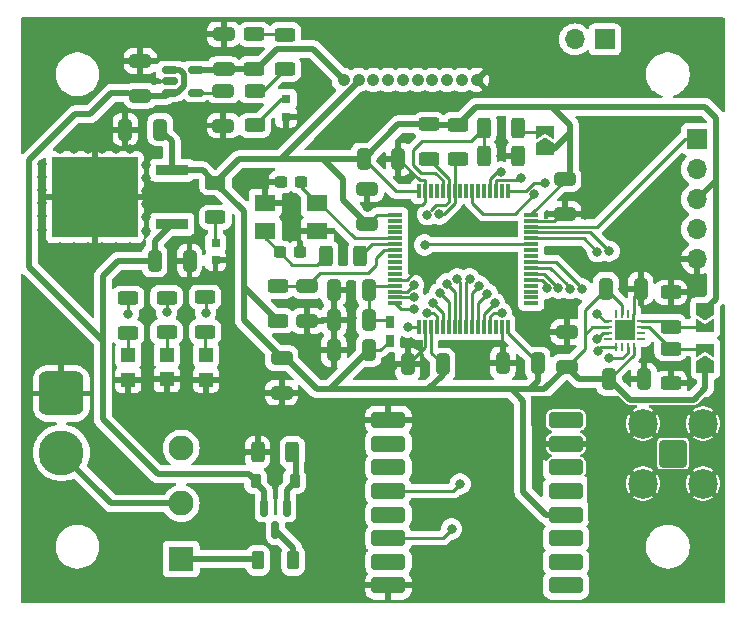
<source format=gbr>
%TF.GenerationSoftware,KiCad,Pcbnew,8.0.6*%
%TF.CreationDate,2025-07-22T18:03:32-04:00*%
%TF.ProjectId,receiver,72656365-6976-4657-922e-6b696361645f,rev?*%
%TF.SameCoordinates,Original*%
%TF.FileFunction,Copper,L1,Top*%
%TF.FilePolarity,Positive*%
%FSLAX46Y46*%
G04 Gerber Fmt 4.6, Leading zero omitted, Abs format (unit mm)*
G04 Created by KiCad (PCBNEW 8.0.6) date 2025-07-22 18:03:32*
%MOMM*%
%LPD*%
G01*
G04 APERTURE LIST*
G04 Aperture macros list*
%AMRoundRect*
0 Rectangle with rounded corners*
0 $1 Rounding radius*
0 $2 $3 $4 $5 $6 $7 $8 $9 X,Y pos of 4 corners*
0 Add a 4 corners polygon primitive as box body*
4,1,4,$2,$3,$4,$5,$6,$7,$8,$9,$2,$3,0*
0 Add four circle primitives for the rounded corners*
1,1,$1+$1,$2,$3*
1,1,$1+$1,$4,$5*
1,1,$1+$1,$6,$7*
1,1,$1+$1,$8,$9*
0 Add four rect primitives between the rounded corners*
20,1,$1+$1,$2,$3,$4,$5,0*
20,1,$1+$1,$4,$5,$6,$7,0*
20,1,$1+$1,$6,$7,$8,$9,0*
20,1,$1+$1,$8,$9,$2,$3,0*%
%AMFreePoly0*
4,1,6,1.000000,0.000000,0.500000,-0.750000,-0.500000,-0.750000,-0.500000,0.750000,0.500000,0.750000,1.000000,0.000000,1.000000,0.000000,$1*%
%AMFreePoly1*
4,1,6,0.500000,-0.750000,-0.650000,-0.750000,-0.150000,0.000000,-0.650000,0.750000,0.500000,0.750000,0.500000,-0.750000,0.500000,-0.750000,$1*%
G04 Aperture macros list end*
%TA.AperFunction,SMDPad,CuDef*%
%ADD10RoundRect,0.150000X-0.512500X-0.150000X0.512500X-0.150000X0.512500X0.150000X-0.512500X0.150000X0*%
%TD*%
%TA.AperFunction,SMDPad,CuDef*%
%ADD11RoundRect,0.250000X0.325000X0.650000X-0.325000X0.650000X-0.325000X-0.650000X0.325000X-0.650000X0*%
%TD*%
%TA.AperFunction,SMDPad,CuDef*%
%ADD12RoundRect,0.237500X0.300000X0.237500X-0.300000X0.237500X-0.300000X-0.237500X0.300000X-0.237500X0*%
%TD*%
%TA.AperFunction,SMDPad,CuDef*%
%ADD13R,0.711200X0.254000*%
%TD*%
%TA.AperFunction,SMDPad,CuDef*%
%ADD14R,0.254000X0.711200*%
%TD*%
%TA.AperFunction,SMDPad,CuDef*%
%ADD15R,1.676400X1.676400*%
%TD*%
%TA.AperFunction,SMDPad,CuDef*%
%ADD16R,0.800000X0.800000*%
%TD*%
%TA.AperFunction,SMDPad,CuDef*%
%ADD17RoundRect,0.250000X0.650000X-0.325000X0.650000X0.325000X-0.650000X0.325000X-0.650000X-0.325000X0*%
%TD*%
%TA.AperFunction,SMDPad,CuDef*%
%ADD18FreePoly0,90.000000*%
%TD*%
%TA.AperFunction,SMDPad,CuDef*%
%ADD19FreePoly1,90.000000*%
%TD*%
%TA.AperFunction,SMDPad,CuDef*%
%ADD20RoundRect,0.250000X0.312500X0.625000X-0.312500X0.625000X-0.312500X-0.625000X0.312500X-0.625000X0*%
%TD*%
%TA.AperFunction,SMDPad,CuDef*%
%ADD21RoundRect,0.250000X-0.325000X-0.650000X0.325000X-0.650000X0.325000X0.650000X-0.325000X0.650000X0*%
%TD*%
%TA.AperFunction,ComponentPad*%
%ADD22RoundRect,0.760000X-1.140000X1.140000X-1.140000X-1.140000X1.140000X-1.140000X1.140000X1.140000X0*%
%TD*%
%TA.AperFunction,ComponentPad*%
%ADD23C,3.800000*%
%TD*%
%TA.AperFunction,SMDPad,CuDef*%
%ADD24R,1.200000X1.200000*%
%TD*%
%TA.AperFunction,SMDPad,CuDef*%
%ADD25RoundRect,0.250000X0.625000X-0.312500X0.625000X0.312500X-0.625000X0.312500X-0.625000X-0.312500X0*%
%TD*%
%TA.AperFunction,SMDPad,CuDef*%
%ADD26RoundRect,0.250000X-0.625000X0.312500X-0.625000X-0.312500X0.625000X-0.312500X0.625000X0.312500X0*%
%TD*%
%TA.AperFunction,SMDPad,CuDef*%
%ADD27RoundRect,0.250000X-0.650000X0.325000X-0.650000X-0.325000X0.650000X-0.325000X0.650000X0.325000X0*%
%TD*%
%TA.AperFunction,ComponentPad*%
%ADD28C,1.066800*%
%TD*%
%TA.AperFunction,SMDPad,CuDef*%
%ADD29RoundRect,0.250000X-0.312500X-0.625000X0.312500X-0.625000X0.312500X0.625000X-0.312500X0.625000X0*%
%TD*%
%TA.AperFunction,ComponentPad*%
%ADD30R,1.700000X1.700000*%
%TD*%
%TA.AperFunction,ComponentPad*%
%ADD31O,1.700000X1.700000*%
%TD*%
%TA.AperFunction,SMDPad,CuDef*%
%ADD32RoundRect,0.225000X-0.225000X-0.375000X0.225000X-0.375000X0.225000X0.375000X-0.225000X0.375000X0*%
%TD*%
%TA.AperFunction,SMDPad,CuDef*%
%ADD33FreePoly0,270.000000*%
%TD*%
%TA.AperFunction,SMDPad,CuDef*%
%ADD34FreePoly1,270.000000*%
%TD*%
%TA.AperFunction,SMDPad,CuDef*%
%ADD35RoundRect,0.150000X-0.150000X0.587500X-0.150000X-0.587500X0.150000X-0.587500X0.150000X0.587500X0*%
%TD*%
%TA.AperFunction,SMDPad,CuDef*%
%ADD36RoundRect,0.200000X-0.300000X-0.600000X0.300000X-0.600000X0.300000X0.600000X-0.300000X0.600000X0*%
%TD*%
%TA.AperFunction,SMDPad,CuDef*%
%ADD37R,1.193800X0.304800*%
%TD*%
%TA.AperFunction,SMDPad,CuDef*%
%ADD38R,0.304800X1.193800*%
%TD*%
%TA.AperFunction,ComponentPad*%
%ADD39RoundRect,0.200100X-0.949900X0.949900X-0.949900X-0.949900X0.949900X-0.949900X0.949900X0.949900X0*%
%TD*%
%TA.AperFunction,ComponentPad*%
%ADD40C,2.500000*%
%TD*%
%TA.AperFunction,SMDPad,CuDef*%
%ADD41RoundRect,0.237500X-0.300000X-0.237500X0.300000X-0.237500X0.300000X0.237500X-0.300000X0.237500X0*%
%TD*%
%TA.AperFunction,SMDPad,CuDef*%
%ADD42R,0.800000X1.000000*%
%TD*%
%TA.AperFunction,ComponentPad*%
%ADD43R,2.108200X2.108200*%
%TD*%
%TA.AperFunction,ComponentPad*%
%ADD44C,2.108200*%
%TD*%
%TA.AperFunction,SMDPad,CuDef*%
%ADD45R,1.800000X1.400000*%
%TD*%
%TA.AperFunction,SMDPad,CuDef*%
%ADD46R,2.794000X0.939800*%
%TD*%
%TA.AperFunction,SMDPad,CuDef*%
%ADD47R,7.239000X6.832600*%
%TD*%
%TA.AperFunction,ComponentPad*%
%ADD48RoundRect,0.350000X1.125000X0.350000X-1.125000X0.350000X-1.125000X-0.350000X1.125000X-0.350000X0*%
%TD*%
%TA.AperFunction,ViaPad*%
%ADD49C,0.800000*%
%TD*%
%TA.AperFunction,Conductor*%
%ADD50C,0.250000*%
%TD*%
%TA.AperFunction,Conductor*%
%ADD51C,0.500000*%
%TD*%
G04 APERTURE END LIST*
D10*
%TO.P,U3,1,Vin*%
%TO.N,VCC*%
X138574653Y-43527120D03*
%TO.P,U3,2,GND*%
%TO.N,GND*%
X138574653Y-44477120D03*
%TO.P,U3,3,ON*%
%TO.N,VCC*%
X138574653Y-45427120D03*
%TO.P,U3,4,Noise*%
%TO.N,Net-(U3-Noise)*%
X140849653Y-45427120D03*
%TO.P,U3,5,Vout*%
%TO.N,+5V*%
X140849653Y-43527120D03*
%TD*%
D11*
%TO.P,STM_C9,1*%
%TO.N,+3.3V*%
X155439441Y-67242828D03*
%TO.P,STM_C9,2*%
%TO.N,GND*%
X152489441Y-67242828D03*
%TD*%
D12*
%TO.P,CSTL_C1,1*%
%TO.N,OSC_IN*%
X149732286Y-52985967D03*
%TO.P,CSTL_C1,2*%
%TO.N,GND*%
X148007286Y-52985967D03*
%TD*%
D13*
%TO.P,U4,1,INT*%
%TO.N,MLX_INT*%
X175717012Y-64805490D03*
%TO.P,U4,2,SENB/CS*%
%TO.N,+3.3V*%
X175717012Y-65305491D03*
%TO.P,U4,3,SCL/SCLK*%
%TO.N,I2C_SCL*%
X175717012Y-65805491D03*
%TO.P,U4,4,N/C*%
%TO.N,unconnected-(U4-N{slash}C-Pad4)*%
X175717012Y-66305492D03*
D14*
%TO.P,U4,5,SDA/MOSI*%
%TO.N,I2C_SDA*%
X176364011Y-66952491D03*
%TO.P,U4,6,MISO*%
%TO.N,unconnected-(U4-MISO-Pad6)*%
X176864012Y-66952491D03*
%TO.P,U4,7,INT/TRIG*%
%TO.N,MLX_INT{slash}TRIG*%
X177364012Y-66952491D03*
%TO.P,U4,8,VDD_IO*%
%TO.N,+3.3V*%
X177864013Y-66952491D03*
D13*
%TO.P,U4,9,N/C*%
%TO.N,unconnected-(U4-N{slash}C-Pad9)*%
X178511012Y-66305492D03*
%TO.P,U4,10,N/C*%
%TO.N,unconnected-(U4-N{slash}C-Pad10)*%
X178511012Y-65805491D03*
%TO.P,U4,11,A1*%
%TO.N,Net-(MLX_A1-B)*%
X178511012Y-65305491D03*
%TO.P,U4,12,A0*%
%TO.N,Net-(MLX_A0-B)*%
X178511012Y-64805490D03*
D14*
%TO.P,U4,13,VSS*%
%TO.N,GND*%
X177864013Y-64158491D03*
%TO.P,U4,14,N/C*%
%TO.N,unconnected-(U4-N{slash}C-Pad14)*%
X177364012Y-64158491D03*
%TO.P,U4,15,VDD*%
%TO.N,+3.3V*%
X176864012Y-64158491D03*
%TO.P,U4,16,N/C*%
%TO.N,unconnected-(U4-N{slash}C-Pad16)*%
X176364011Y-64158491D03*
D15*
%TO.P,U4,17,GND*%
%TO.N,GND*%
X177114012Y-65555491D03*
%TD*%
D16*
%TO.P,PWR_D2,1,K*%
%TO.N,GND*%
X148436607Y-47491972D03*
%TO.P,PWR_D2,2,A*%
%TO.N,Net-(PWR_D2-A)*%
X148436607Y-45991972D03*
%TD*%
D17*
%TO.P,PWR_C4,1*%
%TO.N,VCC*%
X136095404Y-45706822D03*
%TO.P,PWR_C4,2*%
%TO.N,GND*%
X136095404Y-42756822D03*
%TD*%
D18*
%TO.P,JP1,1,A*%
%TO.N,+3.3V*%
X170333149Y-50230232D03*
D19*
%TO.P,JP1,2,B*%
%TO.N,Net-(JP1-B)*%
X170333149Y-48780232D03*
%TD*%
D20*
%TO.P,PWR_R5,1*%
%TO.N,Net-(DZ1-A)*%
X148969020Y-75891804D03*
%TO.P,PWR_R5,2*%
%TO.N,GND*%
X146044020Y-75891804D03*
%TD*%
D21*
%TO.P,MLX_C1,1*%
%TO.N,+3.3V*%
X175803570Y-69693425D03*
%TO.P,MLX_C1,2*%
%TO.N,GND*%
X178753570Y-69693425D03*
%TD*%
D22*
%TO.P,PWR_J1,1,Pin_1*%
%TO.N,GND*%
X129424626Y-70905817D03*
D23*
%TO.P,PWR_J1,2,Pin_2*%
%TO.N,Net-(PWR_J1-Pin_2)*%
X129424626Y-75905817D03*
%TD*%
D11*
%TO.P,STM_C3,1*%
%TO.N,+3.3V*%
X161696298Y-68439425D03*
%TO.P,STM_C3,2*%
%TO.N,GND*%
X158746298Y-68439425D03*
%TD*%
D24*
%TO.P,D3,1,K*%
%TO.N,GND*%
X141660016Y-69728522D03*
%TO.P,D3,2,A*%
%TO.N,Net-(D3-A)*%
X141660016Y-67628522D03*
%TD*%
D11*
%TO.P,STM_C4,1*%
%TO.N,+3.3V*%
X169748575Y-68339953D03*
%TO.P,STM_C4,2*%
%TO.N,GND*%
X166798575Y-68339953D03*
%TD*%
D21*
%TO.P,STM_C1,1*%
%TO.N,+3.3V*%
X155007712Y-51061894D03*
%TO.P,STM_C1,2*%
%TO.N,GND*%
X157957712Y-51061894D03*
%TD*%
D25*
%TO.P,S_R1,1*%
%TO.N,+3.3V*%
X147761726Y-64756419D03*
%TO.P,S_R1,2*%
%TO.N,NRST*%
X147761726Y-61831419D03*
%TD*%
D11*
%TO.P,STM_C8,1*%
%TO.N,+3.3VA*%
X155439441Y-64692221D03*
%TO.P,STM_C8,2*%
%TO.N,GND*%
X152489441Y-64692221D03*
%TD*%
D26*
%TO.P,LED_R1,1*%
%TO.N,LED1*%
X135077166Y-62842584D03*
%TO.P,LED_R1,2*%
%TO.N,Net-(D1-A)*%
X135077166Y-65767584D03*
%TD*%
D27*
%TO.P,PWR_C5,1*%
%TO.N,Net-(U3-Noise)*%
X143137476Y-45271792D03*
%TO.P,PWR_C5,2*%
%TO.N,GND*%
X143137476Y-48221792D03*
%TD*%
D26*
%TO.P,PWR_R1,1*%
%TO.N,+3.3V*%
X142468240Y-53063899D03*
%TO.P,PWR_R1,2*%
%TO.N,Net-(PWR_D1-A)*%
X142468240Y-55988899D03*
%TD*%
D28*
%TO.P,IF1,1,P1*%
%TO.N,GND*%
X164577829Y-44350546D03*
%TO.P,IF1,2,P2*%
%TO.N,PUSH_4*%
X163327829Y-44350546D03*
%TO.P,IF1,3,P3*%
%TO.N,PUSH_3*%
X162077829Y-44350546D03*
%TO.P,IF1,4,P4*%
%TO.N,PUSH_2*%
X160827829Y-44350546D03*
%TO.P,IF1,5,P5*%
%TO.N,PUSH_1*%
X159577829Y-44350546D03*
%TO.P,IF1,6,P6*%
%TO.N,I2C_SCL*%
X158327829Y-44350546D03*
%TO.P,IF1,7,P7*%
%TO.N,I2C_SDA*%
X157077829Y-44350546D03*
%TO.P,IF1,8,P8*%
%TO.N,BUZZER*%
X155827829Y-44350546D03*
%TO.P,IF1,9,P9*%
%TO.N,+3.3V*%
X154577829Y-44350546D03*
%TO.P,IF1,10,P10*%
%TO.N,+5V*%
X153327829Y-44350546D03*
%TD*%
D29*
%TO.P,S_R4,1*%
%TO.N,Net-(CSTL_C2-Pad1)*%
X151814828Y-59281044D03*
%TO.P,S_R4,2*%
%TO.N,OSC_OUT*%
X154739828Y-59281044D03*
%TD*%
D27*
%TO.P,S_C10,1*%
%TO.N,NRST*%
X150247597Y-61818919D03*
%TO.P,S_C10,2*%
%TO.N,GND*%
X150247597Y-64768919D03*
%TD*%
D26*
%TO.P,I2C_R2,1*%
%TO.N,+3.3V*%
X163029926Y-48139458D03*
%TO.P,I2C_R2,2*%
%TO.N,I2C_SCL*%
X163029926Y-51064458D03*
%TD*%
%TO.P,PWR_R4,1*%
%TO.N,Net-(PWR_R3-Pad2)*%
X145784483Y-45283507D03*
%TO.P,PWR_R4,2*%
%TO.N,Net-(PWR_D2-A)*%
X145784483Y-48208507D03*
%TD*%
D20*
%TO.P,STM_R2,1*%
%TO.N,Net-(JP1-B)*%
X168123279Y-48387765D03*
%TO.P,STM_R2,2*%
%TO.N,BOOT0*%
X165198279Y-48387765D03*
%TD*%
D30*
%TO.P,J3,1,Pin_1*%
%TO.N,UART4_TX*%
X175428337Y-40927890D03*
D31*
%TO.P,J3,2,Pin_2*%
%TO.N,UART4_RX*%
X172888337Y-40927890D03*
%TD*%
D11*
%TO.P,S_C7,1*%
%TO.N,+3.3VA*%
X155426494Y-62141614D03*
%TO.P,S_C7,2*%
%TO.N,GND*%
X152476494Y-62141614D03*
%TD*%
D16*
%TO.P,PWR_D1,1,K*%
%TO.N,GND*%
X142471913Y-59633230D03*
%TO.P,PWR_D1,2,A*%
%TO.N,Net-(PWR_D1-A)*%
X142471913Y-58133230D03*
%TD*%
D32*
%TO.P,DZ1,1,K*%
%TO.N,VCC*%
X145861798Y-78326547D03*
%TO.P,DZ1,2,A*%
%TO.N,Net-(DZ1-A)*%
X149161798Y-78326547D03*
%TD*%
D33*
%TO.P,MLX_A0,1,A*%
%TO.N,+3.3V*%
X183935535Y-63746676D03*
D34*
%TO.P,MLX_A0,2,B*%
%TO.N,Net-(MLX_A0-B)*%
X183935535Y-65196676D03*
%TD*%
D26*
%TO.P,LED_R2,1*%
%TO.N,LED2*%
X138324260Y-62793215D03*
%TO.P,LED_R2,2*%
%TO.N,Net-(D2-A)*%
X138324260Y-65718215D03*
%TD*%
%TO.P,PWR_R3,1*%
%TO.N,Net-(PWR_R2-Pad2)*%
X148358603Y-40519507D03*
%TO.P,PWR_R3,2*%
%TO.N,Net-(PWR_R3-Pad2)*%
X148358603Y-43444507D03*
%TD*%
D25*
%TO.P,PWR_R2,1*%
%TO.N,+5V*%
X145763599Y-43425068D03*
%TO.P,PWR_R2,2*%
%TO.N,Net-(PWR_R2-Pad2)*%
X145763599Y-40500068D03*
%TD*%
D24*
%TO.P,D2,1,K*%
%TO.N,GND*%
X138345575Y-69717865D03*
%TO.P,D2,2,A*%
%TO.N,Net-(D2-A)*%
X138345575Y-67617865D03*
%TD*%
D26*
%TO.P,LED_R3,1*%
%TO.N,LED3*%
X141587184Y-62748610D03*
%TO.P,LED_R3,2*%
%TO.N,Net-(D3-A)*%
X141587184Y-65673610D03*
%TD*%
%TO.P,I2C_R1,1*%
%TO.N,+3.3V*%
X160536657Y-48120676D03*
%TO.P,I2C_R1,2*%
%TO.N,I2C_SDA*%
X160536657Y-51045676D03*
%TD*%
D21*
%TO.P,PWR_C1,1*%
%TO.N,VCC*%
X137321034Y-59673929D03*
%TO.P,PWR_C1,2*%
%TO.N,GND*%
X140271034Y-59673929D03*
%TD*%
D35*
%TO.P,Q2,1,D*%
%TO.N,Net-(Q2-D)*%
X147547661Y-82465535D03*
%TO.P,Q2,2,G*%
%TO.N,Net-(DZ1-A)*%
X148497661Y-80590535D03*
%TO.P,Q2,3,S*%
%TO.N,VCC*%
X146597661Y-80590535D03*
%TD*%
D17*
%TO.P,S_C2,1*%
%TO.N,+3.3V*%
X155331844Y-56574983D03*
%TO.P,S_C2,2*%
%TO.N,GND*%
X155331844Y-53624983D03*
%TD*%
D36*
%TO.P,F1,1*%
%TO.N,Net-(SW5-A)*%
X146053815Y-85025422D03*
%TO.P,F1,2*%
%TO.N,Net-(Q2-D)*%
X149053815Y-85025422D03*
%TD*%
D18*
%TO.P,MLX_A1,1,A*%
%TO.N,+3.3V*%
X183951649Y-68660888D03*
D19*
%TO.P,MLX_A1,2,B*%
%TO.N,Net-(MLX_A1-B)*%
X183951649Y-67210888D03*
%TD*%
D30*
%TO.P,J2,1,Pin_1*%
%TO.N,SYS_SWDIO*%
X183234589Y-49376524D03*
D31*
%TO.P,J2,2,Pin_2*%
%TO.N,SYS_SWCLK*%
X183234589Y-51916524D03*
%TO.P,J2,3,Pin_3*%
%TO.N,+3.3V*%
X183234589Y-54456524D03*
%TO.P,J2,4,Pin_4*%
%TO.N,SYS_TRACESWO*%
X183234589Y-56996524D03*
%TO.P,J2,5,Pin_5*%
%TO.N,GND*%
X183234589Y-59536524D03*
%TD*%
D25*
%TO.P,MLX_R1,1*%
%TO.N,Net-(MLX_A0-B)*%
X181013584Y-65268026D03*
%TO.P,MLX_R1,2*%
%TO.N,GND*%
X181013584Y-62343026D03*
%TD*%
D37*
%TO.P,U1,1,VBAT*%
%TO.N,+3.3V*%
X157705292Y-55777273D03*
%TO.P,U1,2,PC13*%
%TO.N,unconnected-(U1-PC13-Pad2)*%
X157705292Y-56277272D03*
%TO.P,U1,3,PC14*%
%TO.N,unconnected-(U1-PC14-Pad3)*%
X157705292Y-56777273D03*
%TO.P,U1,4,PC15*%
%TO.N,unconnected-(U1-PC15-Pad4)*%
X157705292Y-57277272D03*
%TO.P,U1,5,PD0*%
%TO.N,OSC_IN*%
X157705292Y-57777274D03*
%TO.P,U1,6,PD1*%
%TO.N,OSC_OUT*%
X157705292Y-58277273D03*
%TO.P,U1,7,NRST*%
%TO.N,NRST*%
X157705292Y-58777272D03*
%TO.P,U1,8,PC0*%
%TO.N,unconnected-(U1-PC0-Pad8)*%
X157705292Y-59277273D03*
%TO.P,U1,9,PC1*%
%TO.N,unconnected-(U1-PC1-Pad9)*%
X157705292Y-59777273D03*
%TO.P,U1,10,PC2*%
%TO.N,unconnected-(U1-PC2-Pad10)*%
X157705292Y-60277274D03*
%TO.P,U1,11,PC3*%
%TO.N,unconnected-(U1-PC3-Pad11)*%
X157705292Y-60777273D03*
%TO.P,U1,12,VSSA*%
%TO.N,GND*%
X157705292Y-61277272D03*
%TO.P,U1,13,VDDA*%
%TO.N,+3.3VA*%
X157705292Y-61777274D03*
%TO.P,U1,14,PA0*%
%TO.N,LED1*%
X157705292Y-62277273D03*
%TO.P,U1,15,PA1*%
%TO.N,LED2*%
X157705292Y-62777274D03*
%TO.P,U1,16,PA2*%
%TO.N,LED3*%
X157705292Y-63277273D03*
D38*
%TO.P,U1,17,PA3*%
%TO.N,RFM_SDN*%
X159705291Y-65277272D03*
%TO.P,U1,18,VSS*%
%TO.N,GND*%
X160205290Y-65277272D03*
%TO.P,U1,19,VDD*%
%TO.N,+3.3V*%
X160705291Y-65277272D03*
%TO.P,U1,20,PA4*%
%TO.N,RFM_NIRQ*%
X161205290Y-65277272D03*
%TO.P,U1,21,PA5*%
%TO.N,SPI_SCK*%
X161705292Y-65277272D03*
%TO.P,U1,22,PA6*%
%TO.N,SPI_MISO*%
X162205291Y-65277272D03*
%TO.P,U1,23,PA7*%
%TO.N,SPI_MOSI*%
X162705290Y-65277272D03*
%TO.P,U1,24,PC4*%
%TO.N,SPI_RFM_CS*%
X163205291Y-65277272D03*
%TO.P,U1,25,PC5*%
%TO.N,RFM_GPIO3*%
X163705291Y-65277272D03*
%TO.P,U1,26,PB0*%
%TO.N,RFM_GPIO2*%
X164205292Y-65277272D03*
%TO.P,U1,27,PB1*%
%TO.N,RFM_GPIO1*%
X164705291Y-65277272D03*
%TO.P,U1,28,PB2*%
%TO.N,RFM_GPIO5*%
X165205290Y-65277272D03*
%TO.P,U1,29,PB10*%
%TO.N,RFM_GPIO4*%
X165705292Y-65277272D03*
%TO.P,U1,30,PB11*%
%TO.N,unconnected-(U1-PB11-Pad30)*%
X166205291Y-65277272D03*
%TO.P,U1,31,VSS*%
%TO.N,GND*%
X166705292Y-65277272D03*
%TO.P,U1,32,VDD*%
%TO.N,+3.3V*%
X167205291Y-65277272D03*
D37*
%TO.P,U1,33,PB12*%
%TO.N,unconnected-(U1-PB12-Pad33)*%
X169205290Y-63277273D03*
%TO.P,U1,34,PB13*%
%TO.N,unconnected-(U1-PB13-Pad34)*%
X169205290Y-62777274D03*
%TO.P,U1,35,PB14*%
%TO.N,unconnected-(U1-PB14-Pad35)*%
X169205290Y-62277273D03*
%TO.P,U1,36,PB15*%
%TO.N,unconnected-(U1-PB15-Pad36)*%
X169205290Y-61777274D03*
%TO.P,U1,37,PC6*%
%TO.N,PUSH_1*%
X169205290Y-61277272D03*
%TO.P,U1,38,PC7*%
%TO.N,PUSH_2*%
X169205290Y-60777273D03*
%TO.P,U1,39,PC8*%
%TO.N,PUSH_3*%
X169205290Y-60277274D03*
%TO.P,U1,40,PC9*%
%TO.N,PUSH_4*%
X169205290Y-59777273D03*
%TO.P,U1,41,PA8*%
%TO.N,unconnected-(U1-PA8-Pad41)*%
X169205290Y-59277273D03*
%TO.P,U1,42,PA9*%
%TO.N,unconnected-(U1-PA9-Pad42)*%
X169205290Y-58777272D03*
%TO.P,U1,43,PA10*%
%TO.N,BUZZER*%
X169205290Y-58277273D03*
%TO.P,U1,44,PA11*%
%TO.N,MLX_INT*%
X169205290Y-57777274D03*
%TO.P,U1,45,PA12*%
%TO.N,MLX_INT{slash}TRIG*%
X169205290Y-57277272D03*
%TO.P,U1,46,PA13*%
%TO.N,SYS_SWDIO*%
X169205290Y-56777273D03*
%TO.P,U1,47,VSS*%
%TO.N,GND*%
X169205290Y-56277272D03*
%TO.P,U1,48,VDD*%
%TO.N,+3.3V*%
X169205290Y-55777273D03*
D38*
%TO.P,U1,49,PA14*%
%TO.N,SYS_SWCLK*%
X167205291Y-53777274D03*
%TO.P,U1,50,PA15*%
%TO.N,unconnected-(U1-PA15-Pad50)*%
X166705292Y-53777274D03*
%TO.P,U1,51,PC10*%
%TO.N,UART4_TX*%
X166205291Y-53777274D03*
%TO.P,U1,52,PC11*%
%TO.N,UART4_RX*%
X165705292Y-53777274D03*
%TO.P,U1,53,PC12*%
%TO.N,unconnected-(U1-PC12-Pad53)*%
X165205290Y-53777274D03*
%TO.P,U1,54,PD2*%
%TO.N,unconnected-(U1-PD2-Pad54)*%
X164705291Y-53777274D03*
%TO.P,U1,55,PB3*%
%TO.N,SYS_TRACESWO*%
X164205292Y-53777274D03*
%TO.P,U1,56,PB4*%
%TO.N,unconnected-(U1-PB4-Pad56)*%
X163705291Y-53777274D03*
%TO.P,U1,57,PB5*%
%TO.N,unconnected-(U1-PB5-Pad57)*%
X163205291Y-53777274D03*
%TO.P,U1,58,PB6*%
%TO.N,I2C_SCL*%
X162705290Y-53777274D03*
%TO.P,U1,59,PB7*%
%TO.N,I2C_SDA*%
X162205291Y-53777274D03*
%TO.P,U1,60,BOOT0*%
%TO.N,BOOT0*%
X161705292Y-53777274D03*
%TO.P,U1,61,PB8*%
%TO.N,unconnected-(U1-PB8-Pad61)*%
X161205290Y-53777274D03*
%TO.P,U1,62,PB9*%
%TO.N,unconnected-(U1-PB9-Pad62)*%
X160705291Y-53777274D03*
%TO.P,U1,63,VSS*%
%TO.N,GND*%
X160205290Y-53777274D03*
%TO.P,U1,64,VDD*%
%TO.N,+3.3V*%
X159705291Y-53777274D03*
%TD*%
D27*
%TO.P,MLX_C3,1*%
%TO.N,+3.3V*%
X148077387Y-67899531D03*
%TO.P,MLX_C3,2*%
%TO.N,GND*%
X148077387Y-70849531D03*
%TD*%
D29*
%TO.P,STM_R3,1*%
%TO.N,BOOT0*%
X165198279Y-50826667D03*
%TO.P,STM_R3,2*%
%TO.N,GND*%
X168123279Y-50826667D03*
%TD*%
D26*
%TO.P,MLX_R2,1*%
%TO.N,Net-(MLX_A1-B)*%
X181007036Y-67108606D03*
%TO.P,MLX_R2,2*%
%TO.N,GND*%
X181007036Y-70033606D03*
%TD*%
D39*
%TO.P,J1,1,In*%
%TO.N,/Capteurs/ANT*%
X181199638Y-75992687D03*
D40*
%TO.P,J1,2,Ext*%
%TO.N,GND*%
X183739638Y-73452687D03*
X178659638Y-73452687D03*
X183739638Y-78532687D03*
X178659638Y-78532687D03*
%TD*%
D17*
%TO.P,PWR_C3,1*%
%TO.N,+5V*%
X143163477Y-43444638D03*
%TO.P,PWR_C3,2*%
%TO.N,GND*%
X143163477Y-40494638D03*
%TD*%
D24*
%TO.P,D1,1,K*%
%TO.N,GND*%
X135084421Y-69739180D03*
%TO.P,D1,2,A*%
%TO.N,Net-(D1-A)*%
X135084421Y-67639180D03*
%TD*%
D11*
%TO.P,PWR_C2,1*%
%TO.N,+3.3V*%
X137785048Y-48570026D03*
%TO.P,PWR_C2,2*%
%TO.N,GND*%
X134835048Y-48570026D03*
%TD*%
D21*
%TO.P,MLX_C2,1*%
%TO.N,+3.3V*%
X175526094Y-62036645D03*
%TO.P,MLX_C2,2*%
%TO.N,GND*%
X178476094Y-62036645D03*
%TD*%
D41*
%TO.P,CSTL_C2,1*%
%TO.N,Net-(CSTL_C2-Pad1)*%
X147898619Y-58931564D03*
%TO.P,CSTL_C2,2*%
%TO.N,GND*%
X149623619Y-58931564D03*
%TD*%
D17*
%TO.P,STM_C6,1*%
%TO.N,+3.3V*%
X172225878Y-68651368D03*
%TO.P,STM_C6,2*%
%TO.N,GND*%
X172225878Y-65701368D03*
%TD*%
D27*
%TO.P,STM_C5,1*%
%TO.N,+3.3V*%
X172043004Y-52758197D03*
%TO.P,STM_C5,2*%
%TO.N,GND*%
X172043004Y-55708197D03*
%TD*%
D42*
%TO.P,FB1,1*%
%TO.N,+3.3V*%
X157213213Y-66424422D03*
%TO.P,FB1,2*%
%TO.N,+3.3VA*%
X157213213Y-64824422D03*
%TD*%
D43*
%TO.P,SW5,1,A*%
%TO.N,Net-(SW5-A)*%
X139561857Y-84915114D03*
D44*
%TO.P,SW5,2,B*%
%TO.N,Net-(PWR_J1-Pin_2)*%
X139561857Y-80216114D03*
%TO.P,SW5,3,C*%
%TO.N,unconnected-(SW5-C-Pad3)*%
X139561857Y-75517114D03*
%TD*%
D45*
%TO.P,Y1,1,1*%
%TO.N,OSC_IN*%
X151085309Y-54766527D03*
%TO.P,Y1,2,2*%
%TO.N,GND*%
X151085309Y-57166527D03*
%TO.P,Y1,3,3*%
%TO.N,Net-(CSTL_C2-Pad1)*%
X146685309Y-57166527D03*
%TO.P,Y1,4,4*%
%TO.N,GND*%
X146685309Y-54766527D03*
%TD*%
D46*
%TO.P,U2,1,VIN*%
%TO.N,VCC*%
X138769342Y-56573293D03*
D47*
%TO.P,U2,2,GND*%
%TO.N,GND*%
X132254242Y-54283292D03*
D46*
%TO.P,U2,3,VOUT*%
%TO.N,+3.3V*%
X138769342Y-51993291D03*
%TD*%
D48*
%TO.P,RF1,1,ANT*%
%TO.N,/Capteurs/ANT*%
X172149215Y-73155492D03*
%TO.P,RF1,2,GND*%
%TO.N,GND*%
X172149215Y-75155492D03*
%TO.P,RF1,3,RX_ANT*%
%TO.N,RFM_GPIO4*%
X172149215Y-77155492D03*
%TO.P,RF1,4,TX_ANT*%
%TO.N,RFM_GPIO5*%
X172149215Y-79155492D03*
%TO.P,RF1,5,VCC*%
%TO.N,+3.3V*%
X172149215Y-81155492D03*
%TO.P,RF1,6,GPIO_0*%
%TO.N,RFM_GPIO1*%
X172149215Y-83155492D03*
%TO.P,RF1,7,GPIO_1*%
%TO.N,RFM_GPIO2*%
X172149215Y-85155492D03*
%TO.P,RF1,8,GPIO_2*%
%TO.N,RFM_GPIO3*%
X172149215Y-87155492D03*
%TO.P,RF1,9,GND*%
%TO.N,GND*%
X157099215Y-73155492D03*
%TO.P,RF1,10,SDN*%
%TO.N,RFM_SDN*%
X157099215Y-75155492D03*
%TO.P,RF1,11,NIRQ*%
%TO.N,RFM_NIRQ*%
X157099215Y-77155492D03*
%TO.P,RF1,12,NSEL*%
%TO.N,SPI_RFM_CS*%
X157099215Y-79155492D03*
%TO.P,RF1,13,SCK*%
%TO.N,SPI_SCK*%
X157099215Y-81155492D03*
%TO.P,RF1,14,SDI*%
%TO.N,SPI_MOSI*%
X157099215Y-83155492D03*
%TO.P,RF1,15,SDO*%
%TO.N,SPI_MISO*%
X157099215Y-85155492D03*
%TO.P,RF1,16,GND*%
%TO.N,GND*%
X157099215Y-87155492D03*
%TD*%
D49*
%TO.N,GND*%
X131649232Y-50165984D03*
X153976402Y-67165144D03*
X159838059Y-60044940D03*
X177278570Y-69693425D03*
X141723367Y-71469344D03*
X155331844Y-55099983D03*
X168273575Y-68339953D03*
X127775854Y-55921723D03*
X153987380Y-64516701D03*
X134052619Y-58476953D03*
X143162579Y-41946958D03*
X135238149Y-58476953D03*
X177001094Y-62036645D03*
X134020284Y-50165984D03*
X136616139Y-54882630D03*
X131681567Y-58476953D03*
X130496041Y-58476953D03*
X135091653Y-71450369D03*
X157519345Y-68572119D03*
X127775854Y-54801431D03*
X136616139Y-56002922D03*
X141616040Y-60718899D03*
X136616139Y-52642046D03*
X136616139Y-53762338D03*
X127775854Y-57042016D03*
X148014719Y-72160147D03*
X172248581Y-64345469D03*
X136616139Y-51521754D03*
X138383792Y-71488319D03*
X135205814Y-50165984D03*
X144695304Y-75915391D03*
X129278180Y-50165984D03*
X136616139Y-57123215D03*
X127775854Y-52560847D03*
X173785544Y-55780099D03*
X150260544Y-66155259D03*
X166660779Y-50826667D03*
X148885309Y-55966527D03*
X148265251Y-48865106D03*
X127775854Y-51440555D03*
X127775854Y-53681139D03*
X130463706Y-50165984D03*
X143141094Y-49660048D03*
X132834758Y-50165984D03*
X136083891Y-44208247D03*
X129310515Y-58476953D03*
X132867093Y-58476953D03*
%TO.N,PUSH_1*%
X170507492Y-61990663D03*
%TO.N,PUSH_2*%
X171502336Y-61972898D03*
%TO.N,PUSH_3*%
X172495549Y-62032539D03*
%TO.N,PUSH_4*%
X173489838Y-62070210D03*
%TO.N,BUZZER*%
X160172716Y-58331479D03*
%TO.N,I2C_SDA*%
X160415890Y-55768302D03*
X174825773Y-67278692D03*
%TO.N,I2C_SCL*%
X161409091Y-55708454D03*
X174766410Y-66285462D03*
%TO.N,SYS_SWCLK*%
X170346406Y-53060514D03*
%TO.N,SYS_TRACESWO*%
X169443138Y-54054781D03*
%TO.N,LED1*%
X159237329Y-61725469D03*
X135076725Y-64145364D03*
%TO.N,LED2*%
X159246816Y-62750111D03*
X138336252Y-64048711D03*
%TO.N,LED3*%
X159246816Y-63745114D03*
X141637879Y-64064879D03*
%TO.N,SPI_SCK*%
X160864723Y-63225458D03*
%TO.N,SPI_MOSI*%
X162043080Y-61621930D03*
X162459227Y-82383465D03*
%TO.N,SPI_MISO*%
X161446955Y-62418589D03*
%TO.N,RFM_NIRQ*%
X160349267Y-64076536D03*
%TO.N,SPI_RFM_CS*%
X163179227Y-78573076D03*
X162952305Y-61217775D03*
%TO.N,RFM_GPIO2*%
X164781871Y-61801108D03*
%TO.N,RFM_GPIO3*%
X163980209Y-61211728D03*
%TO.N,RFM_SDN*%
X158741808Y-65275744D03*
%TO.N,RFM_GPIO1*%
X165497609Y-62492301D03*
%TO.N,MLX_INT*%
X174799103Y-58889154D03*
X174771516Y-64148814D03*
%TO.N,MLX_INT{slash}TRIG*%
X175793742Y-58862271D03*
X175756132Y-67919275D03*
%TO.N,RFM_GPIO4*%
X166689673Y-64085370D03*
%TO.N,RFM_GPIO5*%
X166107635Y-63278366D03*
%TO.N,UART4_TX*%
X168301865Y-52622222D03*
%TO.N,UART4_RX*%
X166638402Y-52140374D03*
%TD*%
D50*
%TO.N,GND*%
X158746298Y-68439425D02*
X160205290Y-66980433D01*
X160205290Y-53777274D02*
X160205290Y-54666575D01*
X160205290Y-54666575D02*
X159940746Y-54931119D01*
X160177691Y-52860374D02*
X160205290Y-52887973D01*
X166705292Y-68246670D02*
X166798575Y-68339953D01*
X159756192Y-52860374D02*
X160177691Y-52860374D01*
X177835412Y-64834091D02*
X177114012Y-65555491D01*
X177864013Y-64158491D02*
X177835412Y-64187092D01*
X177835412Y-64187092D02*
X177835412Y-64834091D01*
X158667292Y-61277272D02*
X159789687Y-60154877D01*
X160205290Y-52887973D02*
X160205290Y-53777274D01*
X171695185Y-55708197D02*
X171126110Y-56277272D01*
X171933013Y-55946025D02*
X171695185Y-55708197D01*
X157705292Y-61277272D02*
X158667292Y-61277272D01*
X166705292Y-65277272D02*
X166705292Y-68246670D01*
X171126110Y-56277272D02*
X169205290Y-56277272D01*
X177864013Y-64158491D02*
X177864013Y-62648726D01*
X177864013Y-62648726D02*
X178476094Y-62036645D01*
X160205290Y-66980433D02*
X160205290Y-65277272D01*
X159940746Y-54931119D02*
X158913092Y-54931119D01*
X157957712Y-51061894D02*
X159756192Y-52860374D01*
%TO.N,PUSH_1*%
X170507492Y-61690176D02*
X170094588Y-61277272D01*
X170507492Y-61990663D02*
X170507492Y-61690176D01*
X170094588Y-61277272D02*
X169205290Y-61277272D01*
%TO.N,PUSH_2*%
X171502336Y-61972898D02*
X171227492Y-61698054D01*
X170312336Y-60777273D02*
X169205290Y-60777273D01*
X171227492Y-61692429D02*
X170312336Y-60777273D01*
X171227492Y-61698054D02*
X171227492Y-61692429D01*
%TO.N,PUSH_3*%
X170824946Y-60277274D02*
X169205290Y-60277274D01*
X172495549Y-62032539D02*
X172222336Y-61759326D01*
X172222336Y-61674664D02*
X170824946Y-60277274D01*
X172222336Y-61759326D02*
X172222336Y-61674664D01*
%TO.N,PUSH_4*%
X173215549Y-61795921D02*
X173215549Y-61734305D01*
X173215549Y-61734305D02*
X171258517Y-59777273D01*
X171258517Y-59777273D02*
X169205290Y-59777273D01*
X173489838Y-62070210D02*
X173215549Y-61795921D01*
D51*
%TO.N,+3.3V*%
X157948930Y-48120676D02*
X155007712Y-51061894D01*
D50*
X155331844Y-56574983D02*
X156129554Y-55777273D01*
D51*
X184813662Y-47545685D02*
X184813662Y-51823993D01*
D50*
X173751116Y-67126130D02*
X172225878Y-68651368D01*
X172043004Y-52886034D02*
X169205290Y-55723748D01*
D51*
X142468240Y-53063899D02*
X144859998Y-55455657D01*
D50*
X175526094Y-62036645D02*
X173751116Y-63811623D01*
D51*
X183951649Y-68660888D02*
X183951649Y-70417514D01*
D50*
X177864013Y-66952491D02*
X177864013Y-67632982D01*
D51*
X168507390Y-79215469D02*
X168507390Y-71509973D01*
X169748575Y-69877577D02*
X169748575Y-68339953D01*
X144859998Y-64682142D02*
X148077387Y-67899531D01*
X160488464Y-70556307D02*
X167553724Y-70556307D01*
X184813662Y-52877451D02*
X184813662Y-51823993D01*
X153282559Y-52760440D02*
X153282559Y-54525698D01*
D50*
X155439441Y-67242828D02*
X156394807Y-67242828D01*
X176864012Y-64158491D02*
X176864012Y-63374563D01*
D51*
X148000148Y-51061894D02*
X147935206Y-51061894D01*
X141397632Y-51993291D02*
X142468240Y-53063899D01*
X147935206Y-51061894D02*
X151169233Y-51061894D01*
X138769342Y-51993291D02*
X141397632Y-51993291D01*
X170320939Y-70556307D02*
X172225878Y-68651368D01*
X163029926Y-48139458D02*
X160555439Y-48139458D01*
X169069845Y-70556307D02*
X170320939Y-70556307D01*
X151169233Y-51061894D02*
X151584013Y-51061894D01*
D50*
X177864013Y-67632982D02*
X175803570Y-69693425D01*
D51*
X160488465Y-70556307D02*
X161696298Y-69348474D01*
X151811023Y-70556307D02*
X152125962Y-70556307D01*
X170936516Y-46643123D02*
X172473480Y-48180087D01*
X172043004Y-52758197D02*
X172473480Y-52327721D01*
X154577829Y-44484213D02*
X148000148Y-51061894D01*
X142468240Y-53063899D02*
X144470245Y-51061894D01*
X160488464Y-70556307D02*
X160488465Y-70556307D01*
X183911100Y-46643123D02*
X184813662Y-47545685D01*
D50*
X156394807Y-67242828D02*
X157213213Y-66424422D01*
X167205291Y-65796669D02*
X167205291Y-65277272D01*
D51*
X163029926Y-48139458D02*
X164526261Y-46643123D01*
X148417785Y-67899531D02*
X151074561Y-70556307D01*
X144470245Y-51061894D02*
X147935206Y-51061894D01*
X144859998Y-55455657D02*
X144859998Y-61540561D01*
X169069845Y-70556307D02*
X169748575Y-69877577D01*
X148077387Y-67899531D02*
X148417785Y-67899531D01*
X172624215Y-81155492D02*
X170447413Y-81155492D01*
X138769342Y-51993291D02*
X138769342Y-49554320D01*
D50*
X160705291Y-67448418D02*
X160705291Y-65277272D01*
D51*
X172473480Y-52327721D02*
X172473480Y-48884528D01*
D50*
X173751116Y-63811623D02*
X173751116Y-65931524D01*
D51*
X171127776Y-50230232D02*
X172473480Y-48884528D01*
X184813662Y-51823993D02*
X184813662Y-62868549D01*
X164526261Y-46643123D02*
X170936516Y-46643123D01*
X161696298Y-69348474D02*
X161696298Y-68439425D01*
D50*
X156129554Y-55777273D02*
X157705292Y-55777273D01*
D51*
X160555439Y-48139458D02*
X160536657Y-48120676D01*
D50*
X172043004Y-52758197D02*
X172043004Y-52886034D01*
X173751116Y-65931524D02*
X173751116Y-67126130D01*
D51*
X154577829Y-44350546D02*
X154577829Y-44484213D01*
D50*
X169205290Y-55723748D02*
X169205290Y-55777273D01*
D51*
X183234589Y-54456524D02*
X184813662Y-52877451D01*
D50*
X175717012Y-65305491D02*
X174377149Y-65305491D01*
D51*
X184813662Y-62868549D02*
X183935535Y-63746676D01*
X170936516Y-46643123D02*
X183911100Y-46643123D01*
X170447413Y-81155492D02*
X168507390Y-79215469D01*
D50*
X169748575Y-68339953D02*
X167205291Y-65796669D01*
D51*
X151584013Y-51061894D02*
X153282559Y-52760440D01*
X153282559Y-54525698D02*
X155331844Y-56574983D01*
X151811023Y-70556307D02*
X160488464Y-70556307D01*
X168507390Y-71509973D02*
X167553724Y-70556307D01*
D50*
X161696298Y-68439425D02*
X160705291Y-67448418D01*
D51*
X144859998Y-61540561D02*
X144859998Y-64682142D01*
X144859998Y-61854691D02*
X144859998Y-61540561D01*
X138769342Y-49554320D02*
X137785048Y-48570026D01*
D50*
X176864012Y-63374563D02*
X175526094Y-62036645D01*
D51*
X147761726Y-64756419D02*
X144859998Y-61854691D01*
X175803570Y-69693425D02*
X173267935Y-69693425D01*
X167553724Y-70556307D02*
X169069845Y-70556307D01*
X172473480Y-48180087D02*
X172473480Y-48884528D01*
X173267935Y-69693425D02*
X172225878Y-68651368D01*
D50*
X155007712Y-51061894D02*
X157723092Y-53777274D01*
X155162434Y-51427534D02*
X154952767Y-51427534D01*
X174377149Y-65305491D02*
X173751116Y-65931524D01*
D51*
X152125962Y-70556307D02*
X155439441Y-67242828D01*
X151169233Y-51061894D02*
X155007712Y-51061894D01*
D50*
X157723092Y-53777274D02*
X159705291Y-53777274D01*
D51*
X170333149Y-50230232D02*
X171127776Y-50230232D01*
X151074561Y-70556307D02*
X151811023Y-70556307D01*
X160536657Y-48120676D02*
X157948930Y-48120676D01*
X183951649Y-70417514D02*
X182949292Y-71419871D01*
X182949292Y-71419871D02*
X177530016Y-71419871D01*
X177530016Y-71419871D02*
X175803570Y-69693425D01*
D50*
%TO.N,BUZZER*%
X160226922Y-58277273D02*
X169205290Y-58277273D01*
X160172716Y-58331479D02*
X160226922Y-58277273D01*
%TO.N,OSC_IN*%
X151263977Y-54766527D02*
X151085309Y-54766527D01*
X157705292Y-57777274D02*
X154274724Y-57777274D01*
X149732286Y-53413504D02*
X151085309Y-54766527D01*
X149732286Y-52985967D02*
X149732286Y-53413504D01*
X154274724Y-57777274D02*
X151263977Y-54766527D01*
%TO.N,Net-(CSTL_C2-Pad1)*%
X148957794Y-59990739D02*
X151105133Y-59990739D01*
X146685309Y-57166527D02*
X146685309Y-57718254D01*
X151105133Y-59990739D02*
X151814828Y-59281044D01*
X146685309Y-57718254D02*
X147898619Y-58931564D01*
X147898619Y-58931564D02*
X148957794Y-59990739D01*
%TO.N,Net-(D1-A)*%
X135077166Y-65767584D02*
X135077166Y-67631925D01*
X135077166Y-67962620D02*
X135052420Y-67987366D01*
X135077166Y-67631925D02*
X135084421Y-67639180D01*
%TO.N,Net-(D2-A)*%
X138322256Y-67993461D02*
X138338584Y-68009789D01*
X138324260Y-67596550D02*
X138345575Y-67617865D01*
X138324260Y-65718215D02*
X138324260Y-67596550D01*
%TO.N,Net-(D3-A)*%
X141587184Y-67555690D02*
X141660016Y-67628522D01*
X141587184Y-65673610D02*
X141587184Y-67555690D01*
X141587184Y-67912243D02*
X141662307Y-67987366D01*
%TO.N,+3.3VA*%
X155439441Y-64692221D02*
X155439441Y-62154561D01*
X155864214Y-64918535D02*
X155462380Y-64516701D01*
X155832807Y-61777274D02*
X157705292Y-61777274D01*
X155462380Y-62147701D02*
X155473936Y-62136145D01*
X155473936Y-62136145D02*
X155832807Y-61777274D01*
X157081012Y-64692221D02*
X157213213Y-64824422D01*
X155439441Y-64692221D02*
X157081012Y-64692221D01*
X155439441Y-62154561D02*
X155426494Y-62141614D01*
%TO.N,I2C_SDA*%
X161883412Y-54988454D02*
X162205291Y-54666575D01*
X160689091Y-55410220D02*
X161110857Y-54988454D01*
X174825773Y-67278692D02*
X175064644Y-67039821D01*
X162205291Y-53777274D02*
X162205291Y-52714310D01*
X162205291Y-52714310D02*
X160536657Y-51045676D01*
X161110857Y-54988454D02*
X161883412Y-54988454D01*
X162205291Y-54666575D02*
X162205291Y-53777274D01*
X175117615Y-66952491D02*
X176364011Y-66952491D01*
X175064644Y-67039821D02*
X175064644Y-67005462D01*
X175064644Y-67005462D02*
X175117615Y-66952491D01*
%TO.N,I2C_SCL*%
X161792738Y-55708454D02*
X161409091Y-55708454D01*
X162705290Y-54795902D02*
X161792738Y-55708454D01*
X162705290Y-51389094D02*
X163029926Y-51064458D01*
X162705290Y-53777274D02*
X162705290Y-51389094D01*
X174766410Y-66285462D02*
X175246381Y-65805491D01*
X162705290Y-53777274D02*
X162705290Y-54795902D01*
X175246381Y-65805491D02*
X175717012Y-65805491D01*
%TO.N,SYS_SWCLK*%
X169419171Y-53060514D02*
X168723138Y-53756547D01*
X168723138Y-53756547D02*
X168723138Y-53777274D01*
X170346406Y-53060514D02*
X169419171Y-53060514D01*
X168723138Y-53777274D02*
X167205291Y-53777274D01*
%TO.N,SYS_TRACESWO*%
X165145932Y-55682856D02*
X164205292Y-54742216D01*
X169443138Y-54054781D02*
X167815063Y-55682856D01*
X167815063Y-55682856D02*
X165145932Y-55682856D01*
X164205292Y-54742216D02*
X164205292Y-53777274D01*
%TO.N,SYS_SWDIO*%
X169205290Y-56777273D02*
X174780382Y-56777273D01*
X174780382Y-56777273D02*
X182181131Y-49376524D01*
X182181131Y-49376524D02*
X183234589Y-49376524D01*
D51*
%TO.N,+5V*%
X145763599Y-43425068D02*
X146024425Y-43425068D01*
X140849653Y-43527120D02*
X143080995Y-43527120D01*
X143163477Y-43444638D02*
X145744029Y-43444638D01*
X145744029Y-43444638D02*
X145763599Y-43425068D01*
X143080995Y-43527120D02*
X143163477Y-43444638D01*
X146024425Y-43425068D02*
X147701799Y-41747694D01*
X150724977Y-41747694D02*
X153327829Y-44350546D01*
X147701799Y-41747694D02*
X150724977Y-41747694D01*
D50*
%TO.N,Net-(JP1-B)*%
X168515746Y-48780232D02*
X168123279Y-48387765D01*
X170333149Y-48780232D02*
X168515746Y-48780232D01*
%TO.N,LED1*%
X135076725Y-62843025D02*
X135077166Y-62842584D01*
X135076725Y-64145364D02*
X135076725Y-62843025D01*
X158685525Y-62277273D02*
X159237329Y-61725469D01*
X157705292Y-62277273D02*
X158685525Y-62277273D01*
%TO.N,LED2*%
X157705292Y-62777274D02*
X159219653Y-62777274D01*
X138336252Y-62769368D02*
X138322256Y-62755372D01*
X138336252Y-64048711D02*
X138336252Y-62769368D01*
X159219653Y-62777274D02*
X159246816Y-62750111D01*
%TO.N,LED3*%
X158173133Y-63745114D02*
X159246816Y-63745114D01*
X141637879Y-64064879D02*
X141637879Y-62799305D01*
X141637879Y-62799305D02*
X141587184Y-62748610D01*
X157705292Y-63277273D02*
X158173133Y-63745114D01*
%TO.N,Net-(MLX_A0-B)*%
X180818016Y-65340056D02*
X181035069Y-65123003D01*
X181035069Y-65123003D02*
X181477126Y-65123003D01*
X181013584Y-65268026D02*
X183864185Y-65268026D01*
X183864185Y-65268026D02*
X183935535Y-65196676D01*
X178511012Y-64805490D02*
X180551048Y-64805490D01*
X180551048Y-64805490D02*
X181013584Y-65268026D01*
%TO.N,Net-(MLX_A1-B)*%
X179203921Y-65305491D02*
X181007036Y-67108606D01*
X178511012Y-65305491D02*
X179203921Y-65305491D01*
X181182451Y-67108606D02*
X181583551Y-67509706D01*
X181007036Y-67108606D02*
X181182451Y-67108606D01*
X181007036Y-67108606D02*
X183849367Y-67108606D01*
X183849367Y-67108606D02*
X183951649Y-67210888D01*
D51*
%TO.N,VCC*%
X126684967Y-60212442D02*
X132946276Y-66473751D01*
X139435963Y-43527120D02*
X138574653Y-43527120D01*
X132946276Y-66473751D02*
X132946276Y-60969348D01*
X132946276Y-60969348D02*
X134241695Y-59673929D01*
X131841960Y-47253736D02*
X133657118Y-45438578D01*
X146597661Y-80590535D02*
X146597661Y-79192638D01*
X134241695Y-59673929D02*
X137321034Y-59673929D01*
X138574653Y-45427120D02*
X139237152Y-45427120D01*
X139237152Y-45427120D02*
X139767960Y-44896312D01*
X137321034Y-58021601D02*
X138769342Y-56573293D01*
X139767960Y-44896312D02*
X139767960Y-43859117D01*
X145282813Y-77747562D02*
X137607283Y-77747562D01*
X126684967Y-51157391D02*
X126684967Y-60212442D01*
X130588622Y-47253736D02*
X131841960Y-47253736D01*
X137321034Y-59673929D02*
X137321034Y-58021601D01*
X145861798Y-78326547D02*
X145282813Y-77747562D01*
X133657118Y-45438578D02*
X135026464Y-45438578D01*
X146597661Y-79192638D02*
X145751950Y-78346927D01*
X126684967Y-51157391D02*
X130588622Y-47253736D01*
X137607283Y-77747562D02*
X132946276Y-73086555D01*
X139767960Y-43859117D02*
X139435963Y-43527120D01*
X136095404Y-45706822D02*
X138294951Y-45706822D01*
X138294951Y-45706822D02*
X138574653Y-45427120D01*
X132946276Y-73086555D02*
X132946276Y-66473751D01*
D50*
%TO.N,Net-(U3-Noise)*%
X142982148Y-45427120D02*
X143137476Y-45271792D01*
X140849653Y-45427120D02*
X142982148Y-45427120D01*
%TO.N,Net-(PWR_D1-A)*%
X142468240Y-58129557D02*
X142471913Y-58133230D01*
X142468240Y-55988899D02*
X142468240Y-58129557D01*
%TO.N,Net-(PWR_D2-A)*%
X145784483Y-48208507D02*
X148001018Y-45991972D01*
X148001018Y-45991972D02*
X148436607Y-45991972D01*
%TO.N,SPI_SCK*%
X161705292Y-64066027D02*
X161705292Y-65277272D01*
X160864723Y-63225458D02*
X161705292Y-64066027D01*
%TO.N,SPI_MOSI*%
X162705290Y-62284140D02*
X162705290Y-65277272D01*
X162459227Y-82383465D02*
X161690745Y-83151947D01*
X161690745Y-83151947D02*
X156627760Y-83151947D01*
X162043080Y-61621930D02*
X162705290Y-62284140D01*
X156627760Y-83151947D02*
X156624215Y-83155492D01*
%TO.N,SPI_MISO*%
X161446955Y-62418589D02*
X162205291Y-63176925D01*
X162205291Y-63176925D02*
X162205291Y-65277272D01*
%TO.N,RFM_NIRQ*%
X160349267Y-64076536D02*
X160893855Y-64076536D01*
X161205290Y-64387971D02*
X161205290Y-65277272D01*
X160893855Y-64076536D02*
X161205290Y-64387971D01*
%TO.N,SPI_RFM_CS*%
X162952305Y-61217775D02*
X163205291Y-61470761D01*
X163205291Y-61470761D02*
X163205291Y-65277272D01*
X162596811Y-79155492D02*
X156624215Y-79155492D01*
X163179227Y-78573076D02*
X162596811Y-79155492D01*
%TO.N,RFM_GPIO2*%
X164205292Y-62377687D02*
X164781871Y-61801108D01*
X164205292Y-65277272D02*
X164205292Y-62377687D01*
%TO.N,RFM_GPIO3*%
X163980209Y-61211728D02*
X163705291Y-61486646D01*
X163705291Y-61486646D02*
X163705291Y-65277272D01*
%TO.N,RFM_SDN*%
X158743336Y-65277272D02*
X158741808Y-65275744D01*
X159705291Y-65277272D02*
X158743336Y-65277272D01*
%TO.N,RFM_GPIO1*%
X164705291Y-63284619D02*
X165497609Y-62492301D01*
X164705291Y-65277272D02*
X164705291Y-63284619D01*
%TO.N,NRST*%
X150425659Y-61814000D02*
X150420740Y-61818919D01*
X150235097Y-61831419D02*
X150247597Y-61818919D01*
X156773261Y-58777272D02*
X157705292Y-58777272D01*
X147761726Y-61831419D02*
X150235097Y-61831419D01*
X156092438Y-60006953D02*
X156092438Y-59458095D01*
X156092438Y-59458095D02*
X156773261Y-58777272D01*
X155391458Y-60707933D02*
X156092438Y-60006953D01*
X151358583Y-60707933D02*
X155391458Y-60707933D01*
X150420740Y-61818919D02*
X150247597Y-61818919D01*
X150247597Y-61818919D02*
X151358583Y-60707933D01*
%TO.N,BOOT0*%
X164093425Y-49492619D02*
X165198279Y-48387765D01*
X159980734Y-49492619D02*
X164093425Y-49492619D01*
X159892185Y-52224999D02*
X159209090Y-51541904D01*
X165198279Y-50826667D02*
X165198279Y-48387765D01*
X161086654Y-52224999D02*
X159892185Y-52224999D01*
X159209090Y-50264263D02*
X159980734Y-49492619D01*
X161705292Y-52843637D02*
X161086654Y-52224999D01*
X161705292Y-53777274D02*
X161705292Y-52843637D01*
X159209090Y-51541904D02*
X159209090Y-50264263D01*
%TO.N,OSC_OUT*%
X155743599Y-58277273D02*
X157705292Y-58277273D01*
X154739828Y-59281044D02*
X155743599Y-58277273D01*
%TO.N,MLX_INT*%
X174799103Y-58889154D02*
X173687223Y-57777274D01*
X175428192Y-64805490D02*
X175717012Y-64805490D01*
X173687223Y-57777274D02*
X169205290Y-57777274D01*
X174771516Y-64148814D02*
X175428192Y-64805490D01*
%TO.N,MLX_INT{slash}TRIG*%
X176925750Y-67919275D02*
X175756132Y-67919275D01*
X177364012Y-66952491D02*
X177364012Y-67481013D01*
X174205455Y-57277272D02*
X169205290Y-57277272D01*
X175793742Y-58865559D02*
X174205455Y-57277272D01*
X177364012Y-67481013D02*
X176925750Y-67919275D01*
X175793742Y-58862271D02*
X175793742Y-58865559D01*
%TO.N,Net-(PWR_R2-Pad2)*%
X148339164Y-40500068D02*
X148358603Y-40519507D01*
X145763599Y-40500068D02*
X148339164Y-40500068D01*
%TO.N,Net-(PWR_R3-Pad2)*%
X146519603Y-45283507D02*
X145784483Y-45283507D01*
X148358603Y-43444507D02*
X146519603Y-45283507D01*
D51*
%TO.N,Net-(Q2-D)*%
X149053815Y-85025422D02*
X149053815Y-83971689D01*
X149053815Y-83971689D02*
X147547661Y-82465535D01*
D50*
%TO.N,RFM_GPIO4*%
X166689673Y-64085370D02*
X166007893Y-64085370D01*
X165705292Y-64387971D02*
X165705292Y-65277272D01*
X166007893Y-64085370D02*
X165705292Y-64387971D01*
%TO.N,RFM_GPIO5*%
X165205290Y-65277272D02*
X165205290Y-64180711D01*
X165205290Y-64180711D02*
X166107635Y-63278366D01*
%TO.N,UART4_TX*%
X166232892Y-52860374D02*
X168063713Y-52860374D01*
X166205291Y-52887975D02*
X166232892Y-52860374D01*
X166205291Y-53777274D02*
X166205291Y-52887975D01*
X168063713Y-52860374D02*
X168301865Y-52622222D01*
%TO.N,UART4_RX*%
X166323566Y-52140374D02*
X166638402Y-52140374D01*
X165705292Y-52758648D02*
X166323566Y-52140374D01*
X165705292Y-53777274D02*
X165705292Y-52758648D01*
D51*
%TO.N,Net-(DZ1-A)*%
X149251950Y-76174734D02*
X148969020Y-75891804D01*
X149251950Y-78346927D02*
X149251950Y-76174734D01*
X148497661Y-80590535D02*
X148497661Y-79101216D01*
X148497661Y-79101216D02*
X149251950Y-78346927D01*
%TO.N,Net-(SW5-A)*%
X139561857Y-84915114D02*
X145943507Y-84915114D01*
X145943507Y-84915114D02*
X146053815Y-85025422D01*
%TO.N,Net-(PWR_J1-Pin_2)*%
X129424626Y-75905817D02*
X129424626Y-75993211D01*
X133647529Y-80216114D02*
X139561857Y-80216114D01*
X129424626Y-75993211D02*
X133647529Y-80216114D01*
%TD*%
%TA.AperFunction,Conductor*%
%TO.N,GND*%
G36*
X176611595Y-71138553D02*
G01*
X177253399Y-71780358D01*
X177253401Y-71780359D01*
X177253402Y-71780360D01*
X177264180Y-71786582D01*
X177264187Y-71786589D01*
X177264188Y-71786587D01*
X177356130Y-71839670D01*
X177470707Y-71870371D01*
X177470710Y-71870371D01*
X178060010Y-71870371D01*
X178127049Y-71890056D01*
X178172804Y-71942860D01*
X178182748Y-72012018D01*
X178153723Y-72075574D01*
X178100272Y-72111652D01*
X178075191Y-72120262D01*
X178075182Y-72120265D01*
X177863847Y-72234635D01*
X177825209Y-72264706D01*
X178259075Y-72698572D01*
X178257012Y-72699427D01*
X178117794Y-72792449D01*
X177999400Y-72910843D01*
X177906378Y-73050061D01*
X177905523Y-73052125D01*
X177472326Y-72618928D01*
X177380030Y-72760198D01*
X177283503Y-72980258D01*
X177224512Y-73213210D01*
X177204669Y-73452681D01*
X177204669Y-73452692D01*
X177224512Y-73692163D01*
X177283503Y-73925115D01*
X177380030Y-74145175D01*
X177472325Y-74286444D01*
X177905522Y-73853247D01*
X177906378Y-73855313D01*
X177999400Y-73994531D01*
X178117794Y-74112925D01*
X178257012Y-74205947D01*
X178259075Y-74206801D01*
X177825210Y-74640666D01*
X177863846Y-74670738D01*
X178075182Y-74785108D01*
X178075188Y-74785110D01*
X178302461Y-74863133D01*
X178539489Y-74902687D01*
X178779787Y-74902687D01*
X179016814Y-74863133D01*
X179244087Y-74785110D01*
X179244093Y-74785108D01*
X179455432Y-74670736D01*
X179455433Y-74670735D01*
X179494064Y-74640667D01*
X179494065Y-74640666D01*
X179060200Y-74206801D01*
X179062264Y-74205947D01*
X179201482Y-74112925D01*
X179319876Y-73994531D01*
X179412898Y-73855313D01*
X179413752Y-73853249D01*
X179846948Y-74286445D01*
X179939246Y-74145172D01*
X180035772Y-73925115D01*
X180094763Y-73692163D01*
X180114607Y-73452692D01*
X180114607Y-73452681D01*
X182284669Y-73452681D01*
X182284669Y-73452692D01*
X182304512Y-73692163D01*
X182363503Y-73925115D01*
X182460030Y-74145175D01*
X182552325Y-74286444D01*
X182985522Y-73853247D01*
X182986378Y-73855313D01*
X183079400Y-73994531D01*
X183197794Y-74112925D01*
X183337012Y-74205947D01*
X183339075Y-74206801D01*
X182905210Y-74640666D01*
X182943846Y-74670738D01*
X183155182Y-74785108D01*
X183155188Y-74785110D01*
X183382461Y-74863133D01*
X183619489Y-74902687D01*
X183859787Y-74902687D01*
X184096814Y-74863133D01*
X184324087Y-74785110D01*
X184324093Y-74785108D01*
X184535432Y-74670736D01*
X184535433Y-74670735D01*
X184574064Y-74640667D01*
X184574065Y-74640666D01*
X184140200Y-74206801D01*
X184142264Y-74205947D01*
X184281482Y-74112925D01*
X184399876Y-73994531D01*
X184492898Y-73855313D01*
X184493752Y-73853249D01*
X184926948Y-74286445D01*
X185019246Y-74145172D01*
X185115772Y-73925115D01*
X185174763Y-73692163D01*
X185194607Y-73452692D01*
X185194607Y-73452681D01*
X185174763Y-73213210D01*
X185115772Y-72980258D01*
X185019245Y-72760198D01*
X184926948Y-72618927D01*
X184493752Y-73052123D01*
X184492898Y-73050061D01*
X184399876Y-72910843D01*
X184281482Y-72792449D01*
X184142264Y-72699427D01*
X184140199Y-72698571D01*
X184574064Y-72264706D01*
X184574064Y-72264704D01*
X184535439Y-72234641D01*
X184535433Y-72234637D01*
X184324093Y-72120265D01*
X184324087Y-72120263D01*
X184096814Y-72042240D01*
X183859787Y-72002687D01*
X183619489Y-72002687D01*
X183382461Y-72042240D01*
X183155188Y-72120263D01*
X183155182Y-72120265D01*
X182943847Y-72234635D01*
X182905209Y-72264706D01*
X183339075Y-72698572D01*
X183337012Y-72699427D01*
X183197794Y-72792449D01*
X183079400Y-72910843D01*
X182986378Y-73050061D01*
X182985523Y-73052125D01*
X182552326Y-72618928D01*
X182460030Y-72760198D01*
X182363503Y-72980258D01*
X182304512Y-73213210D01*
X182284669Y-73452681D01*
X180114607Y-73452681D01*
X180094763Y-73213210D01*
X180035772Y-72980258D01*
X179939245Y-72760198D01*
X179846948Y-72618927D01*
X179413752Y-73052123D01*
X179412898Y-73050061D01*
X179319876Y-72910843D01*
X179201482Y-72792449D01*
X179062264Y-72699427D01*
X179060199Y-72698571D01*
X179494064Y-72264706D01*
X179494064Y-72264704D01*
X179455439Y-72234641D01*
X179455433Y-72234637D01*
X179244093Y-72120265D01*
X179244084Y-72120262D01*
X179219004Y-72111652D01*
X179161988Y-72071267D01*
X179135857Y-72006467D01*
X179148908Y-71937827D01*
X179196997Y-71887140D01*
X179259266Y-71870371D01*
X183008600Y-71870371D01*
X183008601Y-71870371D01*
X183098965Y-71846157D01*
X183123179Y-71839670D01*
X183225906Y-71780360D01*
X183832488Y-71173776D01*
X185586009Y-71182329D01*
X185586009Y-81699811D01*
X174008269Y-81699811D01*
X173907191Y-78532681D01*
X177204669Y-78532681D01*
X177204669Y-78532692D01*
X177224512Y-78772163D01*
X177283503Y-79005115D01*
X177380030Y-79225175D01*
X177472325Y-79366444D01*
X177905522Y-78933247D01*
X177906378Y-78935313D01*
X177999400Y-79074531D01*
X178117794Y-79192925D01*
X178257012Y-79285947D01*
X178259075Y-79286801D01*
X177825210Y-79720666D01*
X177863846Y-79750738D01*
X178075182Y-79865108D01*
X178075188Y-79865110D01*
X178302461Y-79943133D01*
X178539489Y-79982687D01*
X178779787Y-79982687D01*
X179016814Y-79943133D01*
X179244087Y-79865110D01*
X179244093Y-79865108D01*
X179455432Y-79750736D01*
X179455433Y-79750735D01*
X179494064Y-79720667D01*
X179494065Y-79720666D01*
X179060200Y-79286801D01*
X179062264Y-79285947D01*
X179201482Y-79192925D01*
X179319876Y-79074531D01*
X179412898Y-78935313D01*
X179413752Y-78933249D01*
X179846948Y-79366445D01*
X179939246Y-79225172D01*
X180035772Y-79005115D01*
X180094763Y-78772163D01*
X180114607Y-78532692D01*
X180114607Y-78532681D01*
X182284669Y-78532681D01*
X182284669Y-78532692D01*
X182304512Y-78772163D01*
X182363503Y-79005115D01*
X182460030Y-79225175D01*
X182552325Y-79366444D01*
X182985522Y-78933247D01*
X182986378Y-78935313D01*
X183079400Y-79074531D01*
X183197794Y-79192925D01*
X183337012Y-79285947D01*
X183339075Y-79286801D01*
X182905210Y-79720666D01*
X182943846Y-79750738D01*
X183155182Y-79865108D01*
X183155188Y-79865110D01*
X183382461Y-79943133D01*
X183619489Y-79982687D01*
X183859787Y-79982687D01*
X184096814Y-79943133D01*
X184324087Y-79865110D01*
X184324093Y-79865108D01*
X184535432Y-79750736D01*
X184535433Y-79750735D01*
X184574064Y-79720667D01*
X184574065Y-79720666D01*
X184140200Y-79286801D01*
X184142264Y-79285947D01*
X184281482Y-79192925D01*
X184399876Y-79074531D01*
X184492898Y-78935313D01*
X184493752Y-78933249D01*
X184926948Y-79366445D01*
X185019246Y-79225172D01*
X185115772Y-79005115D01*
X185174763Y-78772163D01*
X185194607Y-78532692D01*
X185194607Y-78532681D01*
X185174763Y-78293210D01*
X185115772Y-78060258D01*
X185019245Y-77840198D01*
X184926948Y-77698927D01*
X184493752Y-78132123D01*
X184492898Y-78130061D01*
X184399876Y-77990843D01*
X184281482Y-77872449D01*
X184142264Y-77779427D01*
X184140199Y-77778571D01*
X184574064Y-77344706D01*
X184574064Y-77344704D01*
X184535439Y-77314641D01*
X184535433Y-77314637D01*
X184324093Y-77200265D01*
X184324087Y-77200263D01*
X184096814Y-77122240D01*
X183859787Y-77082687D01*
X183619489Y-77082687D01*
X183382461Y-77122240D01*
X183155188Y-77200263D01*
X183155182Y-77200265D01*
X182943847Y-77314635D01*
X182905209Y-77344706D01*
X183339075Y-77778572D01*
X183337012Y-77779427D01*
X183197794Y-77872449D01*
X183079400Y-77990843D01*
X182986378Y-78130061D01*
X182985523Y-78132125D01*
X182552326Y-77698928D01*
X182460030Y-77840198D01*
X182363503Y-78060258D01*
X182304512Y-78293210D01*
X182284669Y-78532681D01*
X180114607Y-78532681D01*
X180094763Y-78293210D01*
X180035772Y-78060258D01*
X179939245Y-77840198D01*
X179846948Y-77698927D01*
X179413752Y-78132123D01*
X179412898Y-78130061D01*
X179319876Y-77990843D01*
X179201482Y-77872449D01*
X179062264Y-77779427D01*
X179060199Y-77778571D01*
X179494064Y-77344706D01*
X179494064Y-77344704D01*
X179455439Y-77314641D01*
X179455433Y-77314637D01*
X179244093Y-77200265D01*
X179244087Y-77200263D01*
X179016814Y-77122240D01*
X178779787Y-77082687D01*
X178539489Y-77082687D01*
X178302461Y-77122240D01*
X178075188Y-77200263D01*
X178075182Y-77200265D01*
X177863847Y-77314635D01*
X177825209Y-77344706D01*
X178259075Y-77778572D01*
X178257012Y-77779427D01*
X178117794Y-77872449D01*
X177999400Y-77990843D01*
X177906378Y-78130061D01*
X177905523Y-78132125D01*
X177472326Y-77698928D01*
X177380030Y-77840198D01*
X177283503Y-78060258D01*
X177224512Y-78293210D01*
X177204669Y-78532681D01*
X173907191Y-78532681D01*
X173888760Y-77955183D01*
X173684168Y-77875955D01*
X173711284Y-77840198D01*
X173758576Y-77777834D01*
X173814092Y-77637056D01*
X173824715Y-77548594D01*
X173824715Y-76762390D01*
X173814092Y-76673928D01*
X173758576Y-76533150D01*
X173758575Y-76533149D01*
X173758575Y-76533148D01*
X173667137Y-76412569D01*
X173546558Y-76321131D01*
X173506776Y-76305443D01*
X173418359Y-76270576D01*
X173363218Y-76227672D01*
X173340025Y-76161764D01*
X173356145Y-76093780D01*
X173406462Y-76045303D01*
X173418362Y-76039868D01*
X173546310Y-75989412D01*
X173666779Y-75898056D01*
X173758135Y-75777587D01*
X173813601Y-75636935D01*
X173824215Y-75548545D01*
X173824215Y-75405492D01*
X173057227Y-75405492D01*
X173090140Y-75348485D01*
X173124215Y-75221318D01*
X173124215Y-75089666D01*
X173103203Y-75011250D01*
X179849138Y-75011250D01*
X179849138Y-76974116D01*
X179859932Y-77042270D01*
X179863995Y-77067922D01*
X179921606Y-77180989D01*
X179921608Y-77180991D01*
X179921610Y-77180994D01*
X180011330Y-77270714D01*
X180011332Y-77270715D01*
X180011336Y-77270719D01*
X180124403Y-77328330D01*
X180124404Y-77328330D01*
X180124406Y-77328331D01*
X180124405Y-77328331D01*
X180218201Y-77343186D01*
X180218207Y-77343187D01*
X182181068Y-77343186D01*
X182274873Y-77328330D01*
X182387940Y-77270719D01*
X182477670Y-77180989D01*
X182535281Y-77067922D01*
X182550138Y-76974118D01*
X182550137Y-75011257D01*
X182535281Y-74917452D01*
X182477670Y-74804385D01*
X182477666Y-74804381D01*
X182477665Y-74804379D01*
X182387945Y-74714659D01*
X182387942Y-74714657D01*
X182387940Y-74714655D01*
X182274873Y-74657044D01*
X182274872Y-74657043D01*
X182274869Y-74657042D01*
X182274870Y-74657042D01*
X182181074Y-74642187D01*
X180218208Y-74642187D01*
X180137228Y-74655012D01*
X180124403Y-74657044D01*
X180011336Y-74714655D01*
X180011335Y-74714656D01*
X180011330Y-74714659D01*
X179921610Y-74804379D01*
X179921607Y-74804384D01*
X179863993Y-74917455D01*
X179849138Y-75011250D01*
X173103203Y-75011250D01*
X173090140Y-74962499D01*
X173057227Y-74905492D01*
X173824215Y-74905492D01*
X173824215Y-74762438D01*
X173813601Y-74674048D01*
X173758135Y-74533396D01*
X173666779Y-74412927D01*
X173546308Y-74321570D01*
X173546306Y-74321569D01*
X173418362Y-74271114D01*
X173363218Y-74228208D01*
X173340025Y-74162301D01*
X173356146Y-74094316D01*
X173406463Y-74045840D01*
X173418339Y-74040415D01*
X173546557Y-73989853D01*
X173667137Y-73898414D01*
X173758576Y-73777834D01*
X173814092Y-73637056D01*
X173824715Y-73548594D01*
X173824715Y-72762390D01*
X173814092Y-72673928D01*
X173758576Y-72533150D01*
X173758575Y-72533149D01*
X173758575Y-72533148D01*
X173667137Y-72412569D01*
X173546558Y-72321131D01*
X173405776Y-72265614D01*
X173360141Y-72260134D01*
X173317317Y-72254992D01*
X170981113Y-72254992D01*
X170942068Y-72259680D01*
X170892653Y-72265614D01*
X170751871Y-72321131D01*
X170631292Y-72412569D01*
X170539854Y-72533148D01*
X170484337Y-72673930D01*
X170481276Y-72699427D01*
X170473715Y-72762390D01*
X170473715Y-73548594D01*
X170479341Y-73595446D01*
X170484337Y-73637053D01*
X170539854Y-73777835D01*
X170631292Y-73898414D01*
X170751872Y-73989853D01*
X170785981Y-74003303D01*
X170880068Y-74040407D01*
X170935210Y-74083311D01*
X170958404Y-74149218D01*
X170942284Y-74217203D01*
X170891967Y-74265680D01*
X170880068Y-74271114D01*
X170752121Y-74321570D01*
X170631650Y-74412927D01*
X170540294Y-74533396D01*
X170484828Y-74674048D01*
X170474215Y-74762438D01*
X170474215Y-74905492D01*
X172191203Y-74905492D01*
X172158290Y-74962499D01*
X172124215Y-75089666D01*
X172124215Y-75221318D01*
X172158290Y-75348485D01*
X172191203Y-75405492D01*
X170474215Y-75405492D01*
X170474215Y-75548545D01*
X170484828Y-75636935D01*
X170540294Y-75777587D01*
X170631650Y-75898056D01*
X170752119Y-75989412D01*
X170880067Y-76039868D01*
X170935211Y-76082774D01*
X170958404Y-76148682D01*
X170942284Y-76216666D01*
X170891967Y-76265143D01*
X170880074Y-76270574D01*
X170831433Y-76289756D01*
X170751871Y-76321131D01*
X170631292Y-76412569D01*
X170539854Y-76533148D01*
X170497029Y-76641744D01*
X169253221Y-76160083D01*
X169184859Y-71102327D01*
X176611595Y-71138553D01*
G37*
%TD.AperFunction*%
%TD*%
%TA.AperFunction,Conductor*%
%TO.N,GND*%
G36*
X150429786Y-42517879D02*
G01*
X150450428Y-42534513D01*
X152260006Y-44344090D01*
X152293491Y-44405413D01*
X152295728Y-44419616D01*
X152308888Y-44553227D01*
X152308888Y-44553228D01*
X152368008Y-44748118D01*
X152464009Y-44927724D01*
X152464013Y-44927731D01*
X152593213Y-45085161D01*
X152664477Y-45143646D01*
X152703811Y-45201392D01*
X152705682Y-45271236D01*
X152673493Y-45327180D01*
X147725599Y-50275075D01*
X147664276Y-50308560D01*
X147637918Y-50311394D01*
X144396321Y-50311394D01*
X144367487Y-50317128D01*
X144367488Y-50317129D01*
X144251337Y-50340233D01*
X144251331Y-50340235D01*
X144199063Y-50361886D01*
X144114753Y-50396808D01*
X144114743Y-50396813D01*
X144036426Y-50449144D01*
X143991827Y-50478943D01*
X143991824Y-50478946D01*
X142555920Y-51914849D01*
X142494597Y-51948334D01*
X142424905Y-51943350D01*
X142380558Y-51914849D01*
X141876053Y-51410343D01*
X141876046Y-51410337D01*
X141779123Y-51345576D01*
X141779122Y-51345576D01*
X141753127Y-51328207D01*
X141753120Y-51328203D01*
X141616549Y-51271634D01*
X141616539Y-51271631D01*
X141471552Y-51242791D01*
X141471550Y-51242791D01*
X140643560Y-51242791D01*
X140576521Y-51223106D01*
X140544294Y-51193103D01*
X140523891Y-51165848D01*
X140523888Y-51165846D01*
X140523888Y-51165845D01*
X140510050Y-51155486D01*
X140408677Y-51079597D01*
X140408670Y-51079593D01*
X140273824Y-51029299D01*
X140273825Y-51029299D01*
X140214225Y-51022892D01*
X140214223Y-51022891D01*
X140214215Y-51022891D01*
X140214207Y-51022891D01*
X139643842Y-51022891D01*
X139576803Y-51003206D01*
X139531048Y-50950402D01*
X139519842Y-50898891D01*
X139519842Y-49480399D01*
X139491001Y-49335412D01*
X139491000Y-49335411D01*
X139491000Y-49335407D01*
X139475004Y-49296790D01*
X139434427Y-49198827D01*
X139380414Y-49117990D01*
X139380412Y-49117987D01*
X139352296Y-49075906D01*
X138896866Y-48620476D01*
X138883926Y-48596778D01*
X141737477Y-48596778D01*
X141747970Y-48699489D01*
X141803117Y-48865911D01*
X141803119Y-48865916D01*
X141895160Y-49015137D01*
X142019130Y-49139107D01*
X142168351Y-49231148D01*
X142168356Y-49231150D01*
X142334778Y-49286297D01*
X142334785Y-49286298D01*
X142437495Y-49296791D01*
X142887475Y-49296791D01*
X142887476Y-49296790D01*
X142887476Y-48471792D01*
X141737477Y-48471792D01*
X141737477Y-48596778D01*
X138883926Y-48596778D01*
X138863381Y-48559153D01*
X138860547Y-48532795D01*
X138860547Y-47870018D01*
X138860546Y-47870007D01*
X138858176Y-47846805D01*
X141737476Y-47846805D01*
X141737476Y-47971792D01*
X142887476Y-47971792D01*
X142887476Y-47146792D01*
X142437504Y-47146792D01*
X142437488Y-47146793D01*
X142334778Y-47157286D01*
X142168356Y-47212433D01*
X142168351Y-47212435D01*
X142019130Y-47304476D01*
X141895160Y-47428446D01*
X141803119Y-47577667D01*
X141803117Y-47577672D01*
X141747970Y-47744094D01*
X141747969Y-47744101D01*
X141737476Y-47846805D01*
X138858176Y-47846805D01*
X138850047Y-47767229D01*
X138850046Y-47767226D01*
X138849281Y-47764916D01*
X138794862Y-47600692D01*
X138702760Y-47451370D01*
X138578704Y-47327314D01*
X138429382Y-47235212D01*
X138262845Y-47180027D01*
X138262843Y-47180026D01*
X138160058Y-47169526D01*
X137410046Y-47169526D01*
X137410028Y-47169527D01*
X137307251Y-47180026D01*
X137307248Y-47180027D01*
X137140716Y-47235211D01*
X137140711Y-47235213D01*
X136991390Y-47327315D01*
X136867337Y-47451368D01*
X136775235Y-47600689D01*
X136775233Y-47600694D01*
X136765029Y-47631488D01*
X136720049Y-47767229D01*
X136720049Y-47767230D01*
X136720048Y-47767230D01*
X136709548Y-47870009D01*
X136709548Y-49270027D01*
X136709549Y-49270044D01*
X136720048Y-49372822D01*
X136720049Y-49372825D01*
X136775233Y-49539357D01*
X136775235Y-49539362D01*
X136797059Y-49574744D01*
X136867336Y-49688682D01*
X136991392Y-49812738D01*
X137140714Y-49904840D01*
X137307251Y-49960025D01*
X137410039Y-49970526D01*
X137894842Y-49970525D01*
X137961881Y-49990209D01*
X138007636Y-50043013D01*
X138018842Y-50094525D01*
X138018842Y-50898891D01*
X137999157Y-50965930D01*
X137946353Y-51011685D01*
X137894842Y-51022891D01*
X137324471Y-51022891D01*
X137324465Y-51022892D01*
X137264858Y-51029299D01*
X137130013Y-51079593D01*
X137130006Y-51079597D01*
X137014797Y-51165843D01*
X137014794Y-51165846D01*
X136928548Y-51281055D01*
X136928544Y-51281062D01*
X136878250Y-51415908D01*
X136871843Y-51475507D01*
X136871842Y-51475526D01*
X136871842Y-52511061D01*
X136871843Y-52511067D01*
X136878250Y-52570674D01*
X136928544Y-52705519D01*
X136928548Y-52705526D01*
X137014794Y-52820735D01*
X137014797Y-52820738D01*
X137130006Y-52906984D01*
X137130013Y-52906988D01*
X137264859Y-52957282D01*
X137264858Y-52957282D01*
X137271786Y-52958026D01*
X137324469Y-52963691D01*
X140214214Y-52963690D01*
X140273825Y-52957282D01*
X140408673Y-52906987D01*
X140523888Y-52820737D01*
X140538567Y-52801129D01*
X140544294Y-52793479D01*
X140600228Y-52751609D01*
X140643560Y-52743791D01*
X140968740Y-52743791D01*
X141035779Y-52763476D01*
X141081534Y-52816280D01*
X141092740Y-52867791D01*
X141092740Y-53426400D01*
X141092741Y-53426418D01*
X141103240Y-53529195D01*
X141103241Y-53529198D01*
X141158425Y-53695730D01*
X141158427Y-53695735D01*
X141193309Y-53752287D01*
X141250528Y-53845055D01*
X141374584Y-53969111D01*
X141523906Y-54061213D01*
X141690443Y-54116398D01*
X141793231Y-54126899D01*
X142418509Y-54126898D01*
X142485548Y-54146582D01*
X142506190Y-54163217D01*
X143057191Y-54714218D01*
X143090676Y-54775541D01*
X143085692Y-54845233D01*
X143043820Y-54901166D01*
X142978356Y-54925583D01*
X142969510Y-54925899D01*
X141793238Y-54925899D01*
X141793221Y-54925900D01*
X141690443Y-54936399D01*
X141690440Y-54936400D01*
X141523908Y-54991584D01*
X141523903Y-54991586D01*
X141374582Y-55083688D01*
X141250529Y-55207741D01*
X141158427Y-55357062D01*
X141158426Y-55357065D01*
X141103241Y-55523602D01*
X141103241Y-55523603D01*
X141103240Y-55523603D01*
X141092740Y-55626382D01*
X141092740Y-56351400D01*
X141092741Y-56351418D01*
X141103240Y-56454195D01*
X141103241Y-56454198D01*
X141154523Y-56608954D01*
X141158426Y-56620733D01*
X141250528Y-56770055D01*
X141374584Y-56894111D01*
X141523906Y-56986213D01*
X141690443Y-57041398D01*
X141731343Y-57045576D01*
X141796033Y-57071972D01*
X141836185Y-57129152D01*
X141842740Y-57168934D01*
X141842740Y-57217514D01*
X141823055Y-57284553D01*
X141793052Y-57316780D01*
X141714365Y-57375685D01*
X141628119Y-57490894D01*
X141628115Y-57490901D01*
X141577821Y-57625747D01*
X141571414Y-57685346D01*
X141571414Y-57685353D01*
X141571413Y-57685365D01*
X141571413Y-58581100D01*
X141571414Y-58581106D01*
X141577821Y-58640713D01*
X141628115Y-58775558D01*
X141628117Y-58775561D01*
X141653400Y-58809335D01*
X141677818Y-58874798D01*
X141662967Y-58943071D01*
X141653401Y-58957956D01*
X141628562Y-58991136D01*
X141628558Y-58991143D01*
X141586215Y-59104672D01*
X141544344Y-59160606D01*
X141478879Y-59185023D01*
X141410606Y-59170171D01*
X141361201Y-59120766D01*
X141346033Y-59061339D01*
X141346033Y-58973957D01*
X141346032Y-58973941D01*
X141335539Y-58871231D01*
X141280392Y-58704809D01*
X141280390Y-58704804D01*
X141188349Y-58555583D01*
X141064379Y-58431613D01*
X140915158Y-58339572D01*
X140915153Y-58339570D01*
X140748731Y-58284423D01*
X140748724Y-58284422D01*
X140646020Y-58273929D01*
X140521034Y-58273929D01*
X140521034Y-61073928D01*
X140646006Y-61073928D01*
X140646020Y-61073927D01*
X140748731Y-61063434D01*
X140915153Y-61008287D01*
X140915158Y-61008285D01*
X141064379Y-60916244D01*
X141188349Y-60792274D01*
X141280390Y-60643053D01*
X141280392Y-60643048D01*
X141335539Y-60476626D01*
X141335540Y-60476619D01*
X141346033Y-60373915D01*
X141346033Y-60205123D01*
X141365717Y-60138083D01*
X141418521Y-60092328D01*
X141487679Y-60082384D01*
X141551235Y-60111409D01*
X141586215Y-60161788D01*
X141628559Y-60275318D01*
X141628562Y-60275323D01*
X141714722Y-60390417D01*
X141714725Y-60390420D01*
X141829819Y-60476580D01*
X141829826Y-60476584D01*
X141964533Y-60526826D01*
X141964540Y-60526828D01*
X142024068Y-60533229D01*
X142024085Y-60533230D01*
X142221913Y-60533230D01*
X142721913Y-60533230D01*
X142919741Y-60533230D01*
X142919757Y-60533229D01*
X142979285Y-60526828D01*
X142979292Y-60526826D01*
X143113999Y-60476584D01*
X143114006Y-60476580D01*
X143229100Y-60390420D01*
X143229103Y-60390417D01*
X143315263Y-60275323D01*
X143315267Y-60275316D01*
X143365509Y-60140609D01*
X143365511Y-60140602D01*
X143371912Y-60081074D01*
X143371913Y-60081057D01*
X143371913Y-59883230D01*
X142721913Y-59883230D01*
X142721913Y-60533230D01*
X142221913Y-60533230D01*
X142221913Y-59507230D01*
X142241598Y-59440191D01*
X142294402Y-59394436D01*
X142345913Y-59383230D01*
X143371913Y-59383230D01*
X143371913Y-59185402D01*
X143371912Y-59185385D01*
X143365511Y-59125857D01*
X143365509Y-59125850D01*
X143315267Y-58991143D01*
X143315265Y-58991140D01*
X143290425Y-58957958D01*
X143266007Y-58892494D01*
X143280858Y-58824220D01*
X143290418Y-58809344D01*
X143315709Y-58775561D01*
X143366004Y-58640713D01*
X143372413Y-58581103D01*
X143372412Y-57685358D01*
X143366004Y-57625747D01*
X143362693Y-57616871D01*
X143315710Y-57490901D01*
X143315706Y-57490894D01*
X143229460Y-57375685D01*
X143229457Y-57375682D01*
X143143429Y-57311281D01*
X143101558Y-57255347D01*
X143093740Y-57212015D01*
X143093740Y-57168933D01*
X143113425Y-57101894D01*
X143166229Y-57056139D01*
X143205137Y-57045575D01*
X143246037Y-57041398D01*
X143412574Y-56986213D01*
X143561896Y-56894111D01*
X143685952Y-56770055D01*
X143778054Y-56620733D01*
X143833239Y-56454196D01*
X143843740Y-56351408D01*
X143843739Y-55800126D01*
X143863423Y-55733088D01*
X143916227Y-55687333D01*
X143985386Y-55677389D01*
X144048942Y-55706414D01*
X144055420Y-55712446D01*
X144073179Y-55730205D01*
X144106664Y-55791528D01*
X144109498Y-55817886D01*
X144109498Y-61466643D01*
X144109498Y-64756060D01*
X144109498Y-64756062D01*
X144109497Y-64756062D01*
X144138338Y-64901049D01*
X144138341Y-64901059D01*
X144194910Y-65037630D01*
X144194919Y-65037646D01*
X144210787Y-65061393D01*
X144210788Y-65061397D01*
X144210790Y-65061397D01*
X144260471Y-65135752D01*
X144277049Y-65160562D01*
X144277050Y-65160563D01*
X146640568Y-67524079D01*
X146674053Y-67585402D01*
X146676887Y-67611760D01*
X146676887Y-68274532D01*
X146676888Y-68274550D01*
X146687387Y-68377327D01*
X146687388Y-68377330D01*
X146742572Y-68543862D01*
X146742574Y-68543867D01*
X146761635Y-68574769D01*
X146834675Y-68693187D01*
X146958731Y-68817243D01*
X147108053Y-68909345D01*
X147274590Y-68964530D01*
X147377378Y-68975031D01*
X148380554Y-68975030D01*
X148447593Y-68994714D01*
X148468235Y-69011349D01*
X149051271Y-69594385D01*
X149084756Y-69655708D01*
X149079772Y-69725400D01*
X149037900Y-69781333D01*
X148972436Y-69805750D01*
X148924587Y-69799772D01*
X148880087Y-69785026D01*
X148880077Y-69785024D01*
X148777373Y-69774531D01*
X148327387Y-69774531D01*
X148327387Y-70599531D01*
X149477386Y-70599531D01*
X149477386Y-70474559D01*
X149477385Y-70474544D01*
X149466892Y-70371833D01*
X149452146Y-70327331D01*
X149449744Y-70257503D01*
X149485476Y-70197461D01*
X149547996Y-70166268D01*
X149617456Y-70173829D01*
X149657531Y-70200645D01*
X150491610Y-71034723D01*
X150596145Y-71139258D01*
X150596148Y-71139260D01*
X150596149Y-71139261D01*
X150719064Y-71221390D01*
X150719067Y-71221392D01*
X150775640Y-71244825D01*
X150775641Y-71244825D01*
X150855649Y-71277966D01*
X150971802Y-71301070D01*
X150991029Y-71304894D01*
X151000642Y-71306807D01*
X151000643Y-71306807D01*
X151000644Y-71306807D01*
X151148479Y-71306807D01*
X151737105Y-71306807D01*
X152052045Y-71306807D01*
X152199879Y-71306807D01*
X160414546Y-71306807D01*
X160414548Y-71306807D01*
X160562382Y-71306807D01*
X160562383Y-71306807D01*
X167191494Y-71306807D01*
X167258533Y-71326492D01*
X167279175Y-71343126D01*
X167720571Y-71784521D01*
X167754056Y-71845844D01*
X167756890Y-71872202D01*
X167756890Y-79289387D01*
X167756890Y-79289389D01*
X167756889Y-79289389D01*
X167785730Y-79434376D01*
X167785733Y-79434386D01*
X167842303Y-79570959D01*
X167842308Y-79570968D01*
X167848098Y-79579633D01*
X167848100Y-79579635D01*
X167924441Y-79693889D01*
X167924442Y-79693890D01*
X169968997Y-81738444D01*
X169969003Y-81738449D01*
X170024402Y-81775463D01*
X170024405Y-81775466D01*
X170024406Y-81775466D01*
X170091918Y-81820576D01*
X170091920Y-81820577D01*
X170091924Y-81820579D01*
X170165969Y-81851249D01*
X170224148Y-81875347D01*
X170278552Y-81919187D01*
X170287784Y-81934813D01*
X170303372Y-81966244D01*
X170303373Y-81966245D01*
X170379174Y-82060545D01*
X170393048Y-82077804D01*
X170419707Y-82142388D01*
X170407217Y-82211132D01*
X170393048Y-82233180D01*
X170303371Y-82344741D01*
X170221179Y-82510468D01*
X170221178Y-82510470D01*
X170176532Y-82689992D01*
X170173715Y-82731540D01*
X170173715Y-83579443D01*
X170176532Y-83620991D01*
X170221178Y-83800513D01*
X170221179Y-83800515D01*
X170303371Y-83966242D01*
X170303372Y-83966243D01*
X170303373Y-83966245D01*
X170368735Y-84047558D01*
X170393048Y-84077804D01*
X170419707Y-84142388D01*
X170407217Y-84211132D01*
X170393049Y-84233177D01*
X170347647Y-84289660D01*
X170303371Y-84344741D01*
X170221179Y-84510468D01*
X170221178Y-84510470D01*
X170176532Y-84689992D01*
X170173715Y-84731540D01*
X170173715Y-85579443D01*
X170176532Y-85620991D01*
X170221178Y-85800513D01*
X170221179Y-85800515D01*
X170303371Y-85966242D01*
X170303372Y-85966243D01*
X170303373Y-85966245D01*
X170379227Y-86060610D01*
X170393048Y-86077804D01*
X170419707Y-86142388D01*
X170407217Y-86211132D01*
X170393048Y-86233180D01*
X170303371Y-86344741D01*
X170221179Y-86510468D01*
X170221178Y-86510470D01*
X170176532Y-86689992D01*
X170173715Y-86731540D01*
X170173715Y-87579443D01*
X170176532Y-87620991D01*
X170221178Y-87800513D01*
X170221179Y-87800515D01*
X170303371Y-87966242D01*
X170419274Y-88110432D01*
X170501388Y-88176437D01*
X170563462Y-88226334D01*
X170729194Y-88308529D01*
X170908716Y-88353174D01*
X170908717Y-88353174D01*
X170908720Y-88353175D01*
X170950261Y-88355992D01*
X170950263Y-88355992D01*
X173348167Y-88355992D01*
X173348169Y-88355992D01*
X173389710Y-88353175D01*
X173569236Y-88308529D01*
X173734968Y-88226334D01*
X173879155Y-88110432D01*
X173995057Y-87966245D01*
X174077252Y-87800513D01*
X174121898Y-87620987D01*
X174124715Y-87579446D01*
X174124715Y-86731538D01*
X174121898Y-86689997D01*
X174077252Y-86510471D01*
X173995057Y-86344739D01*
X173905381Y-86233178D01*
X173878723Y-86168596D01*
X173891213Y-86099852D01*
X173905382Y-86077804D01*
X173919203Y-86060610D01*
X173995057Y-85966245D01*
X174077252Y-85800513D01*
X174121898Y-85620987D01*
X174124715Y-85579446D01*
X174124715Y-84731538D01*
X174121898Y-84689997D01*
X174077252Y-84510471D01*
X173995057Y-84344739D01*
X173905381Y-84233178D01*
X173878723Y-84168596D01*
X173891213Y-84099852D01*
X173905382Y-84077804D01*
X173995057Y-83966245D01*
X174077252Y-83800513D01*
X174087801Y-83758094D01*
X178923063Y-83758094D01*
X178923063Y-84000671D01*
X178954724Y-84241168D01*
X179017510Y-84475487D01*
X179032001Y-84510471D01*
X179110339Y-84699595D01*
X179231627Y-84909672D01*
X179231629Y-84909675D01*
X179231630Y-84909676D01*
X179379296Y-85102119D01*
X179379302Y-85102126D01*
X179550819Y-85273643D01*
X179550825Y-85273648D01*
X179743274Y-85421319D01*
X179953351Y-85542607D01*
X180177463Y-85635437D01*
X180411774Y-85698221D01*
X180592149Y-85721967D01*
X180652274Y-85729883D01*
X180652275Y-85729883D01*
X180894852Y-85729883D01*
X180950362Y-85722575D01*
X181135352Y-85698221D01*
X181369663Y-85635437D01*
X181593775Y-85542607D01*
X181803852Y-85421319D01*
X181996301Y-85273648D01*
X182167828Y-85102121D01*
X182315499Y-84909672D01*
X182436787Y-84699595D01*
X182529617Y-84475483D01*
X182592401Y-84241172D01*
X182624063Y-84000671D01*
X182624063Y-83758095D01*
X182592401Y-83517594D01*
X182529617Y-83283283D01*
X182436787Y-83059171D01*
X182315499Y-82849094D01*
X182167828Y-82656645D01*
X182167823Y-82656639D01*
X181996306Y-82485122D01*
X181996299Y-82485116D01*
X181803856Y-82337450D01*
X181803855Y-82337449D01*
X181803852Y-82337447D01*
X181593775Y-82216159D01*
X181566031Y-82204667D01*
X181369667Y-82123330D01*
X181135348Y-82060544D01*
X180894852Y-82028883D01*
X180894851Y-82028883D01*
X180652275Y-82028883D01*
X180652274Y-82028883D01*
X180411777Y-82060544D01*
X180177458Y-82123330D01*
X179953357Y-82216156D01*
X179953348Y-82216160D01*
X179743269Y-82337450D01*
X179550826Y-82485116D01*
X179550819Y-82485122D01*
X179379302Y-82656639D01*
X179379296Y-82656646D01*
X179231630Y-82849089D01*
X179110340Y-83059168D01*
X179110336Y-83059177D01*
X179017510Y-83283278D01*
X178954724Y-83517597D01*
X178923063Y-83758094D01*
X174087801Y-83758094D01*
X174121898Y-83620987D01*
X174124715Y-83579446D01*
X174124715Y-82731538D01*
X174121898Y-82689997D01*
X174077252Y-82510471D01*
X173995057Y-82344739D01*
X173905381Y-82233178D01*
X173878723Y-82168596D01*
X173891213Y-82099852D01*
X173905382Y-82077804D01*
X173995057Y-81966245D01*
X174077252Y-81800513D01*
X174102295Y-81699811D01*
X185586009Y-81699811D01*
X185586009Y-88542950D01*
X185566324Y-88609989D01*
X185513520Y-88655744D01*
X185462009Y-88666950D01*
X126101009Y-88666950D01*
X126033970Y-88647265D01*
X125988215Y-88594461D01*
X125977009Y-88542950D01*
X125977009Y-83758094D01*
X128923063Y-83758094D01*
X128923063Y-84000671D01*
X128954724Y-84241168D01*
X129017510Y-84475487D01*
X129032001Y-84510471D01*
X129110339Y-84699595D01*
X129231627Y-84909672D01*
X129231629Y-84909675D01*
X129231630Y-84909676D01*
X129379296Y-85102119D01*
X129379302Y-85102126D01*
X129550819Y-85273643D01*
X129550825Y-85273648D01*
X129743274Y-85421319D01*
X129953351Y-85542607D01*
X130177463Y-85635437D01*
X130411774Y-85698221D01*
X130592149Y-85721967D01*
X130652274Y-85729883D01*
X130652275Y-85729883D01*
X130894852Y-85729883D01*
X130950362Y-85722575D01*
X131135352Y-85698221D01*
X131369663Y-85635437D01*
X131593775Y-85542607D01*
X131803852Y-85421319D01*
X131996301Y-85273648D01*
X132167828Y-85102121D01*
X132315499Y-84909672D01*
X132436787Y-84699595D01*
X132529617Y-84475483D01*
X132592401Y-84241172D01*
X132624063Y-84000671D01*
X132624063Y-83813149D01*
X138007257Y-83813149D01*
X138007257Y-86017084D01*
X138007258Y-86017090D01*
X138013665Y-86076697D01*
X138063959Y-86211542D01*
X138063963Y-86211549D01*
X138150209Y-86326758D01*
X138150212Y-86326761D01*
X138265421Y-86413007D01*
X138265428Y-86413011D01*
X138400274Y-86463305D01*
X138400273Y-86463305D01*
X138407201Y-86464049D01*
X138459884Y-86469714D01*
X140663829Y-86469713D01*
X140723440Y-86463305D01*
X140858288Y-86413010D01*
X140973503Y-86326760D01*
X141059753Y-86211545D01*
X141110048Y-86076697D01*
X141116457Y-86017087D01*
X141116457Y-85789614D01*
X141136142Y-85722575D01*
X141188946Y-85676820D01*
X141240457Y-85665614D01*
X144941377Y-85665614D01*
X145008416Y-85685299D01*
X145054171Y-85738103D01*
X145059759Y-85752715D01*
X145110337Y-85915028D01*
X145172034Y-86017086D01*
X145198345Y-86060610D01*
X145318626Y-86180891D01*
X145318628Y-86180892D01*
X145318630Y-86180894D01*
X145464209Y-86268900D01*
X145626619Y-86319508D01*
X145697199Y-86325922D01*
X145697202Y-86325922D01*
X146410428Y-86325922D01*
X146410431Y-86325922D01*
X146481011Y-86319508D01*
X146643421Y-86268900D01*
X146789000Y-86180894D01*
X146909287Y-86060607D01*
X146997293Y-85915028D01*
X147047901Y-85752618D01*
X147054315Y-85682038D01*
X147054315Y-84368806D01*
X147047901Y-84298226D01*
X146997293Y-84135816D01*
X146909287Y-83990237D01*
X146909285Y-83990235D01*
X146909284Y-83990233D01*
X146789003Y-83869952D01*
X146695028Y-83813142D01*
X146643421Y-83781944D01*
X146481011Y-83731336D01*
X146481009Y-83731335D01*
X146481007Y-83731335D01*
X146431593Y-83726845D01*
X146410431Y-83724922D01*
X145697199Y-83724922D01*
X145677960Y-83726670D01*
X145626622Y-83731335D01*
X145464208Y-83781944D01*
X145318626Y-83869952D01*
X145198345Y-83990233D01*
X145129109Y-84104764D01*
X145077581Y-84151952D01*
X145022992Y-84164614D01*
X141240456Y-84164614D01*
X141173417Y-84144929D01*
X141127662Y-84092125D01*
X141116456Y-84040614D01*
X141116456Y-83813143D01*
X141116455Y-83813137D01*
X141116454Y-83813130D01*
X141110048Y-83753531D01*
X141110003Y-83753411D01*
X141059754Y-83618685D01*
X141059750Y-83618678D01*
X140973504Y-83503469D01*
X140973501Y-83503466D01*
X140858292Y-83417220D01*
X140858285Y-83417216D01*
X140723439Y-83366922D01*
X140723440Y-83366922D01*
X140663840Y-83360515D01*
X140663838Y-83360514D01*
X140663830Y-83360514D01*
X140663821Y-83360514D01*
X138459886Y-83360514D01*
X138459880Y-83360515D01*
X138400273Y-83366922D01*
X138265428Y-83417216D01*
X138265421Y-83417220D01*
X138150212Y-83503466D01*
X138150209Y-83503469D01*
X138063963Y-83618678D01*
X138063959Y-83618685D01*
X138013665Y-83753531D01*
X138008614Y-83800515D01*
X138007258Y-83813137D01*
X138007257Y-83813149D01*
X132624063Y-83813149D01*
X132624063Y-83758095D01*
X132592401Y-83517594D01*
X132529617Y-83283283D01*
X132436787Y-83059171D01*
X132315499Y-82849094D01*
X132167828Y-82656645D01*
X132167823Y-82656639D01*
X131996306Y-82485122D01*
X131996299Y-82485116D01*
X131803856Y-82337450D01*
X131803855Y-82337449D01*
X131803852Y-82337447D01*
X131593775Y-82216159D01*
X131566031Y-82204667D01*
X131369667Y-82123330D01*
X131135348Y-82060544D01*
X130894852Y-82028883D01*
X130894851Y-82028883D01*
X130652275Y-82028883D01*
X130652274Y-82028883D01*
X130411777Y-82060544D01*
X130177458Y-82123330D01*
X129953357Y-82216156D01*
X129953348Y-82216160D01*
X129743269Y-82337450D01*
X129550826Y-82485116D01*
X129550819Y-82485122D01*
X129379302Y-82656639D01*
X129379296Y-82656646D01*
X129231630Y-82849089D01*
X129110340Y-83059168D01*
X129110336Y-83059177D01*
X129017510Y-83283278D01*
X128954724Y-83517597D01*
X128923063Y-83758094D01*
X125977009Y-83758094D01*
X125977009Y-60865214D01*
X125996694Y-60798175D01*
X126049498Y-60752420D01*
X126118656Y-60742476D01*
X126182212Y-60771501D01*
X126188690Y-60777533D01*
X132159457Y-66748299D01*
X132192942Y-66809622D01*
X132195776Y-66835980D01*
X132195776Y-73160473D01*
X132195776Y-73160475D01*
X132195775Y-73160475D01*
X132224616Y-73305462D01*
X132224619Y-73305472D01*
X132281190Y-73442047D01*
X132314088Y-73491282D01*
X132314089Y-73491285D01*
X132363322Y-73564969D01*
X132363328Y-73564976D01*
X137128863Y-78330510D01*
X137128867Y-78330513D01*
X137251781Y-78412642D01*
X137251794Y-78412649D01*
X137388365Y-78469218D01*
X137388370Y-78469220D01*
X137388374Y-78469220D01*
X137388375Y-78469221D01*
X137533362Y-78498062D01*
X137533365Y-78498062D01*
X137681200Y-78498062D01*
X139023846Y-78498062D01*
X139090885Y-78517747D01*
X139136640Y-78570551D01*
X139146584Y-78639709D01*
X139117559Y-78703265D01*
X139071298Y-78736623D01*
X138853904Y-78826669D01*
X138853901Y-78826671D01*
X138645266Y-78954523D01*
X138645263Y-78954524D01*
X138459190Y-79113447D01*
X138300270Y-79299517D01*
X138275065Y-79340648D01*
X138234768Y-79406405D01*
X138182959Y-79453279D01*
X138129043Y-79465614D01*
X134009759Y-79465614D01*
X133942720Y-79445929D01*
X133922078Y-79429295D01*
X131601974Y-77109191D01*
X131568489Y-77047868D01*
X131573473Y-76978176D01*
X131577457Y-76968713D01*
X131581208Y-76960743D01*
X131660967Y-76791247D01*
X131754307Y-76503977D01*
X131810906Y-76207274D01*
X131811329Y-76200552D01*
X131829872Y-75905822D01*
X131829872Y-75905811D01*
X131810907Y-75604370D01*
X131810906Y-75604363D01*
X131810906Y-75604360D01*
X131754307Y-75307657D01*
X131660967Y-75020387D01*
X131626653Y-74947467D01*
X131607391Y-74906533D01*
X131532359Y-74747081D01*
X131486290Y-74674488D01*
X131370514Y-74492053D01*
X131370511Y-74492049D01*
X131177975Y-74259313D01*
X130957788Y-74052543D01*
X130957785Y-74052541D01*
X130957779Y-74052536D01*
X130713432Y-73875008D01*
X130713425Y-73875003D01*
X130713421Y-73875001D01*
X130448730Y-73729485D01*
X130448727Y-73729483D01*
X130448722Y-73729481D01*
X130448721Y-73729480D01*
X130167891Y-73618292D01*
X130167888Y-73618291D01*
X129901598Y-73549921D01*
X129841560Y-73514183D01*
X129810374Y-73451660D01*
X129817942Y-73382201D01*
X129861860Y-73327860D01*
X129928186Y-73305890D01*
X129932435Y-73305817D01*
X130629332Y-73305817D01*
X130629345Y-73305816D01*
X130762532Y-73295334D01*
X130762538Y-73295333D01*
X130982455Y-73239918D01*
X130982458Y-73239917D01*
X131188956Y-73146121D01*
X131188962Y-73146118D01*
X131375384Y-73016965D01*
X131375396Y-73016955D01*
X131535764Y-72856587D01*
X131535774Y-72856575D01*
X131664927Y-72670153D01*
X131664930Y-72670147D01*
X131758726Y-72463649D01*
X131758727Y-72463646D01*
X131814142Y-72243729D01*
X131814143Y-72243723D01*
X131824625Y-72110536D01*
X131824626Y-72110523D01*
X131824626Y-71155817D01*
X130751857Y-71155817D01*
X130774626Y-71012064D01*
X130774626Y-70799570D01*
X130751857Y-70655817D01*
X131824626Y-70655817D01*
X131824626Y-69701110D01*
X131824625Y-69701097D01*
X131814143Y-69567910D01*
X131814142Y-69567904D01*
X131758727Y-69347987D01*
X131758726Y-69347984D01*
X131664930Y-69141486D01*
X131664927Y-69141480D01*
X131535774Y-68955058D01*
X131535764Y-68955046D01*
X131375396Y-68794678D01*
X131375384Y-68794668D01*
X131188962Y-68665515D01*
X131188956Y-68665512D01*
X130982458Y-68571716D01*
X130982455Y-68571715D01*
X130762538Y-68516300D01*
X130762532Y-68516299D01*
X130629345Y-68505817D01*
X129674626Y-68505817D01*
X129674626Y-69578585D01*
X129530873Y-69555817D01*
X129318379Y-69555817D01*
X129174626Y-69578585D01*
X129174626Y-68505817D01*
X128219906Y-68505817D01*
X128086719Y-68516299D01*
X128086713Y-68516300D01*
X127866796Y-68571715D01*
X127866793Y-68571716D01*
X127660295Y-68665512D01*
X127660289Y-68665515D01*
X127473867Y-68794668D01*
X127473855Y-68794678D01*
X127313487Y-68955046D01*
X127313477Y-68955058D01*
X127184324Y-69141480D01*
X127184321Y-69141486D01*
X127090525Y-69347984D01*
X127090524Y-69347987D01*
X127035109Y-69567904D01*
X127035108Y-69567910D01*
X127024626Y-69701097D01*
X127024626Y-70655817D01*
X128097395Y-70655817D01*
X128074626Y-70799570D01*
X128074626Y-71012064D01*
X128097395Y-71155817D01*
X127024626Y-71155817D01*
X127024626Y-72110536D01*
X127035108Y-72243723D01*
X127035109Y-72243729D01*
X127090524Y-72463646D01*
X127090525Y-72463649D01*
X127184321Y-72670147D01*
X127184324Y-72670153D01*
X127313477Y-72856575D01*
X127313487Y-72856587D01*
X127473855Y-73016955D01*
X127473867Y-73016965D01*
X127660289Y-73146118D01*
X127660295Y-73146121D01*
X127866793Y-73239917D01*
X127866796Y-73239918D01*
X128086713Y-73295333D01*
X128086719Y-73295334D01*
X128219906Y-73305816D01*
X128219920Y-73305817D01*
X128916817Y-73305817D01*
X128983856Y-73325502D01*
X129029611Y-73378306D01*
X129039555Y-73447464D01*
X129010530Y-73511020D01*
X128951752Y-73548794D01*
X128947654Y-73549921D01*
X128681363Y-73618291D01*
X128681360Y-73618292D01*
X128400530Y-73729480D01*
X128400529Y-73729481D01*
X128135831Y-73875001D01*
X128135819Y-73875008D01*
X127891472Y-74052536D01*
X127891462Y-74052544D01*
X127671278Y-74259311D01*
X127478737Y-74492053D01*
X127316894Y-74747078D01*
X127316891Y-74747084D01*
X127188287Y-75020380D01*
X127188285Y-75020385D01*
X127094946Y-75307652D01*
X127038345Y-75604363D01*
X127038344Y-75604370D01*
X127019380Y-75905811D01*
X127019380Y-75905822D01*
X127038344Y-76207263D01*
X127038345Y-76207270D01*
X127094946Y-76503981D01*
X127188285Y-76791248D01*
X127188287Y-76791253D01*
X127316891Y-77064549D01*
X127316894Y-77064555D01*
X127478737Y-77319580D01*
X127478740Y-77319584D01*
X127478741Y-77319585D01*
X127654909Y-77532536D01*
X127671278Y-77552322D01*
X127891462Y-77759089D01*
X127891472Y-77759097D01*
X128135819Y-77936625D01*
X128135824Y-77936627D01*
X128135831Y-77936633D01*
X128400522Y-78082149D01*
X128400527Y-78082151D01*
X128400529Y-78082152D01*
X128400530Y-78082153D01*
X128681360Y-78193341D01*
X128681363Y-78193342D01*
X128750652Y-78211132D01*
X128973928Y-78268459D01*
X129120665Y-78286996D01*
X129273589Y-78306316D01*
X129273595Y-78306316D01*
X129273599Y-78306317D01*
X129273601Y-78306317D01*
X129575651Y-78306317D01*
X129575653Y-78306317D01*
X129575658Y-78306316D01*
X129575662Y-78306316D01*
X129668844Y-78294544D01*
X129875324Y-78268459D01*
X130167888Y-78193342D01*
X130375482Y-78111149D01*
X130445057Y-78104773D01*
X130507038Y-78137025D01*
X130508808Y-78138761D01*
X133169115Y-80799068D01*
X133198587Y-80818759D01*
X133242797Y-80848298D01*
X133242799Y-80848301D01*
X133242800Y-80848301D01*
X133292025Y-80881193D01*
X133292040Y-80881201D01*
X133348608Y-80904632D01*
X133348609Y-80904632D01*
X133428617Y-80937773D01*
X133544770Y-80960877D01*
X133563997Y-80964701D01*
X133573610Y-80966614D01*
X133573611Y-80966614D01*
X133573612Y-80966614D01*
X133721447Y-80966614D01*
X138129043Y-80966614D01*
X138196082Y-80986299D01*
X138234768Y-81025821D01*
X138300270Y-81132710D01*
X138459190Y-81318781D01*
X138599278Y-81438428D01*
X138645263Y-81477703D01*
X138645265Y-81477703D01*
X138718074Y-81522321D01*
X138853901Y-81605556D01*
X138853904Y-81605558D01*
X139079973Y-81699198D01*
X139243445Y-81738444D01*
X139317912Y-81756322D01*
X139561857Y-81775521D01*
X139805802Y-81756322D01*
X140043740Y-81699198D01*
X140043741Y-81699198D01*
X140269809Y-81605558D01*
X140269810Y-81605557D01*
X140269813Y-81605556D01*
X140478453Y-81477701D01*
X140664524Y-81318781D01*
X140823444Y-81132710D01*
X140951299Y-80924070D01*
X140951301Y-80924066D01*
X141044941Y-80697998D01*
X141044941Y-80697997D01*
X141102064Y-80460062D01*
X141102065Y-80460059D01*
X141121264Y-80216114D01*
X141102065Y-79972169D01*
X141072710Y-79849898D01*
X141044941Y-79734230D01*
X141044941Y-79734229D01*
X140951301Y-79508161D01*
X140951299Y-79508158D01*
X140823447Y-79299523D01*
X140823446Y-79299520D01*
X140699664Y-79154591D01*
X140664524Y-79113447D01*
X140500925Y-78973720D01*
X140478450Y-78954524D01*
X140478447Y-78954523D01*
X140269812Y-78826671D01*
X140269809Y-78826669D01*
X140052416Y-78736623D01*
X139998012Y-78692782D01*
X139975947Y-78626488D01*
X139993226Y-78558789D01*
X140044363Y-78511178D01*
X140099868Y-78498062D01*
X144787299Y-78498062D01*
X144854338Y-78517747D01*
X144900093Y-78570551D01*
X144911299Y-78622062D01*
X144911299Y-78749902D01*
X144921448Y-78849254D01*
X144921449Y-78849257D01*
X144974794Y-79010241D01*
X144974799Y-79010252D01*
X145063827Y-79154587D01*
X145063830Y-79154591D01*
X145183753Y-79274514D01*
X145183757Y-79274517D01*
X145328092Y-79363545D01*
X145328095Y-79363546D01*
X145328101Y-79363550D01*
X145489090Y-79416896D01*
X145588453Y-79427047D01*
X145719338Y-79427046D01*
X145786378Y-79446730D01*
X145807020Y-79463365D01*
X145810842Y-79467187D01*
X145844327Y-79528510D01*
X145847161Y-79554868D01*
X145847161Y-79720705D01*
X145842237Y-79755300D01*
X145800063Y-79900461D01*
X145800062Y-79900467D01*
X145797161Y-79937333D01*
X145797161Y-81243736D01*
X145800062Y-81280602D01*
X145800063Y-81280608D01*
X145845915Y-81438428D01*
X145845916Y-81438431D01*
X145929578Y-81579897D01*
X145929584Y-81579905D01*
X146045790Y-81696111D01*
X146045794Y-81696114D01*
X146045796Y-81696116D01*
X146187263Y-81779779D01*
X146228885Y-81791871D01*
X146345087Y-81825632D01*
X146345090Y-81825632D01*
X146345092Y-81825633D01*
X146381967Y-81828535D01*
X146623161Y-81828535D01*
X146690200Y-81848220D01*
X146735955Y-81901024D01*
X146747161Y-81952535D01*
X146747161Y-83118736D01*
X146750062Y-83155602D01*
X146750063Y-83155608D01*
X146795915Y-83313428D01*
X146795916Y-83313431D01*
X146879578Y-83454897D01*
X146879584Y-83454905D01*
X146995790Y-83571111D01*
X146995794Y-83571114D01*
X146995796Y-83571116D01*
X147137263Y-83654779D01*
X147178885Y-83666871D01*
X147295087Y-83700632D01*
X147295090Y-83700632D01*
X147295092Y-83700633D01*
X147331967Y-83703535D01*
X147672931Y-83703535D01*
X147739970Y-83723220D01*
X147760612Y-83739854D01*
X148068317Y-84047558D01*
X148101802Y-84108881D01*
X148099022Y-84172127D01*
X148059729Y-84298226D01*
X148053315Y-84368806D01*
X148053315Y-85682038D01*
X148054786Y-85698221D01*
X148059728Y-85752614D01*
X148059728Y-85752616D01*
X148059729Y-85752618D01*
X148074654Y-85800515D01*
X148110337Y-85915028D01*
X148198345Y-86060610D01*
X148318626Y-86180891D01*
X148318628Y-86180892D01*
X148318630Y-86180894D01*
X148464209Y-86268900D01*
X148626619Y-86319508D01*
X148697199Y-86325922D01*
X148697202Y-86325922D01*
X149410428Y-86325922D01*
X149410431Y-86325922D01*
X149481011Y-86319508D01*
X149643421Y-86268900D01*
X149789000Y-86180894D01*
X149909287Y-86060607D01*
X149997293Y-85915028D01*
X150047901Y-85752618D01*
X150054315Y-85682038D01*
X150054315Y-84368806D01*
X150047901Y-84298226D01*
X149997293Y-84135816D01*
X149909287Y-83990237D01*
X149827804Y-83908754D01*
X149794321Y-83847434D01*
X149793897Y-83845401D01*
X149775473Y-83752776D01*
X149755077Y-83703535D01*
X149718902Y-83616200D01*
X149718895Y-83616187D01*
X149636767Y-83493274D01*
X149598390Y-83454897D01*
X149532231Y-83388738D01*
X148384480Y-82240986D01*
X148350995Y-82179663D01*
X148348161Y-82153305D01*
X148348161Y-81952535D01*
X148367846Y-81885496D01*
X148420650Y-81839741D01*
X148472161Y-81828535D01*
X148713347Y-81828535D01*
X148713355Y-81828535D01*
X148750230Y-81825633D01*
X148750232Y-81825632D01*
X148750234Y-81825632D01*
X148791852Y-81813540D01*
X148908059Y-81779779D01*
X149049526Y-81696116D01*
X149165742Y-81579900D01*
X149249405Y-81438433D01*
X149295259Y-81280604D01*
X149298161Y-81243729D01*
X149298161Y-79937341D01*
X149295259Y-79900466D01*
X149295258Y-79900461D01*
X149253085Y-79755300D01*
X149248161Y-79720705D01*
X149248161Y-79551046D01*
X149267846Y-79484007D01*
X149320650Y-79438252D01*
X149372161Y-79427046D01*
X149435136Y-79427046D01*
X149435142Y-79427046D01*
X149435150Y-79427045D01*
X149435153Y-79427045D01*
X149489558Y-79421487D01*
X149534506Y-79416896D01*
X149695495Y-79363550D01*
X149839842Y-79274515D01*
X149959766Y-79154591D01*
X150048801Y-79010244D01*
X150102147Y-78849255D01*
X150112298Y-78749892D01*
X150112297Y-77903203D01*
X150102147Y-77803839D01*
X150048801Y-77642850D01*
X150048797Y-77642843D01*
X150020911Y-77597632D01*
X150002450Y-77532536D01*
X150002450Y-76747156D01*
X150008744Y-76708152D01*
X150021518Y-76669603D01*
X150021519Y-76669601D01*
X150032020Y-76566813D01*
X150032019Y-75216796D01*
X150021519Y-75114007D01*
X149966334Y-74947470D01*
X149874232Y-74798148D01*
X149807624Y-74731540D01*
X155123715Y-74731540D01*
X155123715Y-75579443D01*
X155126532Y-75620991D01*
X155171178Y-75800513D01*
X155171179Y-75800515D01*
X155253371Y-75966242D01*
X155343048Y-76077804D01*
X155369707Y-76142388D01*
X155357217Y-76211132D01*
X155343048Y-76233180D01*
X155253371Y-76344741D01*
X155171179Y-76510468D01*
X155171178Y-76510470D01*
X155126532Y-76689992D01*
X155123715Y-76731540D01*
X155123715Y-77579443D01*
X155126532Y-77620991D01*
X155171178Y-77800513D01*
X155171179Y-77800515D01*
X155253371Y-77966242D01*
X155343048Y-78077804D01*
X155369707Y-78142388D01*
X155357217Y-78211132D01*
X155343048Y-78233180D01*
X155253371Y-78344741D01*
X155171179Y-78510468D01*
X155171178Y-78510470D01*
X155126532Y-78689992D01*
X155123715Y-78731540D01*
X155123715Y-79579443D01*
X155126532Y-79620991D01*
X155171178Y-79800513D01*
X155171179Y-79800515D01*
X155253371Y-79966242D01*
X155343048Y-80077804D01*
X155369707Y-80142388D01*
X155357217Y-80211132D01*
X155343048Y-80233180D01*
X155253371Y-80344741D01*
X155171179Y-80510468D01*
X155171178Y-80510470D01*
X155126532Y-80689992D01*
X155123715Y-80731540D01*
X155123715Y-81579443D01*
X155126532Y-81620991D01*
X155171178Y-81800513D01*
X155171179Y-81800515D01*
X155253371Y-81966242D01*
X155253372Y-81966243D01*
X155253373Y-81966245D01*
X155343048Y-82077804D01*
X155369707Y-82142388D01*
X155357217Y-82211132D01*
X155343048Y-82233180D01*
X155253371Y-82344741D01*
X155171179Y-82510468D01*
X155171178Y-82510470D01*
X155126532Y-82689992D01*
X155123715Y-82731540D01*
X155123715Y-83579443D01*
X155126532Y-83620991D01*
X155171178Y-83800513D01*
X155171179Y-83800515D01*
X155253371Y-83966242D01*
X155253372Y-83966243D01*
X155253373Y-83966245D01*
X155318735Y-84047558D01*
X155343048Y-84077804D01*
X155369707Y-84142388D01*
X155357217Y-84211132D01*
X155343049Y-84233177D01*
X155297647Y-84289660D01*
X155253371Y-84344741D01*
X155171179Y-84510468D01*
X155171178Y-84510470D01*
X155126532Y-84689992D01*
X155123715Y-84731540D01*
X155123715Y-85579443D01*
X155126532Y-85620991D01*
X155171178Y-85800513D01*
X155171179Y-85800515D01*
X155253371Y-85966242D01*
X155343368Y-86078203D01*
X155370027Y-86142787D01*
X155357537Y-86211532D01*
X155343368Y-86233578D01*
X155253796Y-86345010D01*
X155171650Y-86510642D01*
X155127030Y-86690060D01*
X155124215Y-86731580D01*
X155124215Y-86905492D01*
X156191203Y-86905492D01*
X156158290Y-86962499D01*
X156124215Y-87089666D01*
X156124215Y-87221318D01*
X156158290Y-87348485D01*
X156191203Y-87405492D01*
X155124216Y-87405492D01*
X155124216Y-87579409D01*
X155127029Y-87620915D01*
X155127029Y-87620917D01*
X155171650Y-87800341D01*
X155253796Y-87965973D01*
X155369629Y-88110076D01*
X155369630Y-88110077D01*
X155513733Y-88225910D01*
X155679365Y-88308056D01*
X155858783Y-88352676D01*
X155900303Y-88355491D01*
X156849214Y-88355491D01*
X157349215Y-88355491D01*
X158298126Y-88355491D01*
X158298132Y-88355490D01*
X158339638Y-88352677D01*
X158339640Y-88352677D01*
X158519064Y-88308056D01*
X158684696Y-88225910D01*
X158828799Y-88110077D01*
X158828800Y-88110076D01*
X158944633Y-87965973D01*
X159026779Y-87800341D01*
X159071399Y-87620923D01*
X159074215Y-87579403D01*
X159074215Y-87405492D01*
X157349215Y-87405492D01*
X157349215Y-88355491D01*
X156849214Y-88355491D01*
X156849215Y-88355490D01*
X156849215Y-87602937D01*
X156931222Y-87555591D01*
X157024314Y-87462499D01*
X157090140Y-87348485D01*
X157124215Y-87221318D01*
X157124215Y-87089666D01*
X157090140Y-86962499D01*
X157057227Y-86905492D01*
X159074214Y-86905492D01*
X159074214Y-86731581D01*
X159074213Y-86731574D01*
X159071400Y-86690068D01*
X159071400Y-86690066D01*
X159026779Y-86510642D01*
X158944633Y-86345010D01*
X158855061Y-86233578D01*
X158828402Y-86168994D01*
X158840892Y-86100250D01*
X158855058Y-86078207D01*
X158945057Y-85966245D01*
X159027252Y-85800513D01*
X159071898Y-85620987D01*
X159074715Y-85579446D01*
X159074715Y-84731538D01*
X159071898Y-84689997D01*
X159027252Y-84510471D01*
X158945057Y-84344739D01*
X158855381Y-84233178D01*
X158828723Y-84168596D01*
X158841213Y-84099852D01*
X158855382Y-84077804D01*
X158945057Y-83966245D01*
X158992815Y-83869950D01*
X159004518Y-83846353D01*
X159051939Y-83795040D01*
X159115606Y-83777447D01*
X161752353Y-83777447D01*
X161752353Y-83777446D01*
X161849643Y-83758095D01*
X161849644Y-83758095D01*
X161857565Y-83756519D01*
X161873197Y-83753410D01*
X161926488Y-83731336D01*
X161926489Y-83731335D01*
X161926492Y-83731335D01*
X161987026Y-83706261D01*
X161987025Y-83706261D01*
X161987031Y-83706259D01*
X162038254Y-83672031D01*
X162089478Y-83637805D01*
X162176603Y-83550680D01*
X162176604Y-83550677D01*
X162406999Y-83320281D01*
X162468321Y-83286799D01*
X162494679Y-83283965D01*
X162553871Y-83283965D01*
X162553873Y-83283965D01*
X162739030Y-83244609D01*
X162911957Y-83167616D01*
X163065098Y-83056353D01*
X163191760Y-82915681D01*
X163286406Y-82751749D01*
X163344901Y-82571721D01*
X163364687Y-82383465D01*
X163344901Y-82195209D01*
X163286406Y-82015181D01*
X163191760Y-81851249D01*
X163065098Y-81710577D01*
X163050280Y-81699811D01*
X162911961Y-81599316D01*
X162911956Y-81599313D01*
X162739034Y-81522322D01*
X162739029Y-81522320D01*
X162593228Y-81491330D01*
X162553873Y-81482965D01*
X162364581Y-81482965D01*
X162332124Y-81489863D01*
X162179424Y-81522320D01*
X162179419Y-81522322D01*
X162006497Y-81599313D01*
X162006492Y-81599316D01*
X161853356Y-81710576D01*
X161726693Y-81851250D01*
X161632048Y-82015180D01*
X161632045Y-82015187D01*
X161582200Y-82168596D01*
X161573553Y-82195209D01*
X161557837Y-82344739D01*
X161555906Y-82363114D01*
X161529321Y-82427728D01*
X161520267Y-82437832D01*
X161467973Y-82490127D01*
X161406650Y-82523613D01*
X161380291Y-82526447D01*
X159112089Y-82526447D01*
X159045050Y-82506762D01*
X159001002Y-82457544D01*
X158945057Y-82344739D01*
X158945056Y-82344738D01*
X158945056Y-82344737D01*
X158855382Y-82233180D01*
X158828723Y-82168596D01*
X158841213Y-82099852D01*
X158855382Y-82077804D01*
X158945057Y-81966245D01*
X159027252Y-81800513D01*
X159071898Y-81620987D01*
X159074715Y-81579446D01*
X159074715Y-80731538D01*
X159071898Y-80689997D01*
X159027252Y-80510471D01*
X158945057Y-80344739D01*
X158855381Y-80233178D01*
X158828723Y-80168596D01*
X158841213Y-80099852D01*
X158855382Y-80077804D01*
X158945057Y-79966245D01*
X158977683Y-79900461D01*
X159002760Y-79849898D01*
X159050181Y-79798585D01*
X159113848Y-79780992D01*
X162658419Y-79780992D01*
X162658419Y-79780991D01*
X162732281Y-79766300D01*
X162732282Y-79766300D01*
X162756096Y-79761562D01*
X162779263Y-79756955D01*
X162825753Y-79737698D01*
X162893097Y-79709804D01*
X162951089Y-79671054D01*
X162951090Y-79671054D01*
X162991874Y-79643802D01*
X162995544Y-79641350D01*
X163082669Y-79554225D01*
X163082669Y-79554223D01*
X163092877Y-79544016D01*
X163092878Y-79544013D01*
X163127001Y-79509892D01*
X163188325Y-79476409D01*
X163214680Y-79473576D01*
X163273871Y-79473576D01*
X163273873Y-79473576D01*
X163459030Y-79434220D01*
X163631957Y-79357227D01*
X163785098Y-79245964D01*
X163911760Y-79105292D01*
X164006406Y-78941360D01*
X164064901Y-78761332D01*
X164084687Y-78573076D01*
X164064901Y-78384820D01*
X164006406Y-78204792D01*
X163911760Y-78040860D01*
X163785098Y-77900188D01*
X163785097Y-77900187D01*
X163631961Y-77788927D01*
X163631956Y-77788924D01*
X163459034Y-77711933D01*
X163459029Y-77711931D01*
X163313228Y-77680941D01*
X163273873Y-77672576D01*
X163084581Y-77672576D01*
X163052124Y-77679474D01*
X162899424Y-77711931D01*
X162899419Y-77711933D01*
X162726497Y-77788924D01*
X162726492Y-77788927D01*
X162573356Y-77900187D01*
X162446693Y-78040861D01*
X162352048Y-78204791D01*
X162352045Y-78204798D01*
X162294396Y-78382225D01*
X162293553Y-78384820D01*
X162289965Y-78418955D01*
X162263381Y-78483569D01*
X162206084Y-78523553D01*
X162166645Y-78529992D01*
X159113848Y-78529992D01*
X159046809Y-78510307D01*
X159002760Y-78461086D01*
X158945058Y-78344741D01*
X158945057Y-78344740D01*
X158945057Y-78344739D01*
X158855381Y-78233178D01*
X158828723Y-78168596D01*
X158841213Y-78099852D01*
X158855382Y-78077804D01*
X158885078Y-78040861D01*
X158945057Y-77966245D01*
X159027252Y-77800513D01*
X159071898Y-77620987D01*
X159074715Y-77579446D01*
X159074715Y-76731538D01*
X159071898Y-76689997D01*
X159027252Y-76510471D01*
X158945057Y-76344739D01*
X158855381Y-76233178D01*
X158828723Y-76168596D01*
X158841213Y-76099852D01*
X158855382Y-76077804D01*
X158945057Y-75966245D01*
X159027252Y-75800513D01*
X159071898Y-75620987D01*
X159074715Y-75579446D01*
X159074715Y-74731538D01*
X159071898Y-74689997D01*
X159027252Y-74510471D01*
X158945057Y-74344739D01*
X158855060Y-74232779D01*
X158828402Y-74168197D01*
X158840892Y-74099453D01*
X158855061Y-74077406D01*
X158944633Y-73965973D01*
X159026779Y-73800341D01*
X159071399Y-73620923D01*
X159074215Y-73579403D01*
X159074215Y-73405492D01*
X157057227Y-73405492D01*
X157090140Y-73348485D01*
X157124215Y-73221318D01*
X157124215Y-73089666D01*
X157090140Y-72962499D01*
X157057227Y-72905492D01*
X157349215Y-72905492D01*
X159074214Y-72905492D01*
X159074214Y-72731581D01*
X159074213Y-72731574D01*
X159071400Y-72690068D01*
X159071400Y-72690066D01*
X159026779Y-72510642D01*
X158944633Y-72345010D01*
X158828800Y-72200907D01*
X158828799Y-72200906D01*
X158684696Y-72085073D01*
X158519064Y-72002927D01*
X158339646Y-71958307D01*
X158298127Y-71955492D01*
X157349215Y-71955492D01*
X157349215Y-72905492D01*
X157057227Y-72905492D01*
X157024314Y-72848485D01*
X156931222Y-72755393D01*
X156849215Y-72708046D01*
X156849215Y-71955492D01*
X155900304Y-71955492D01*
X155900297Y-71955493D01*
X155858791Y-71958306D01*
X155858789Y-71958306D01*
X155679365Y-72002927D01*
X155513733Y-72085073D01*
X155369630Y-72200906D01*
X155369629Y-72200907D01*
X155253796Y-72345010D01*
X155171650Y-72510642D01*
X155127030Y-72690060D01*
X155124215Y-72731580D01*
X155124215Y-72905492D01*
X156191203Y-72905492D01*
X156158290Y-72962499D01*
X156124215Y-73089666D01*
X156124215Y-73221318D01*
X156158290Y-73348485D01*
X156191203Y-73405492D01*
X155124216Y-73405492D01*
X155124216Y-73579409D01*
X155127029Y-73620915D01*
X155127029Y-73620917D01*
X155171650Y-73800341D01*
X155253796Y-73965973D01*
X155343368Y-74077406D01*
X155370027Y-74141990D01*
X155357536Y-74210734D01*
X155343368Y-74232781D01*
X155253371Y-74344741D01*
X155171179Y-74510468D01*
X155171178Y-74510470D01*
X155126532Y-74689992D01*
X155123715Y-74731540D01*
X149807624Y-74731540D01*
X149750176Y-74674092D01*
X149600854Y-74581990D01*
X149434317Y-74526805D01*
X149434315Y-74526804D01*
X149331530Y-74516304D01*
X148606518Y-74516304D01*
X148606500Y-74516305D01*
X148503723Y-74526804D01*
X148503720Y-74526805D01*
X148337188Y-74581989D01*
X148337183Y-74581991D01*
X148187862Y-74674093D01*
X148063809Y-74798146D01*
X147971707Y-74947467D01*
X147971705Y-74947472D01*
X147971635Y-74947684D01*
X147916521Y-75114007D01*
X147916521Y-75114008D01*
X147916520Y-75114008D01*
X147906020Y-75216787D01*
X147906020Y-76566805D01*
X147906021Y-76566822D01*
X147916520Y-76669600D01*
X147916521Y-76669603D01*
X147957033Y-76791859D01*
X147971706Y-76836138D01*
X148063808Y-76985460D01*
X148187864Y-77109516D01*
X148337186Y-77201618D01*
X148389364Y-77218907D01*
X148446806Y-77258677D01*
X148473630Y-77323193D01*
X148461316Y-77391969D01*
X148438040Y-77424293D01*
X148363827Y-77498506D01*
X148274799Y-77642841D01*
X148274794Y-77642852D01*
X148221449Y-77803837D01*
X148211298Y-77903194D01*
X148211298Y-78274848D01*
X148191613Y-78341887D01*
X148174979Y-78362529D01*
X147914713Y-78622794D01*
X147914710Y-78622797D01*
X147865473Y-78696487D01*
X147832582Y-78745712D01*
X147832575Y-78745724D01*
X147776003Y-78882302D01*
X147776001Y-78882308D01*
X147747161Y-79027295D01*
X147747161Y-79720705D01*
X147742237Y-79755300D01*
X147700063Y-79900461D01*
X147700062Y-79900467D01*
X147697161Y-79937333D01*
X147697161Y-81103535D01*
X147677476Y-81170574D01*
X147624672Y-81216329D01*
X147573161Y-81227535D01*
X147522161Y-81227535D01*
X147455122Y-81207850D01*
X147409367Y-81155046D01*
X147398161Y-81103535D01*
X147398161Y-79937348D01*
X147398160Y-79937333D01*
X147395259Y-79900467D01*
X147395258Y-79900461D01*
X147353085Y-79755300D01*
X147348161Y-79720705D01*
X147348161Y-79118717D01*
X147319320Y-78973730D01*
X147319319Y-78973729D01*
X147319319Y-78973725D01*
X147281451Y-78882303D01*
X147262746Y-78837145D01*
X147262745Y-78837143D01*
X147212090Y-78761332D01*
X147192183Y-78731538D01*
X147180615Y-78714224D01*
X146848616Y-78382225D01*
X146815131Y-78320902D01*
X146812297Y-78294544D01*
X146812297Y-77903209D01*
X146812296Y-77903191D01*
X146802147Y-77803839D01*
X146802146Y-77803836D01*
X146787318Y-77759089D01*
X146748801Y-77642850D01*
X146748797Y-77642843D01*
X146748796Y-77642841D01*
X146659768Y-77498506D01*
X146659765Y-77498502D01*
X146582534Y-77421271D01*
X146549049Y-77359948D01*
X146554033Y-77290256D01*
X146595905Y-77234323D01*
X146631212Y-77215884D01*
X146675637Y-77201163D01*
X146675644Y-77201160D01*
X146824865Y-77109119D01*
X146948835Y-76985149D01*
X147040876Y-76835928D01*
X147040878Y-76835923D01*
X147096025Y-76669501D01*
X147096026Y-76669494D01*
X147106519Y-76566790D01*
X147106520Y-76566777D01*
X147106520Y-76141804D01*
X144981521Y-76141804D01*
X144981521Y-76566790D01*
X144992014Y-76669501D01*
X145046543Y-76834058D01*
X145048945Y-76903886D01*
X145013213Y-76963928D01*
X144950693Y-76995121D01*
X144928837Y-76997062D01*
X140558901Y-76997062D01*
X140491862Y-76977377D01*
X140446107Y-76924573D01*
X140436163Y-76855415D01*
X140465188Y-76791859D01*
X140478369Y-76778772D01*
X140478449Y-76778702D01*
X140478453Y-76778701D01*
X140664524Y-76619781D01*
X140823444Y-76433710D01*
X140951299Y-76225070D01*
X140951301Y-76225066D01*
X141044941Y-75998998D01*
X141044941Y-75998997D01*
X141067310Y-75905822D01*
X141102065Y-75761059D01*
X141121264Y-75517114D01*
X141102065Y-75273169D01*
X141088536Y-75216817D01*
X144981520Y-75216817D01*
X144981520Y-75641804D01*
X145794020Y-75641804D01*
X146294020Y-75641804D01*
X147106519Y-75641804D01*
X147106519Y-75216832D01*
X147106518Y-75216817D01*
X147096025Y-75114106D01*
X147040878Y-74947684D01*
X147040876Y-74947679D01*
X146948835Y-74798458D01*
X146824865Y-74674488D01*
X146675644Y-74582447D01*
X146675639Y-74582445D01*
X146509217Y-74527298D01*
X146509210Y-74527297D01*
X146406506Y-74516804D01*
X146294020Y-74516804D01*
X146294020Y-75641804D01*
X145794020Y-75641804D01*
X145794020Y-74516804D01*
X145681547Y-74516804D01*
X145681532Y-74516805D01*
X145578822Y-74527298D01*
X145412400Y-74582445D01*
X145412395Y-74582447D01*
X145263174Y-74674488D01*
X145139204Y-74798458D01*
X145047163Y-74947679D01*
X145047161Y-74947684D01*
X144992014Y-75114106D01*
X144992013Y-75114113D01*
X144981520Y-75216817D01*
X141088536Y-75216817D01*
X141063854Y-75114008D01*
X141044941Y-75035230D01*
X141044941Y-75035229D01*
X140951301Y-74809161D01*
X140951299Y-74809158D01*
X140823447Y-74600523D01*
X140823446Y-74600520D01*
X140746536Y-74510471D01*
X140664524Y-74414447D01*
X140482886Y-74259313D01*
X140478450Y-74255524D01*
X140478447Y-74255523D01*
X140269812Y-74127671D01*
X140269809Y-74127669D01*
X140043740Y-74034029D01*
X139805805Y-73976906D01*
X139561857Y-73957707D01*
X139317908Y-73976906D01*
X139079973Y-74034029D01*
X139079972Y-74034029D01*
X138853904Y-74127669D01*
X138853901Y-74127671D01*
X138645266Y-74255523D01*
X138645263Y-74255524D01*
X138459190Y-74414447D01*
X138300267Y-74600520D01*
X138300266Y-74600523D01*
X138172414Y-74809158D01*
X138172412Y-74809161D01*
X138078772Y-75035229D01*
X138078772Y-75035230D01*
X138021649Y-75273165D01*
X138002450Y-75517114D01*
X138021649Y-75761062D01*
X138078772Y-75998997D01*
X138078772Y-75998998D01*
X138172412Y-76225066D01*
X138172414Y-76225069D01*
X138300266Y-76433704D01*
X138300267Y-76433707D01*
X138300270Y-76433710D01*
X138459190Y-76619781D01*
X138645261Y-76778701D01*
X138645264Y-76778702D01*
X138645345Y-76778772D01*
X138683538Y-76837279D01*
X138684037Y-76907146D01*
X138646683Y-76966193D01*
X138583336Y-76995671D01*
X138564813Y-76997062D01*
X137969512Y-76997062D01*
X137902473Y-76977377D01*
X137881831Y-76960743D01*
X133733095Y-72812006D01*
X133699610Y-72750683D01*
X133696776Y-72724325D01*
X133696776Y-71224517D01*
X146677388Y-71224517D01*
X146687881Y-71327228D01*
X146743028Y-71493650D01*
X146743030Y-71493655D01*
X146835071Y-71642876D01*
X146959041Y-71766846D01*
X147108262Y-71858887D01*
X147108267Y-71858889D01*
X147274689Y-71914036D01*
X147274696Y-71914037D01*
X147377406Y-71924530D01*
X147827386Y-71924530D01*
X148327387Y-71924530D01*
X148777359Y-71924530D01*
X148777373Y-71924529D01*
X148880084Y-71914036D01*
X149046506Y-71858889D01*
X149046511Y-71858887D01*
X149195732Y-71766846D01*
X149319702Y-71642876D01*
X149411743Y-71493655D01*
X149411745Y-71493650D01*
X149466892Y-71327228D01*
X149466893Y-71327221D01*
X149477386Y-71224517D01*
X149477387Y-71224504D01*
X149477387Y-71099531D01*
X148327387Y-71099531D01*
X148327387Y-71924530D01*
X147827386Y-71924530D01*
X147827387Y-71924529D01*
X147827387Y-71099531D01*
X146677388Y-71099531D01*
X146677388Y-71224517D01*
X133696776Y-71224517D01*
X133696776Y-70387024D01*
X133984421Y-70387024D01*
X133990822Y-70446552D01*
X133990824Y-70446559D01*
X134041066Y-70581266D01*
X134041070Y-70581273D01*
X134127230Y-70696367D01*
X134127233Y-70696370D01*
X134242327Y-70782530D01*
X134242334Y-70782534D01*
X134377041Y-70832776D01*
X134377048Y-70832778D01*
X134436576Y-70839179D01*
X134436593Y-70839180D01*
X134834421Y-70839180D01*
X135334421Y-70839180D01*
X135732249Y-70839180D01*
X135732265Y-70839179D01*
X135791793Y-70832778D01*
X135791800Y-70832776D01*
X135926507Y-70782534D01*
X135926514Y-70782530D01*
X136041608Y-70696370D01*
X136041611Y-70696367D01*
X136127771Y-70581273D01*
X136127775Y-70581266D01*
X136178017Y-70446559D01*
X136178019Y-70446552D01*
X136184420Y-70387024D01*
X136184421Y-70387007D01*
X136184421Y-70365709D01*
X137245575Y-70365709D01*
X137251976Y-70425237D01*
X137251978Y-70425244D01*
X137302220Y-70559951D01*
X137302224Y-70559958D01*
X137388384Y-70675052D01*
X137388387Y-70675055D01*
X137503481Y-70761215D01*
X137503488Y-70761219D01*
X137638195Y-70811461D01*
X137638202Y-70811463D01*
X137697730Y-70817864D01*
X137697747Y-70817865D01*
X138095575Y-70817865D01*
X138595575Y-70817865D01*
X138993403Y-70817865D01*
X138993419Y-70817864D01*
X139052947Y-70811463D01*
X139052954Y-70811461D01*
X139187661Y-70761219D01*
X139187668Y-70761215D01*
X139302762Y-70675055D01*
X139302765Y-70675052D01*
X139388925Y-70559958D01*
X139388929Y-70559951D01*
X139439171Y-70425244D01*
X139439173Y-70425237D01*
X139444428Y-70376366D01*
X140560016Y-70376366D01*
X140566417Y-70435894D01*
X140566419Y-70435901D01*
X140616661Y-70570608D01*
X140616665Y-70570615D01*
X140702825Y-70685709D01*
X140702828Y-70685712D01*
X140817922Y-70771872D01*
X140817929Y-70771876D01*
X140952636Y-70822118D01*
X140952643Y-70822120D01*
X141012171Y-70828521D01*
X141012188Y-70828522D01*
X141410016Y-70828522D01*
X141910016Y-70828522D01*
X142307844Y-70828522D01*
X142307860Y-70828521D01*
X142367388Y-70822120D01*
X142367395Y-70822118D01*
X142502102Y-70771876D01*
X142502109Y-70771872D01*
X142617203Y-70685712D01*
X142617206Y-70685709D01*
X142703366Y-70570615D01*
X142703370Y-70570608D01*
X142739199Y-70474544D01*
X146677387Y-70474544D01*
X146677387Y-70599531D01*
X147827387Y-70599531D01*
X147827387Y-69774531D01*
X147377415Y-69774531D01*
X147377399Y-69774532D01*
X147274689Y-69785025D01*
X147108267Y-69840172D01*
X147108262Y-69840174D01*
X146959041Y-69932215D01*
X146835071Y-70056185D01*
X146743030Y-70205406D01*
X146743028Y-70205411D01*
X146687881Y-70371833D01*
X146687880Y-70371840D01*
X146677387Y-70474544D01*
X142739199Y-70474544D01*
X142753612Y-70435901D01*
X142753614Y-70435894D01*
X142760015Y-70376366D01*
X142760016Y-70376349D01*
X142760016Y-69978522D01*
X141910016Y-69978522D01*
X141910016Y-70828522D01*
X141410016Y-70828522D01*
X141410016Y-69978522D01*
X140560016Y-69978522D01*
X140560016Y-70376366D01*
X139444428Y-70376366D01*
X139445574Y-70365709D01*
X139445575Y-70365692D01*
X139445575Y-69967865D01*
X138595575Y-69967865D01*
X138595575Y-70817865D01*
X138095575Y-70817865D01*
X138095575Y-69967865D01*
X137245575Y-69967865D01*
X137245575Y-70365709D01*
X136184421Y-70365709D01*
X136184421Y-69989180D01*
X135334421Y-69989180D01*
X135334421Y-70839180D01*
X134834421Y-70839180D01*
X134834421Y-69989180D01*
X133984421Y-69989180D01*
X133984421Y-70387024D01*
X133696776Y-70387024D01*
X133696776Y-66685424D01*
X133716461Y-66618385D01*
X133769265Y-66572630D01*
X133838423Y-66562686D01*
X133901979Y-66591711D01*
X133908457Y-66597743D01*
X133983510Y-66672796D01*
X133983512Y-66672797D01*
X133989174Y-66677274D01*
X133987861Y-66678934D01*
X134027606Y-66723115D01*
X134038834Y-66792077D01*
X134031971Y-66820047D01*
X133990330Y-66931694D01*
X133990329Y-66931696D01*
X133983922Y-66991296D01*
X133983922Y-66991303D01*
X133983921Y-66991315D01*
X133983921Y-68287050D01*
X133983922Y-68287056D01*
X133990329Y-68346663D01*
X134040623Y-68481508D01*
X134040627Y-68481515D01*
X134126873Y-68596724D01*
X134132005Y-68601856D01*
X134165490Y-68663179D01*
X134160506Y-68732871D01*
X134132005Y-68777218D01*
X134127230Y-68781992D01*
X134041070Y-68897086D01*
X134041066Y-68897093D01*
X133990824Y-69031800D01*
X133990822Y-69031807D01*
X133984421Y-69091335D01*
X133984421Y-69489180D01*
X136184421Y-69489180D01*
X136184421Y-69091352D01*
X136184420Y-69091335D01*
X136178019Y-69031807D01*
X136178017Y-69031800D01*
X136127775Y-68897093D01*
X136127771Y-68897086D01*
X136041611Y-68781992D01*
X136036837Y-68777218D01*
X136003352Y-68715895D01*
X136008336Y-68646203D01*
X136036837Y-68601856D01*
X136041963Y-68596728D01*
X136041967Y-68596726D01*
X136128217Y-68481511D01*
X136178512Y-68346663D01*
X136184921Y-68287053D01*
X136184920Y-66991308D01*
X136179400Y-66939954D01*
X136178512Y-66931696D01*
X136133742Y-66811662D01*
X136128758Y-66741970D01*
X136162243Y-66680647D01*
X136168852Y-66674765D01*
X136170819Y-66672797D01*
X136170822Y-66672796D01*
X136294878Y-66548740D01*
X136386980Y-66399418D01*
X136442165Y-66232881D01*
X136452666Y-66130093D01*
X136452665Y-65405076D01*
X136451350Y-65392207D01*
X136442165Y-65302287D01*
X136442164Y-65302284D01*
X136395202Y-65160563D01*
X136386980Y-65135750D01*
X136294878Y-64986428D01*
X136170822Y-64862372D01*
X136078054Y-64805153D01*
X136021502Y-64770271D01*
X136021497Y-64770269D01*
X135978617Y-64756060D01*
X135942912Y-64744228D01*
X135885468Y-64704456D01*
X135858645Y-64639940D01*
X135870960Y-64571164D01*
X135874518Y-64564545D01*
X135903904Y-64513648D01*
X135962399Y-64333620D01*
X135982185Y-64145364D01*
X135962579Y-63958824D01*
X135975149Y-63890098D01*
X136020804Y-63840327D01*
X136021500Y-63839898D01*
X136170822Y-63747796D01*
X136294878Y-63623740D01*
X136386980Y-63474418D01*
X136442165Y-63307881D01*
X136452666Y-63205093D01*
X136452665Y-62480076D01*
X136452406Y-62477545D01*
X136447621Y-62430698D01*
X136948760Y-62430698D01*
X136948760Y-63155716D01*
X136948761Y-63155734D01*
X136959260Y-63258511D01*
X136959261Y-63258514D01*
X137014445Y-63425046D01*
X137014447Y-63425051D01*
X137029533Y-63449509D01*
X137106548Y-63574371D01*
X137230604Y-63698427D01*
X137379926Y-63790529D01*
X137379927Y-63790529D01*
X137386073Y-63794320D01*
X137384457Y-63796939D01*
X137426522Y-63833932D01*
X137445714Y-63901114D01*
X137445038Y-63913165D01*
X137443251Y-63930173D01*
X137430792Y-64048711D01*
X137450578Y-64236967D01*
X137450579Y-64236970D01*
X137509070Y-64416988D01*
X137509073Y-64416995D01*
X137556328Y-64498844D01*
X137559506Y-64504347D01*
X137575979Y-64572247D01*
X137553126Y-64638274D01*
X137498205Y-64681465D01*
X137491124Y-64684053D01*
X137379926Y-64720901D01*
X137379923Y-64720902D01*
X137230602Y-64813004D01*
X137106549Y-64937057D01*
X137014447Y-65086378D01*
X137014446Y-65086381D01*
X136959261Y-65252918D01*
X136959261Y-65252919D01*
X136959260Y-65252919D01*
X136948760Y-65355698D01*
X136948760Y-66080716D01*
X136948761Y-66080734D01*
X136959260Y-66183511D01*
X136959261Y-66183514D01*
X137014445Y-66350046D01*
X137014447Y-66350051D01*
X137029324Y-66374171D01*
X137079034Y-66454764D01*
X137106549Y-66499372D01*
X137230604Y-66623427D01*
X137247916Y-66634105D01*
X137294641Y-66686052D01*
X137305864Y-66755015D01*
X137299002Y-66782976D01*
X137251484Y-66910379D01*
X137251483Y-66910381D01*
X137245457Y-66966436D01*
X137245076Y-66969988D01*
X137245075Y-66970000D01*
X137245075Y-68265735D01*
X137245076Y-68265741D01*
X137251483Y-68325348D01*
X137301777Y-68460193D01*
X137301781Y-68460200D01*
X137388027Y-68575409D01*
X137393159Y-68580541D01*
X137426644Y-68641864D01*
X137421660Y-68711556D01*
X137393159Y-68755903D01*
X137388384Y-68760677D01*
X137302224Y-68875771D01*
X137302220Y-68875778D01*
X137251978Y-69010485D01*
X137251976Y-69010492D01*
X137245575Y-69070020D01*
X137245575Y-69467865D01*
X139445575Y-69467865D01*
X139445575Y-69070037D01*
X139445574Y-69070020D01*
X139439173Y-69010492D01*
X139439171Y-69010485D01*
X139388929Y-68875778D01*
X139388925Y-68875771D01*
X139302765Y-68760677D01*
X139297991Y-68755903D01*
X139264506Y-68694580D01*
X139269490Y-68624888D01*
X139297991Y-68580541D01*
X139303117Y-68575413D01*
X139303121Y-68575411D01*
X139389371Y-68460196D01*
X139439666Y-68325348D01*
X139446075Y-68265738D01*
X139446074Y-66969993D01*
X139439666Y-66910382D01*
X139431959Y-66889718D01*
X139386272Y-66767224D01*
X139387873Y-66766626D01*
X139375250Y-66708602D01*
X139399665Y-66643137D01*
X139413355Y-66629080D01*
X139412809Y-66628534D01*
X139468713Y-66572630D01*
X139541972Y-66499371D01*
X139634074Y-66350049D01*
X139689259Y-66183512D01*
X139699760Y-66080724D01*
X139699759Y-65355707D01*
X139695202Y-65311101D01*
X139689259Y-65252918D01*
X139689258Y-65252915D01*
X139678920Y-65221716D01*
X139634074Y-65086381D01*
X139541972Y-64937059D01*
X139417916Y-64813003D01*
X139268594Y-64720901D01*
X139177528Y-64690724D01*
X139120084Y-64650952D01*
X139093261Y-64586436D01*
X139105576Y-64517660D01*
X139109146Y-64511019D01*
X139115980Y-64499182D01*
X139163431Y-64416995D01*
X139221926Y-64236967D01*
X139241712Y-64048711D01*
X139226016Y-63899374D01*
X139238585Y-63830648D01*
X139284239Y-63780879D01*
X139417916Y-63698427D01*
X139541972Y-63574371D01*
X139634074Y-63425049D01*
X139689259Y-63258512D01*
X139699760Y-63155724D01*
X139699759Y-62430707D01*
X139695202Y-62386101D01*
X139695201Y-62386093D01*
X140211684Y-62386093D01*
X140211684Y-63111111D01*
X140211685Y-63111129D01*
X140222184Y-63213906D01*
X140222185Y-63213909D01*
X140277369Y-63380441D01*
X140277371Y-63380446D01*
X140312034Y-63436643D01*
X140369472Y-63529766D01*
X140493528Y-63653822D01*
X140642850Y-63745924D01*
X140667048Y-63753942D01*
X140724493Y-63793714D01*
X140751317Y-63858229D01*
X140751365Y-63884605D01*
X140732419Y-64064879D01*
X140752205Y-64253135D01*
X140752206Y-64253138D01*
X140810697Y-64433156D01*
X140810699Y-64433160D01*
X140810700Y-64433163D01*
X140824020Y-64456234D01*
X140825466Y-64458738D01*
X140841937Y-64526639D01*
X140819085Y-64592665D01*
X140764163Y-64635855D01*
X140757087Y-64638441D01*
X140674778Y-64665716D01*
X140642850Y-64676296D01*
X140642847Y-64676297D01*
X140493526Y-64768399D01*
X140369473Y-64892452D01*
X140277371Y-65041773D01*
X140277369Y-65041778D01*
X140270868Y-65061397D01*
X140222185Y-65208313D01*
X140222185Y-65208314D01*
X140222184Y-65208314D01*
X140211684Y-65311093D01*
X140211684Y-66036111D01*
X140211685Y-66036129D01*
X140222184Y-66138900D01*
X140222185Y-66138909D01*
X140277369Y-66305441D01*
X140277371Y-66305446D01*
X140290942Y-66327448D01*
X140369472Y-66454766D01*
X140493528Y-66578822D01*
X140558153Y-66618683D01*
X140569911Y-66625935D01*
X140616636Y-66677883D01*
X140627859Y-66746845D01*
X140618007Y-66777391D01*
X140619319Y-66777881D01*
X140565924Y-66921039D01*
X140560661Y-66970000D01*
X140559517Y-66980645D01*
X140559516Y-66980657D01*
X140559516Y-68276392D01*
X140559517Y-68276398D01*
X140565924Y-68336005D01*
X140616218Y-68470850D01*
X140616222Y-68470857D01*
X140702468Y-68586066D01*
X140707600Y-68591198D01*
X140741085Y-68652521D01*
X140736101Y-68722213D01*
X140707600Y-68766560D01*
X140702825Y-68771334D01*
X140616665Y-68886428D01*
X140616661Y-68886435D01*
X140566419Y-69021142D01*
X140566417Y-69021149D01*
X140560016Y-69080677D01*
X140560016Y-69478522D01*
X142760016Y-69478522D01*
X142760016Y-69080694D01*
X142760015Y-69080677D01*
X142753614Y-69021149D01*
X142753612Y-69021142D01*
X142703370Y-68886435D01*
X142703366Y-68886428D01*
X142617206Y-68771334D01*
X142612432Y-68766560D01*
X142578947Y-68705237D01*
X142583931Y-68635545D01*
X142612432Y-68591198D01*
X142617558Y-68586070D01*
X142617562Y-68586068D01*
X142703812Y-68470853D01*
X142754107Y-68336005D01*
X142760516Y-68276395D01*
X142760515Y-66980650D01*
X142754107Y-66921039D01*
X142750132Y-66910382D01*
X142703813Y-66786193D01*
X142703811Y-66786190D01*
X142689165Y-66766626D01*
X142669590Y-66740477D01*
X142645173Y-66675013D01*
X142660024Y-66606740D01*
X142681170Y-66578491D01*
X142804896Y-66454766D01*
X142896998Y-66305444D01*
X142952183Y-66138907D01*
X142952356Y-66137219D01*
X142958333Y-66078704D01*
X142962684Y-66036119D01*
X142962683Y-65311102D01*
X142956739Y-65252918D01*
X142952183Y-65208313D01*
X142952182Y-65208310D01*
X142936360Y-65160562D01*
X142896998Y-65041776D01*
X142804896Y-64892454D01*
X142680840Y-64768398D01*
X142577173Y-64704456D01*
X142531520Y-64676297D01*
X142531519Y-64676296D01*
X142531518Y-64676296D01*
X142502390Y-64666644D01*
X142444947Y-64626871D01*
X142418125Y-64562355D01*
X142430441Y-64493580D01*
X142434010Y-64486939D01*
X142435845Y-64483761D01*
X142465058Y-64433163D01*
X142523553Y-64253135D01*
X142543339Y-64064879D01*
X142523553Y-63876623D01*
X142519623Y-63864530D01*
X142517627Y-63794690D01*
X142553706Y-63734857D01*
X142572458Y-63720672D01*
X142578272Y-63717086D01*
X142680840Y-63653822D01*
X142804896Y-63529766D01*
X142896998Y-63380444D01*
X142952183Y-63213907D01*
X142962684Y-63111119D01*
X142962683Y-62386102D01*
X142962246Y-62381827D01*
X142952183Y-62283313D01*
X142952182Y-62283310D01*
X142945741Y-62263873D01*
X142896998Y-62116776D01*
X142804896Y-61967454D01*
X142680840Y-61843398D01*
X142531518Y-61751296D01*
X142364981Y-61696111D01*
X142364979Y-61696110D01*
X142262194Y-61685610D01*
X140912182Y-61685610D01*
X140912165Y-61685611D01*
X140809387Y-61696110D01*
X140809384Y-61696111D01*
X140642852Y-61751295D01*
X140642847Y-61751297D01*
X140493526Y-61843399D01*
X140369473Y-61967452D01*
X140277371Y-62116773D01*
X140277369Y-62116778D01*
X140257681Y-62176192D01*
X140222185Y-62283313D01*
X140222185Y-62283314D01*
X140222184Y-62283314D01*
X140211684Y-62386093D01*
X139695201Y-62386093D01*
X139689259Y-62327918D01*
X139689258Y-62327915D01*
X139675582Y-62286645D01*
X139634074Y-62161381D01*
X139541972Y-62012059D01*
X139417916Y-61888003D01*
X139268594Y-61795901D01*
X139102057Y-61740716D01*
X139102055Y-61740715D01*
X138999270Y-61730215D01*
X137649258Y-61730215D01*
X137649241Y-61730216D01*
X137546463Y-61740715D01*
X137546460Y-61740716D01*
X137379928Y-61795900D01*
X137379923Y-61795902D01*
X137230602Y-61888004D01*
X137106549Y-62012057D01*
X137014447Y-62161378D01*
X137014445Y-62161383D01*
X136986609Y-62245385D01*
X136959261Y-62327918D01*
X136959261Y-62327919D01*
X136959260Y-62327919D01*
X136948760Y-62430698D01*
X136447621Y-62430698D01*
X136442165Y-62377287D01*
X136442164Y-62377284D01*
X136417895Y-62304045D01*
X136386980Y-62210750D01*
X136294878Y-62061428D01*
X136170822Y-61937372D01*
X136021500Y-61845270D01*
X135854963Y-61790085D01*
X135854961Y-61790084D01*
X135752176Y-61779584D01*
X134402164Y-61779584D01*
X134402147Y-61779585D01*
X134299369Y-61790084D01*
X134299366Y-61790085D01*
X134132834Y-61845269D01*
X134132829Y-61845271D01*
X133983508Y-61937373D01*
X133908457Y-62012425D01*
X133847134Y-62045910D01*
X133777442Y-62040926D01*
X133721509Y-61999054D01*
X133697092Y-61933590D01*
X133696776Y-61924744D01*
X133696776Y-61331577D01*
X133716461Y-61264538D01*
X133733095Y-61243896D01*
X134516243Y-60460748D01*
X134577566Y-60427263D01*
X134603924Y-60424429D01*
X136149164Y-60424429D01*
X136216203Y-60444114D01*
X136261958Y-60496918D01*
X136266870Y-60509424D01*
X136311150Y-60643053D01*
X136311220Y-60643262D01*
X136311221Y-60643265D01*
X136333578Y-60679511D01*
X136403322Y-60792585D01*
X136527378Y-60916641D01*
X136676700Y-61008743D01*
X136843237Y-61063928D01*
X136946025Y-61074429D01*
X137696042Y-61074428D01*
X137696050Y-61074427D01*
X137696053Y-61074427D01*
X137763667Y-61067520D01*
X137798831Y-61063928D01*
X137965368Y-61008743D01*
X138114690Y-60916641D01*
X138238746Y-60792585D01*
X138330848Y-60643263D01*
X138386033Y-60476726D01*
X138396534Y-60373938D01*
X138396534Y-60373915D01*
X139196035Y-60373915D01*
X139206528Y-60476626D01*
X139261675Y-60643048D01*
X139261677Y-60643053D01*
X139353718Y-60792274D01*
X139477688Y-60916244D01*
X139626909Y-61008285D01*
X139626914Y-61008287D01*
X139793336Y-61063434D01*
X139793343Y-61063435D01*
X139896053Y-61073928D01*
X140021033Y-61073928D01*
X140021034Y-61073927D01*
X140021034Y-59923929D01*
X139196035Y-59923929D01*
X139196035Y-60373915D01*
X138396534Y-60373915D01*
X138396533Y-58973942D01*
X139196034Y-58973942D01*
X139196034Y-59423929D01*
X140021034Y-59423929D01*
X140021034Y-58273929D01*
X139896061Y-58273929D01*
X139896046Y-58273930D01*
X139793336Y-58284423D01*
X139626914Y-58339570D01*
X139626909Y-58339572D01*
X139477688Y-58431613D01*
X139353718Y-58555583D01*
X139261677Y-58704804D01*
X139261675Y-58704809D01*
X139206528Y-58871231D01*
X139206527Y-58871238D01*
X139196034Y-58973942D01*
X138396533Y-58973942D01*
X138396533Y-58973921D01*
X138394321Y-58952271D01*
X138386033Y-58871132D01*
X138386032Y-58871129D01*
X138381994Y-58858944D01*
X138330848Y-58704595D01*
X138238746Y-58555273D01*
X138131418Y-58447945D01*
X138097933Y-58386622D01*
X138102917Y-58316930D01*
X138131414Y-58272588D01*
X138823991Y-57580010D01*
X138885314Y-57546526D01*
X138911672Y-57543692D01*
X140214213Y-57543692D01*
X140214214Y-57543692D01*
X140273825Y-57537284D01*
X140408673Y-57486989D01*
X140523888Y-57400739D01*
X140610138Y-57285524D01*
X140660433Y-57150676D01*
X140666842Y-57091066D01*
X140666841Y-56055521D01*
X140660433Y-55995910D01*
X140649660Y-55967027D01*
X140610139Y-55861064D01*
X140610135Y-55861057D01*
X140523889Y-55745848D01*
X140523886Y-55745845D01*
X140408677Y-55659599D01*
X140408670Y-55659595D01*
X140273824Y-55609301D01*
X140273825Y-55609301D01*
X140214225Y-55602894D01*
X140214223Y-55602893D01*
X140214215Y-55602893D01*
X140214206Y-55602893D01*
X137324471Y-55602893D01*
X137324465Y-55602894D01*
X137264858Y-55609301D01*
X137130013Y-55659595D01*
X137130006Y-55659599D01*
X137014797Y-55745845D01*
X137014794Y-55745848D01*
X136928548Y-55861057D01*
X136928544Y-55861064D01*
X136878250Y-55995910D01*
X136874825Y-56027773D01*
X136871843Y-56055516D01*
X136871842Y-56055528D01*
X136871842Y-57091063D01*
X136871843Y-57091069D01*
X136878251Y-57150677D01*
X136918951Y-57259802D01*
X136923935Y-57329493D01*
X136890451Y-57390815D01*
X136738081Y-57543186D01*
X136688846Y-57616872D01*
X136655955Y-57666097D01*
X136655948Y-57666110D01*
X136612303Y-57771479D01*
X136568462Y-57825882D01*
X136510496Y-57845174D01*
X136555366Y-57890043D01*
X136570534Y-57949471D01*
X136570534Y-58337061D01*
X136550849Y-58404100D01*
X136531650Y-58425275D01*
X136532485Y-58426110D01*
X136403323Y-58555271D01*
X136311221Y-58704592D01*
X136311219Y-58704597D01*
X136311149Y-58704809D01*
X136266869Y-58838434D01*
X136227098Y-58895878D01*
X136162583Y-58922701D01*
X136149165Y-58923429D01*
X134167775Y-58923429D01*
X134022787Y-58952269D01*
X134022777Y-58952272D01*
X133886206Y-59008841D01*
X133886194Y-59008848D01*
X133823814Y-59050530D01*
X133810596Y-59059362D01*
X133798845Y-59067213D01*
X133763276Y-59090979D01*
X132363324Y-60490931D01*
X132359324Y-60496918D01*
X132327164Y-60545051D01*
X132281195Y-60613847D01*
X132281188Y-60613859D01*
X132224619Y-60750430D01*
X132224616Y-60750440D01*
X132195776Y-60895427D01*
X132195776Y-64362521D01*
X132176091Y-64429560D01*
X132123287Y-64475315D01*
X132054129Y-64485259D01*
X131990573Y-64456234D01*
X131984095Y-64450202D01*
X127471786Y-59937893D01*
X127438301Y-59876570D01*
X127435467Y-59850212D01*
X127435467Y-57747436D01*
X128134742Y-57747436D01*
X128141143Y-57806964D01*
X128141145Y-57806971D01*
X128191387Y-57941678D01*
X128191391Y-57941685D01*
X128277551Y-58056779D01*
X128277554Y-58056782D01*
X128392648Y-58142942D01*
X128392655Y-58142946D01*
X128527362Y-58193188D01*
X128527369Y-58193190D01*
X128586897Y-58199591D01*
X128586914Y-58199592D01*
X132004242Y-58199592D01*
X132504242Y-58199592D01*
X135921570Y-58199592D01*
X135921586Y-58199591D01*
X135981114Y-58193190D01*
X135981121Y-58193188D01*
X136115828Y-58142946D01*
X136115835Y-58142942D01*
X136230929Y-58056782D01*
X136230932Y-58056779D01*
X136317092Y-57941685D01*
X136317096Y-57941678D01*
X136330352Y-57906138D01*
X136372223Y-57850204D01*
X136431924Y-57827936D01*
X136386858Y-57779530D01*
X136373742Y-57724026D01*
X136373742Y-54533292D01*
X132504242Y-54533292D01*
X132504242Y-58199592D01*
X132004242Y-58199592D01*
X132004242Y-54533292D01*
X128134742Y-54533292D01*
X128134742Y-57747436D01*
X127435467Y-57747436D01*
X127435467Y-51519620D01*
X127455152Y-51452581D01*
X127471781Y-51431944D01*
X127923063Y-50980662D01*
X127984384Y-50947179D01*
X128054076Y-50952163D01*
X128110009Y-50994035D01*
X128134426Y-51059499D01*
X128134742Y-51068345D01*
X128134742Y-54033292D01*
X132004242Y-54033292D01*
X132504242Y-54033292D01*
X136373742Y-54033292D01*
X136373742Y-50819164D01*
X136373741Y-50819147D01*
X136367340Y-50759619D01*
X136367338Y-50759612D01*
X136317096Y-50624905D01*
X136317092Y-50624898D01*
X136230932Y-50509804D01*
X136230929Y-50509801D01*
X136115835Y-50423641D01*
X136115828Y-50423637D01*
X135981121Y-50373395D01*
X135981114Y-50373393D01*
X135921586Y-50366992D01*
X132504242Y-50366992D01*
X132504242Y-54033292D01*
X132004242Y-54033292D01*
X132004242Y-50366992D01*
X128836095Y-50366992D01*
X128769056Y-50347307D01*
X128723301Y-50294503D01*
X128713357Y-50225345D01*
X128742382Y-50161789D01*
X128748400Y-50155325D01*
X129633713Y-49270012D01*
X133760049Y-49270012D01*
X133770542Y-49372723D01*
X133825689Y-49539145D01*
X133825691Y-49539150D01*
X133917732Y-49688371D01*
X134041702Y-49812341D01*
X134190923Y-49904382D01*
X134190928Y-49904384D01*
X134357350Y-49959531D01*
X134357357Y-49959532D01*
X134460067Y-49970025D01*
X134585047Y-49970025D01*
X135085048Y-49970025D01*
X135210020Y-49970025D01*
X135210034Y-49970024D01*
X135312745Y-49959531D01*
X135479167Y-49904384D01*
X135479172Y-49904382D01*
X135628393Y-49812341D01*
X135752363Y-49688371D01*
X135844404Y-49539150D01*
X135844406Y-49539145D01*
X135899553Y-49372723D01*
X135899554Y-49372716D01*
X135910047Y-49270012D01*
X135910048Y-49269999D01*
X135910048Y-48820026D01*
X135085048Y-48820026D01*
X135085048Y-49970025D01*
X134585047Y-49970025D01*
X134585048Y-49970024D01*
X134585048Y-48820026D01*
X133760049Y-48820026D01*
X133760049Y-49270012D01*
X129633713Y-49270012D01*
X130863171Y-48040555D01*
X130924494Y-48007070D01*
X130950852Y-48004236D01*
X131915880Y-48004236D01*
X132013422Y-47984832D01*
X132060873Y-47975394D01*
X132197455Y-47918820D01*
X132270462Y-47870039D01*
X133760048Y-47870039D01*
X133760048Y-48320026D01*
X134585048Y-48320026D01*
X135085048Y-48320026D01*
X135910047Y-48320026D01*
X135910047Y-47870054D01*
X135910046Y-47870039D01*
X135899553Y-47767328D01*
X135844406Y-47600906D01*
X135844404Y-47600901D01*
X135752363Y-47451680D01*
X135628393Y-47327710D01*
X135479172Y-47235669D01*
X135479167Y-47235667D01*
X135312745Y-47180520D01*
X135312738Y-47180519D01*
X135210034Y-47170026D01*
X135085048Y-47170026D01*
X135085048Y-48320026D01*
X134585048Y-48320026D01*
X134585048Y-47170026D01*
X134460075Y-47170026D01*
X134460060Y-47170027D01*
X134357350Y-47180520D01*
X134190928Y-47235667D01*
X134190923Y-47235669D01*
X134041702Y-47327710D01*
X133917732Y-47451680D01*
X133825691Y-47600901D01*
X133825689Y-47600906D01*
X133770542Y-47767328D01*
X133770541Y-47767335D01*
X133760048Y-47870039D01*
X132270462Y-47870039D01*
X132270493Y-47870018D01*
X132320376Y-47836688D01*
X133931667Y-46225397D01*
X133992990Y-46191912D01*
X134019348Y-46189078D01*
X134617342Y-46189078D01*
X134684381Y-46208763D01*
X134730136Y-46261567D01*
X134735046Y-46274069D01*
X134755570Y-46336006D01*
X134760589Y-46351153D01*
X134760591Y-46351158D01*
X134773390Y-46371909D01*
X134852692Y-46500478D01*
X134976748Y-46624534D01*
X135126070Y-46716636D01*
X135292607Y-46771821D01*
X135395395Y-46782322D01*
X136795412Y-46782321D01*
X136898201Y-46771821D01*
X137064738Y-46716636D01*
X137214060Y-46624534D01*
X137338116Y-46500478D01*
X137338116Y-46500477D01*
X137343223Y-46495371D01*
X137345109Y-46497257D01*
X137392029Y-46464034D01*
X137432272Y-46457322D01*
X138368871Y-46457322D01*
X138466413Y-46437918D01*
X138513864Y-46428480D01*
X138650446Y-46371906D01*
X138704174Y-46336006D01*
X138773367Y-46289774D01*
X138799202Y-46263939D01*
X138860525Y-46230454D01*
X138886883Y-46227620D01*
X139152839Y-46227620D01*
X139152847Y-46227620D01*
X139189722Y-46224718D01*
X139189724Y-46224717D01*
X139189726Y-46224717D01*
X139347546Y-46178866D01*
X139347547Y-46178864D01*
X139347551Y-46178864D01*
X139351006Y-46176820D01*
X139389941Y-46161930D01*
X139456065Y-46148778D01*
X139568056Y-46102390D01*
X139592645Y-46092205D01*
X139592645Y-46092204D01*
X139592647Y-46092204D01*
X139651889Y-46052620D01*
X139711636Y-46012698D01*
X139778310Y-45991821D01*
X139845691Y-46010305D01*
X139868206Y-46028120D01*
X139935282Y-46095196D01*
X139935286Y-46095199D01*
X139935288Y-46095201D01*
X140076755Y-46178864D01*
X140113371Y-46189502D01*
X140234579Y-46224717D01*
X140234582Y-46224717D01*
X140234584Y-46224718D01*
X140271459Y-46227620D01*
X140271467Y-46227620D01*
X141427839Y-46227620D01*
X141427847Y-46227620D01*
X141464722Y-46224718D01*
X141464724Y-46224717D01*
X141464726Y-46224717D01*
X141519639Y-46208763D01*
X141622551Y-46178864D01*
X141764018Y-46095201D01*
X141764025Y-46095193D01*
X141768021Y-46092095D01*
X141833057Y-46066558D01*
X141901574Y-46080236D01*
X141931706Y-46102390D01*
X142018820Y-46189504D01*
X142168142Y-46281606D01*
X142334679Y-46336791D01*
X142437467Y-46347292D01*
X143837484Y-46347291D01*
X143940273Y-46336791D01*
X144106810Y-46281606D01*
X144256132Y-46189504D01*
X144380188Y-46065448D01*
X144380188Y-46065447D01*
X144385295Y-46060341D01*
X144387373Y-46062419D01*
X144433443Y-46029739D01*
X144503240Y-46026540D01*
X144561122Y-46060097D01*
X144561664Y-46059556D01*
X144566771Y-46064663D01*
X144690827Y-46188719D01*
X144840149Y-46280821D01*
X145006686Y-46336006D01*
X145109474Y-46346507D01*
X146459491Y-46346506D01*
X146462530Y-46346506D01*
X146529569Y-46366191D01*
X146575324Y-46418994D01*
X146585268Y-46488153D01*
X146556243Y-46551709D01*
X146550211Y-46558187D01*
X145999210Y-47109188D01*
X145937887Y-47142673D01*
X145911529Y-47145507D01*
X145109481Y-47145507D01*
X145109463Y-47145508D01*
X145006686Y-47156007D01*
X145006683Y-47156008D01*
X144840151Y-47211192D01*
X144840146Y-47211194D01*
X144690825Y-47303296D01*
X144561664Y-47432458D01*
X144559704Y-47430498D01*
X144513077Y-47463505D01*
X144443277Y-47466634D01*
X144385432Y-47433022D01*
X144384900Y-47433555D01*
X144382889Y-47431544D01*
X144382866Y-47431531D01*
X144382801Y-47431456D01*
X144255821Y-47304476D01*
X144106600Y-47212435D01*
X144106595Y-47212433D01*
X143940173Y-47157286D01*
X143940166Y-47157285D01*
X143837462Y-47146792D01*
X143387476Y-47146792D01*
X143387476Y-49296791D01*
X143837448Y-49296791D01*
X143837462Y-49296790D01*
X143940173Y-49286297D01*
X144106595Y-49231150D01*
X144106600Y-49231148D01*
X144255821Y-49139107D01*
X144379792Y-49015136D01*
X144384274Y-49009469D01*
X144385790Y-49010668D01*
X144430444Y-48970493D01*
X144499405Y-48959260D01*
X144563491Y-48987094D01*
X144571733Y-48994625D01*
X144690827Y-49113719D01*
X144840149Y-49205821D01*
X145006686Y-49261006D01*
X145109474Y-49271507D01*
X146459491Y-49271506D01*
X146562280Y-49261006D01*
X146728817Y-49205821D01*
X146878139Y-49113719D01*
X147002195Y-48989663D01*
X147094297Y-48840341D01*
X147149482Y-48673804D01*
X147159983Y-48571016D01*
X147159982Y-47845999D01*
X147154069Y-47788114D01*
X147166839Y-47719422D01*
X147189740Y-47687838D01*
X147324928Y-47552650D01*
X147386249Y-47519168D01*
X147455941Y-47524152D01*
X147511874Y-47566024D01*
X147536291Y-47631488D01*
X147536607Y-47640334D01*
X147536607Y-47939816D01*
X147543008Y-47999344D01*
X147543010Y-47999351D01*
X147593252Y-48134058D01*
X147593256Y-48134065D01*
X147679416Y-48249159D01*
X147679419Y-48249162D01*
X147794513Y-48335322D01*
X147794520Y-48335326D01*
X147929227Y-48385568D01*
X147929234Y-48385570D01*
X147988762Y-48391971D01*
X147988779Y-48391972D01*
X148186607Y-48391972D01*
X148686607Y-48391972D01*
X148884435Y-48391972D01*
X148884451Y-48391971D01*
X148943979Y-48385570D01*
X148943986Y-48385568D01*
X149078693Y-48335326D01*
X149078700Y-48335322D01*
X149193794Y-48249162D01*
X149193797Y-48249159D01*
X149279957Y-48134065D01*
X149279961Y-48134058D01*
X149330203Y-47999351D01*
X149330205Y-47999344D01*
X149336606Y-47939816D01*
X149336607Y-47939799D01*
X149336607Y-47741972D01*
X148686607Y-47741972D01*
X148686607Y-48391972D01*
X148186607Y-48391972D01*
X148186607Y-47365972D01*
X148206292Y-47298933D01*
X148259096Y-47253178D01*
X148310607Y-47241972D01*
X149336607Y-47241972D01*
X149336607Y-47044144D01*
X149336606Y-47044127D01*
X149330205Y-46984599D01*
X149330203Y-46984592D01*
X149279961Y-46849885D01*
X149279959Y-46849882D01*
X149255119Y-46816700D01*
X149230701Y-46751236D01*
X149245552Y-46682962D01*
X149255112Y-46668086D01*
X149280403Y-46634303D01*
X149284048Y-46624532D01*
X149308792Y-46558187D01*
X149330698Y-46499455D01*
X149337107Y-46439845D01*
X149337106Y-45544100D01*
X149330698Y-45484489D01*
X149300187Y-45402686D01*
X149280404Y-45349643D01*
X149280400Y-45349636D01*
X149194154Y-45234427D01*
X149194151Y-45234424D01*
X149078942Y-45148178D01*
X149078935Y-45148174D01*
X148944089Y-45097880D01*
X148944090Y-45097880D01*
X148884490Y-45091473D01*
X148884488Y-45091472D01*
X148884480Y-45091472D01*
X148884471Y-45091472D01*
X147988736Y-45091472D01*
X147988730Y-45091473D01*
X147929122Y-45097881D01*
X147922057Y-45100516D01*
X147852365Y-45105498D01*
X147791043Y-45072011D01*
X147757560Y-45010687D01*
X147762547Y-44940995D01*
X147791044Y-44896654D01*
X148143874Y-44543825D01*
X148205197Y-44510340D01*
X148231555Y-44507506D01*
X149033605Y-44507506D01*
X149033611Y-44507506D01*
X149136400Y-44497006D01*
X149302937Y-44441821D01*
X149452259Y-44349719D01*
X149576315Y-44225663D01*
X149668417Y-44076341D01*
X149723602Y-43909804D01*
X149734103Y-43807016D01*
X149734102Y-43081999D01*
X149723602Y-42979210D01*
X149668417Y-42812673D01*
X149663970Y-42805463D01*
X149591081Y-42687290D01*
X149572641Y-42619898D01*
X149593564Y-42553234D01*
X149647206Y-42508465D01*
X149696620Y-42498194D01*
X150362747Y-42498194D01*
X150429786Y-42517879D01*
G37*
%TD.AperFunction*%
%TA.AperFunction,Conductor*%
G36*
X170215631Y-76532773D02*
G01*
X170176532Y-76689992D01*
X170173715Y-76731540D01*
X170173715Y-77579443D01*
X170176532Y-77620991D01*
X170221178Y-77800513D01*
X170221179Y-77800515D01*
X170303371Y-77966242D01*
X170393048Y-78077804D01*
X170419707Y-78142388D01*
X170407217Y-78211132D01*
X170393048Y-78233180D01*
X170303371Y-78344741D01*
X170221179Y-78510468D01*
X170221178Y-78510470D01*
X170176532Y-78689992D01*
X170173715Y-78731540D01*
X170173715Y-79521064D01*
X170154030Y-79588103D01*
X170101226Y-79633858D01*
X170032068Y-79643802D01*
X169968512Y-79614777D01*
X169962034Y-79608745D01*
X169294209Y-78940920D01*
X169260724Y-78879597D01*
X169257890Y-78853239D01*
X169257890Y-76161891D01*
X170215631Y-76532773D01*
G37*
%TD.AperFunction*%
%TA.AperFunction,Conductor*%
G36*
X185505343Y-63340749D02*
G01*
X185561276Y-63382621D01*
X185585693Y-63448085D01*
X185586009Y-63456931D01*
X185586009Y-71182329D01*
X184254695Y-71175835D01*
X184534601Y-70895930D01*
X184553027Y-70868351D01*
X184590618Y-70812094D01*
X184590620Y-70812089D01*
X184590626Y-70812081D01*
X184616733Y-70773009D01*
X184673307Y-70636427D01*
X184684278Y-70581273D01*
X184702149Y-70491434D01*
X184702149Y-69775044D01*
X184721834Y-69708005D01*
X184774638Y-69662250D01*
X184791203Y-69656070D01*
X184911641Y-69620707D01*
X185032681Y-69542919D01*
X185126903Y-69434182D01*
X185186673Y-69303304D01*
X185207149Y-69160888D01*
X185207149Y-68160888D01*
X185203142Y-68097366D01*
X185190308Y-68050779D01*
X185187118Y-68000206D01*
X185207149Y-67860888D01*
X185207149Y-66710888D01*
X185202004Y-66638948D01*
X185199106Y-66629080D01*
X185187024Y-66587932D01*
X185161468Y-66500896D01*
X185122531Y-66440309D01*
X185083681Y-66379857D01*
X184980739Y-66290656D01*
X184942966Y-66231878D01*
X184942966Y-66162008D01*
X184980741Y-66103230D01*
X184994899Y-66092632D01*
X185016567Y-66078707D01*
X185110789Y-65969970D01*
X185156482Y-65869917D01*
X185170558Y-65839095D01*
X185170559Y-65839090D01*
X185191035Y-65696676D01*
X185191035Y-64546676D01*
X185191034Y-64546673D01*
X185191034Y-64546654D01*
X185184611Y-64466344D01*
X185184610Y-64466341D01*
X185184610Y-64466338D01*
X185175747Y-64437930D01*
X185171383Y-64383358D01*
X185171403Y-64383221D01*
X185191035Y-64246676D01*
X185191035Y-63603905D01*
X185210720Y-63536866D01*
X185227354Y-63516224D01*
X185374328Y-63369250D01*
X185435651Y-63335765D01*
X185505343Y-63340749D01*
G37*
%TD.AperFunction*%
%TA.AperFunction,Conductor*%
G36*
X172269210Y-69771914D02*
G01*
X172313558Y-69800415D01*
X172684984Y-70171841D01*
X172789519Y-70276376D01*
X172789522Y-70276378D01*
X172789523Y-70276379D01*
X172912436Y-70358507D01*
X172912438Y-70358508D01*
X172912440Y-70358509D01*
X172996757Y-70393434D01*
X173049022Y-70415083D01*
X173049026Y-70415083D01*
X173049027Y-70415084D01*
X173194014Y-70443925D01*
X173194017Y-70443925D01*
X173341852Y-70443925D01*
X174631700Y-70443925D01*
X174698739Y-70463610D01*
X174744494Y-70516414D01*
X174749406Y-70528920D01*
X174785030Y-70636427D01*
X174793756Y-70662758D01*
X174793757Y-70662761D01*
X174807913Y-70685712D01*
X174885858Y-70812081D01*
X175009914Y-70936137D01*
X175159236Y-71028239D01*
X175325773Y-71083424D01*
X175428561Y-71093925D01*
X176091339Y-71093924D01*
X176158378Y-71113608D01*
X176179020Y-71130243D01*
X176185250Y-71136473D01*
X170828270Y-71110343D01*
X172138198Y-69800413D01*
X172199519Y-69766930D01*
X172269210Y-69771914D01*
G37*
%TD.AperFunction*%
%TA.AperFunction,Conductor*%
G36*
X179521343Y-66514606D02*
G01*
X179549598Y-66535758D01*
X179601772Y-66587932D01*
X179635257Y-66649255D01*
X179637449Y-66688215D01*
X179631536Y-66746087D01*
X179631536Y-67471107D01*
X179631537Y-67471125D01*
X179642036Y-67573902D01*
X179642037Y-67573905D01*
X179697221Y-67740437D01*
X179697223Y-67740442D01*
X179704297Y-67751911D01*
X179789324Y-67889762D01*
X179913380Y-68013818D01*
X180062702Y-68105920D01*
X180229239Y-68161105D01*
X180332027Y-68171606D01*
X181682044Y-68171605D01*
X181784833Y-68161105D01*
X181951370Y-68105920D01*
X182100692Y-68013818D01*
X182224748Y-67889762D01*
X182284425Y-67793008D01*
X182336373Y-67746285D01*
X182389964Y-67734106D01*
X182572149Y-67734106D01*
X182639188Y-67753791D01*
X182684943Y-67806595D01*
X182696149Y-67858106D01*
X182696149Y-67860909D01*
X182702572Y-67941218D01*
X182702574Y-67941226D01*
X182711436Y-67969633D01*
X182715800Y-68024207D01*
X182696149Y-68160887D01*
X182696149Y-69160890D01*
X182701293Y-69232828D01*
X182741831Y-69370882D01*
X182819616Y-69491918D01*
X182819620Y-69491922D01*
X182928349Y-69586137D01*
X182928355Y-69586142D01*
X182968823Y-69604623D01*
X183059229Y-69645911D01*
X183059232Y-69645911D01*
X183059233Y-69645912D01*
X183083530Y-69649405D01*
X183094795Y-69651025D01*
X183158351Y-69680050D01*
X183196126Y-69738827D01*
X183201149Y-69773763D01*
X183201149Y-70055284D01*
X183181464Y-70122323D01*
X183164830Y-70142965D01*
X182674743Y-70633052D01*
X182613420Y-70666537D01*
X182587062Y-70669371D01*
X182486741Y-70669371D01*
X182419702Y-70649686D01*
X182373947Y-70596882D01*
X182364003Y-70527724D01*
X182369035Y-70506368D01*
X182371540Y-70498807D01*
X182371542Y-70498796D01*
X182382035Y-70396092D01*
X182382036Y-70396079D01*
X182382036Y-70283606D01*
X180881036Y-70283606D01*
X180813997Y-70263921D01*
X180768242Y-70211117D01*
X180757036Y-70159606D01*
X180757036Y-69783606D01*
X181257036Y-69783606D01*
X182382035Y-69783606D01*
X182382035Y-69671134D01*
X182382034Y-69671119D01*
X182371541Y-69568408D01*
X182316394Y-69401986D01*
X182316392Y-69401981D01*
X182224351Y-69252760D01*
X182100381Y-69128790D01*
X181951160Y-69036749D01*
X181951155Y-69036747D01*
X181784733Y-68981600D01*
X181784726Y-68981599D01*
X181682022Y-68971106D01*
X181257036Y-68971106D01*
X181257036Y-69783606D01*
X180757036Y-69783606D01*
X180757036Y-68971106D01*
X180332064Y-68971106D01*
X180332048Y-68971107D01*
X180229338Y-68981600D01*
X180062916Y-69036747D01*
X180062909Y-69036750D01*
X180014972Y-69066318D01*
X179947580Y-69084757D01*
X179880916Y-69063833D01*
X179836148Y-69010191D01*
X179826519Y-68973379D01*
X179818076Y-68890728D01*
X179762928Y-68724305D01*
X179762926Y-68724300D01*
X179670885Y-68575079D01*
X179546915Y-68451109D01*
X179397694Y-68359068D01*
X179397689Y-68359066D01*
X179231267Y-68303919D01*
X179231260Y-68303918D01*
X179128556Y-68293425D01*
X179003570Y-68293425D01*
X179003570Y-69819425D01*
X178983885Y-69886464D01*
X178931081Y-69932219D01*
X178879570Y-69943425D01*
X177678571Y-69943425D01*
X177678571Y-70207696D01*
X177658886Y-70274735D01*
X177606082Y-70320490D01*
X177536924Y-70330434D01*
X177473368Y-70301409D01*
X177466890Y-70295377D01*
X176915388Y-69743875D01*
X176881903Y-69682552D01*
X176879069Y-69656194D01*
X176879069Y-69553877D01*
X176898754Y-69486838D01*
X176915388Y-69466196D01*
X177466889Y-68914696D01*
X177528212Y-68881211D01*
X177597904Y-68886195D01*
X177653837Y-68928067D01*
X177678254Y-68993531D01*
X177678570Y-69002377D01*
X177678570Y-69443425D01*
X178503570Y-69443425D01*
X178503570Y-68293425D01*
X178387522Y-68293425D01*
X178320483Y-68273740D01*
X178274728Y-68220936D01*
X178264784Y-68151778D01*
X178293809Y-68088222D01*
X178299815Y-68081770D01*
X178349870Y-68031716D01*
X178358720Y-68018472D01*
X178418324Y-67929268D01*
X178465476Y-67815434D01*
X178470513Y-67790106D01*
X178475597Y-67764552D01*
X178475597Y-67764549D01*
X178489513Y-67694589D01*
X178489513Y-67571376D01*
X178489513Y-67381208D01*
X178490224Y-67367952D01*
X178491512Y-67355971D01*
X178491513Y-67355964D01*
X178491512Y-67056990D01*
X178511196Y-66989952D01*
X178564000Y-66944197D01*
X178615512Y-66932991D01*
X178914483Y-66932991D01*
X178914484Y-66932991D01*
X178974095Y-66926583D01*
X179108943Y-66876288D01*
X179224158Y-66790038D01*
X179310408Y-66674823D01*
X179322706Y-66641850D01*
X179345735Y-66580107D01*
X179387606Y-66524173D01*
X179453070Y-66499755D01*
X179521343Y-66514606D01*
G37*
%TD.AperFunction*%
%TA.AperFunction,Conductor*%
G36*
X154294033Y-61353118D02*
G01*
X154339788Y-61405922D01*
X154350994Y-61457433D01*
X154350994Y-62841615D01*
X154350995Y-62841632D01*
X154361494Y-62944410D01*
X154361495Y-62944413D01*
X154416679Y-63110945D01*
X154416681Y-63110950D01*
X154417549Y-63112357D01*
X154508590Y-63259959D01*
X154508783Y-63260271D01*
X154584222Y-63335710D01*
X154617707Y-63397033D01*
X154612723Y-63466725D01*
X154584222Y-63511072D01*
X154521730Y-63573563D01*
X154429628Y-63722884D01*
X154429626Y-63722889D01*
X154417625Y-63759106D01*
X154374442Y-63889424D01*
X154374442Y-63889425D01*
X154374441Y-63889425D01*
X154363941Y-63992204D01*
X154363941Y-65392222D01*
X154363942Y-65392239D01*
X154374441Y-65495017D01*
X154374442Y-65495020D01*
X154429626Y-65661552D01*
X154429628Y-65661557D01*
X154429674Y-65661631D01*
X154521537Y-65810566D01*
X154521730Y-65810878D01*
X154590695Y-65879843D01*
X154624180Y-65941166D01*
X154619196Y-66010858D01*
X154590696Y-66055205D01*
X154521728Y-66124173D01*
X154429628Y-66273491D01*
X154429626Y-66273496D01*
X154411748Y-66327448D01*
X154374442Y-66440031D01*
X154374442Y-66440032D01*
X154374441Y-66440032D01*
X154363941Y-66542811D01*
X154363941Y-67205596D01*
X154344256Y-67272635D01*
X154327622Y-67293277D01*
X153776122Y-67844777D01*
X153714799Y-67878262D01*
X153645107Y-67873278D01*
X153589174Y-67831406D01*
X153564757Y-67765942D01*
X153564441Y-67757096D01*
X153564441Y-67492828D01*
X152739441Y-67492828D01*
X152739441Y-68642827D01*
X152771075Y-68674461D01*
X152804560Y-68735784D01*
X152799576Y-68805476D01*
X152771075Y-68849823D01*
X151851413Y-69769488D01*
X151790090Y-69802973D01*
X151763732Y-69805807D01*
X151436790Y-69805807D01*
X151369751Y-69786122D01*
X151349109Y-69769488D01*
X149522436Y-67942814D01*
X151414442Y-67942814D01*
X151424935Y-68045525D01*
X151480082Y-68211947D01*
X151480084Y-68211952D01*
X151572125Y-68361173D01*
X151696095Y-68485143D01*
X151845316Y-68577184D01*
X151845321Y-68577186D01*
X152011743Y-68632333D01*
X152011750Y-68632334D01*
X152114460Y-68642827D01*
X152239440Y-68642827D01*
X152239441Y-68642826D01*
X152239441Y-67492828D01*
X151414442Y-67492828D01*
X151414442Y-67942814D01*
X149522436Y-67942814D01*
X149514205Y-67934583D01*
X149480720Y-67873260D01*
X149477886Y-67846902D01*
X149477886Y-67524529D01*
X149477885Y-67524512D01*
X149467386Y-67421734D01*
X149467385Y-67421731D01*
X149466319Y-67418513D01*
X149412201Y-67255197D01*
X149320099Y-67105875D01*
X149196043Y-66981819D01*
X149080980Y-66910848D01*
X149046723Y-66889718D01*
X149046718Y-66889716D01*
X148978286Y-66867040D01*
X148880184Y-66834532D01*
X148880182Y-66834531D01*
X148777403Y-66824031D01*
X148777396Y-66824031D01*
X148114616Y-66824031D01*
X148047577Y-66804346D01*
X148026935Y-66787712D01*
X147270322Y-66031099D01*
X147236837Y-65969776D01*
X147241821Y-65900084D01*
X147283693Y-65844151D01*
X147349157Y-65819734D01*
X147357980Y-65819418D01*
X148436734Y-65819418D01*
X148539523Y-65808918D01*
X148706060Y-65753733D01*
X148855382Y-65661631D01*
X148892334Y-65624679D01*
X148953657Y-65591194D01*
X149023349Y-65596178D01*
X149067696Y-65624679D01*
X149129251Y-65686234D01*
X149278472Y-65778275D01*
X149278477Y-65778277D01*
X149444899Y-65833424D01*
X149444906Y-65833425D01*
X149547616Y-65843918D01*
X149997596Y-65843918D01*
X149997597Y-65843917D01*
X149997597Y-65018919D01*
X150497597Y-65018919D01*
X150497597Y-65843918D01*
X150947569Y-65843918D01*
X150947583Y-65843917D01*
X151050294Y-65833424D01*
X151216716Y-65778277D01*
X151216727Y-65778272D01*
X151354209Y-65693472D01*
X151421601Y-65675031D01*
X151488265Y-65695953D01*
X151524845Y-65733913D01*
X151572125Y-65810566D01*
X151641402Y-65879843D01*
X151674887Y-65941166D01*
X151669903Y-66010858D01*
X151641403Y-66055205D01*
X151572123Y-66124485D01*
X151480084Y-66273703D01*
X151480082Y-66273708D01*
X151424935Y-66440130D01*
X151424934Y-66440137D01*
X151414441Y-66542841D01*
X151414441Y-66992828D01*
X152239441Y-66992828D01*
X152739441Y-66992828D01*
X153564440Y-66992828D01*
X153564440Y-66542856D01*
X153564439Y-66542841D01*
X153553946Y-66440130D01*
X153498799Y-66273708D01*
X153498797Y-66273703D01*
X153406756Y-66124482D01*
X153337479Y-66055205D01*
X153303994Y-65993882D01*
X153308978Y-65924190D01*
X153337479Y-65879842D01*
X153406758Y-65810563D01*
X153498797Y-65661345D01*
X153498799Y-65661340D01*
X153553946Y-65494918D01*
X153553947Y-65494911D01*
X153564440Y-65392207D01*
X153564441Y-65392194D01*
X153564441Y-64942221D01*
X152739441Y-64942221D01*
X152739441Y-66992828D01*
X152239441Y-66992828D01*
X152239441Y-64942221D01*
X151690597Y-64942221D01*
X151670933Y-64961884D01*
X151670912Y-64961958D01*
X151670522Y-64962295D01*
X151654278Y-64978540D01*
X151653116Y-64977378D01*
X151618108Y-65007713D01*
X151566597Y-65018919D01*
X150497597Y-65018919D01*
X149997597Y-65018919D01*
X149997597Y-63693919D01*
X149547625Y-63693919D01*
X149547609Y-63693920D01*
X149444899Y-63704413D01*
X149278477Y-63759560D01*
X149278472Y-63759562D01*
X149129253Y-63851601D01*
X149080194Y-63900660D01*
X149018870Y-63934144D01*
X148949178Y-63929158D01*
X148904833Y-63900658D01*
X148855383Y-63851208D01*
X148855382Y-63851207D01*
X148709150Y-63761011D01*
X148706062Y-63759106D01*
X148706057Y-63759104D01*
X148674370Y-63748604D01*
X148539523Y-63703920D01*
X148539521Y-63703919D01*
X148436742Y-63693419D01*
X148436735Y-63693419D01*
X147811455Y-63693419D01*
X147744416Y-63673734D01*
X147723774Y-63657100D01*
X147172774Y-63106099D01*
X147139289Y-63044776D01*
X147144273Y-62975084D01*
X147186145Y-62919151D01*
X147251609Y-62894734D01*
X147260430Y-62894418D01*
X148436734Y-62894418D01*
X148539523Y-62883918D01*
X148706060Y-62828733D01*
X148855382Y-62736631D01*
X148904481Y-62687531D01*
X148965802Y-62654047D01*
X149035493Y-62659031D01*
X149079842Y-62687532D01*
X149128941Y-62736631D01*
X149278263Y-62828733D01*
X149444800Y-62883918D01*
X149547588Y-62894419D01*
X150947605Y-62894418D01*
X151050394Y-62883918D01*
X151216931Y-62828733D01*
X151220960Y-62826247D01*
X151288346Y-62807803D01*
X151355012Y-62828719D01*
X151399786Y-62882357D01*
X151409420Y-62919177D01*
X151411988Y-62944311D01*
X151467135Y-63110733D01*
X151467137Y-63110738D01*
X151559178Y-63259959D01*
X151634929Y-63335710D01*
X151668414Y-63397033D01*
X151663430Y-63466725D01*
X151634929Y-63511072D01*
X151572125Y-63573875D01*
X151480084Y-63723096D01*
X151480080Y-63723106D01*
X151474683Y-63739392D01*
X151434908Y-63796835D01*
X151370391Y-63823656D01*
X151301616Y-63811338D01*
X151291883Y-63805922D01*
X151216725Y-63759564D01*
X151216716Y-63759560D01*
X151050294Y-63704413D01*
X151050287Y-63704412D01*
X150947583Y-63693919D01*
X150497597Y-63693919D01*
X150497597Y-64518919D01*
X151371441Y-64518919D01*
X151391104Y-64499255D01*
X151391126Y-64499182D01*
X151391515Y-64498844D01*
X151407760Y-64482600D01*
X151408921Y-64483761D01*
X151443930Y-64453427D01*
X151495441Y-64442221D01*
X152239441Y-64442221D01*
X152239441Y-63565183D01*
X152229328Y-63546663D01*
X152226494Y-63520305D01*
X152226494Y-63268651D01*
X152726494Y-63268651D01*
X152736607Y-63287172D01*
X152739441Y-63313530D01*
X152739441Y-64442221D01*
X153564440Y-64442221D01*
X153564440Y-63992249D01*
X153564439Y-63992234D01*
X153553946Y-63889523D01*
X153498799Y-63723101D01*
X153498797Y-63723096D01*
X153406756Y-63573875D01*
X153331006Y-63498125D01*
X153297521Y-63436802D01*
X153302505Y-63367110D01*
X153331006Y-63322763D01*
X153393809Y-63259959D01*
X153485850Y-63110738D01*
X153485852Y-63110733D01*
X153540999Y-62944311D01*
X153541000Y-62944304D01*
X153551493Y-62841600D01*
X153551494Y-62841587D01*
X153551494Y-62391614D01*
X152726494Y-62391614D01*
X152726494Y-63268651D01*
X152226494Y-63268651D01*
X152226494Y-62015614D01*
X152246179Y-61948575D01*
X152298983Y-61902820D01*
X152350494Y-61891614D01*
X153551493Y-61891614D01*
X153551493Y-61457433D01*
X153571178Y-61390394D01*
X153623982Y-61344639D01*
X153675493Y-61333433D01*
X154226994Y-61333433D01*
X154294033Y-61353118D01*
G37*
%TD.AperFunction*%
%TA.AperFunction,Conductor*%
G36*
X158288149Y-66059480D02*
G01*
X158289073Y-66059891D01*
X158289078Y-66059895D01*
X158462005Y-66136888D01*
X158647162Y-66176244D01*
X158647163Y-66176244D01*
X158836452Y-66176244D01*
X158836454Y-66176244D01*
X158968128Y-66148256D01*
X159027968Y-66135537D01*
X159028325Y-66137219D01*
X159089680Y-66135460D01*
X159149517Y-66171534D01*
X159157436Y-66181079D01*
X159195343Y-66231716D01*
X159195346Y-66231719D01*
X159310555Y-66317965D01*
X159310562Y-66317969D01*
X159339755Y-66328857D01*
X159445408Y-66368263D01*
X159505018Y-66374672D01*
X159905563Y-66374671D01*
X159942537Y-66370696D01*
X160011296Y-66383102D01*
X160062433Y-66430713D01*
X160079791Y-66493986D01*
X160079791Y-67386811D01*
X160079791Y-67510025D01*
X160086556Y-67544036D01*
X160095286Y-67587924D01*
X160103828Y-67630872D01*
X160103831Y-67630880D01*
X160115129Y-67658154D01*
X160115130Y-67658156D01*
X160150976Y-67744699D01*
X160150979Y-67744704D01*
X160173895Y-67778999D01*
X160173896Y-67779002D01*
X160173897Y-67779002D01*
X160219431Y-67847149D01*
X160219432Y-67847150D01*
X160219433Y-67847151D01*
X160306558Y-67934276D01*
X160306559Y-67934276D01*
X160313626Y-67941343D01*
X160313625Y-67941343D01*
X160313629Y-67941346D01*
X160584479Y-68212196D01*
X160617964Y-68273519D01*
X160620798Y-68299877D01*
X160620798Y-69139426D01*
X160620799Y-69139444D01*
X160631299Y-69242223D01*
X160634590Y-69252156D01*
X160636990Y-69321985D01*
X160604564Y-69378838D01*
X160213916Y-69769488D01*
X160152593Y-69802973D01*
X160126235Y-69805807D01*
X159714939Y-69805807D01*
X159647900Y-69786122D01*
X159602145Y-69733318D01*
X159592201Y-69664160D01*
X159621226Y-69600604D01*
X159627258Y-69594126D01*
X159663613Y-69557770D01*
X159755654Y-69408549D01*
X159755656Y-69408544D01*
X159810803Y-69242122D01*
X159810804Y-69242115D01*
X159821297Y-69139411D01*
X159821298Y-69139398D01*
X159821298Y-68689425D01*
X157671299Y-68689425D01*
X157671299Y-69139411D01*
X157681792Y-69242122D01*
X157736939Y-69408544D01*
X157736941Y-69408549D01*
X157828982Y-69557770D01*
X157865338Y-69594126D01*
X157898823Y-69655449D01*
X157893839Y-69725141D01*
X157851967Y-69781074D01*
X157786503Y-69805491D01*
X157777657Y-69805807D01*
X154237192Y-69805807D01*
X154170153Y-69786122D01*
X154124398Y-69733318D01*
X154114454Y-69664160D01*
X154143479Y-69600604D01*
X154149511Y-69594126D01*
X155063990Y-68679646D01*
X155125313Y-68646161D01*
X155151671Y-68643327D01*
X155814443Y-68643327D01*
X155814449Y-68643327D01*
X155917238Y-68632827D01*
X156083775Y-68577642D01*
X156233097Y-68485540D01*
X156357153Y-68361484D01*
X156449255Y-68212162D01*
X156504440Y-68045625D01*
X156514941Y-67942837D01*
X156514940Y-67942833D01*
X156515177Y-67940523D01*
X156541573Y-67875831D01*
X156591081Y-67838565D01*
X156622349Y-67825614D01*
X156691093Y-67797140D01*
X156758817Y-67751887D01*
X156793540Y-67728686D01*
X156880665Y-67641561D01*
X156880666Y-67641559D01*
X156887732Y-67634493D01*
X156887735Y-67634489D01*
X157060984Y-67461240D01*
X157122307Y-67427755D01*
X157148665Y-67424921D01*
X157580258Y-67424921D01*
X157647297Y-67444606D01*
X157693052Y-67497410D01*
X157702996Y-67566568D01*
X157697964Y-67587924D01*
X157681793Y-67636724D01*
X157681791Y-67636734D01*
X157671298Y-67739438D01*
X157671298Y-68189425D01*
X158496298Y-68189425D01*
X158996298Y-68189425D01*
X159821297Y-68189425D01*
X159821297Y-67739453D01*
X159821296Y-67739438D01*
X159810803Y-67636727D01*
X159755656Y-67470305D01*
X159755654Y-67470300D01*
X159663613Y-67321079D01*
X159539643Y-67197109D01*
X159390422Y-67105068D01*
X159390417Y-67105066D01*
X159223995Y-67049919D01*
X159223988Y-67049918D01*
X159121284Y-67039425D01*
X158996298Y-67039425D01*
X158996298Y-68189425D01*
X158496298Y-68189425D01*
X158496298Y-67039425D01*
X158371325Y-67039425D01*
X158371310Y-67039426D01*
X158268592Y-67049919D01*
X158263657Y-67050976D01*
X158193983Y-67045754D01*
X158138192Y-67003693D01*
X158113999Y-66938146D01*
X158113712Y-66929749D01*
X158113712Y-66172758D01*
X158133397Y-66105720D01*
X158186201Y-66059965D01*
X158255359Y-66050021D01*
X158288149Y-66059480D01*
G37*
%TD.AperFunction*%
%TA.AperFunction,Conductor*%
G36*
X166764716Y-66285226D02*
G01*
X166779595Y-66294788D01*
X166808004Y-66316054D01*
X166833102Y-66349582D01*
X166862202Y-66378682D01*
X166913881Y-66393857D01*
X166934523Y-66410491D01*
X167252304Y-66728272D01*
X167285789Y-66789595D01*
X167280805Y-66859287D01*
X167238933Y-66915220D01*
X167173469Y-66939637D01*
X167164623Y-66939953D01*
X167048575Y-66939953D01*
X167048575Y-68089953D01*
X167873574Y-68089953D01*
X167873574Y-67648904D01*
X167893259Y-67581865D01*
X167946063Y-67536110D01*
X168015221Y-67526166D01*
X168078777Y-67555191D01*
X168085245Y-67561213D01*
X168362593Y-67838562D01*
X168636756Y-68112725D01*
X168670241Y-68174048D01*
X168673075Y-68200406D01*
X168673075Y-69039954D01*
X168673076Y-69039972D01*
X168683575Y-69142749D01*
X168683576Y-69142752D01*
X168720030Y-69252760D01*
X168738761Y-69309287D01*
X168830671Y-69458298D01*
X168830864Y-69458610D01*
X168880837Y-69508583D01*
X168914322Y-69569906D01*
X168909338Y-69639598D01*
X168880838Y-69683944D01*
X168795297Y-69769487D01*
X168733975Y-69802973D01*
X168707615Y-69805807D01*
X167665958Y-69805807D01*
X167598919Y-69786122D01*
X167553164Y-69733318D01*
X167543220Y-69664160D01*
X167572245Y-69600604D01*
X167589046Y-69584542D01*
X167591918Y-69582270D01*
X167715890Y-69458298D01*
X167807931Y-69309077D01*
X167807933Y-69309072D01*
X167863080Y-69142650D01*
X167863081Y-69142643D01*
X167873574Y-69039939D01*
X167873575Y-69039926D01*
X167873575Y-68589953D01*
X165723576Y-68589953D01*
X165723576Y-69039939D01*
X165734069Y-69142650D01*
X165789216Y-69309072D01*
X165789218Y-69309077D01*
X165881259Y-69458298D01*
X166005231Y-69582270D01*
X166008104Y-69584542D01*
X166009561Y-69586600D01*
X166010338Y-69587377D01*
X166010205Y-69587509D01*
X166048480Y-69641564D01*
X166051618Y-69711363D01*
X166016522Y-69771778D01*
X165954334Y-69803628D01*
X165931192Y-69805807D01*
X162665646Y-69805807D01*
X162598607Y-69786122D01*
X162552852Y-69733318D01*
X162542908Y-69664160D01*
X162571933Y-69600604D01*
X162577965Y-69594126D01*
X162589821Y-69582270D01*
X162614010Y-69558081D01*
X162706112Y-69408759D01*
X162761297Y-69242222D01*
X162771798Y-69139434D01*
X162771797Y-67739417D01*
X162771254Y-67734106D01*
X162761638Y-67639966D01*
X165723575Y-67639966D01*
X165723575Y-68089953D01*
X166548575Y-68089953D01*
X166548575Y-66939953D01*
X166423602Y-66939953D01*
X166423587Y-66939954D01*
X166320877Y-66950447D01*
X166154455Y-67005594D01*
X166154450Y-67005596D01*
X166005229Y-67097637D01*
X165881259Y-67221607D01*
X165789218Y-67370828D01*
X165789216Y-67370833D01*
X165734069Y-67537255D01*
X165734068Y-67537262D01*
X165723575Y-67639966D01*
X162761638Y-67639966D01*
X162761297Y-67636628D01*
X162761296Y-67636625D01*
X162759389Y-67630870D01*
X162706112Y-67470091D01*
X162614010Y-67320769D01*
X162489954Y-67196713D01*
X162397186Y-67139494D01*
X162340634Y-67104612D01*
X162340629Y-67104610D01*
X162318391Y-67097241D01*
X162174095Y-67049426D01*
X162174093Y-67049425D01*
X162071314Y-67038925D01*
X162071307Y-67038925D01*
X161454791Y-67038925D01*
X161387752Y-67019240D01*
X161341997Y-66966436D01*
X161330791Y-66914925D01*
X161330791Y-66494093D01*
X161350476Y-66427054D01*
X161403280Y-66381299D01*
X161441501Y-66370807D01*
X161442006Y-66370752D01*
X161468543Y-66370750D01*
X161505019Y-66374672D01*
X161905564Y-66374671D01*
X161905565Y-66374670D01*
X161905577Y-66374670D01*
X161942035Y-66370750D01*
X161968543Y-66370750D01*
X162005018Y-66374672D01*
X162405563Y-66374671D01*
X162405564Y-66374670D01*
X162405576Y-66374670D01*
X162442034Y-66370750D01*
X162468542Y-66370750D01*
X162505017Y-66374672D01*
X162905562Y-66374671D01*
X162905563Y-66374670D01*
X162905575Y-66374670D01*
X162942034Y-66370750D01*
X162968542Y-66370750D01*
X163005018Y-66374672D01*
X163405563Y-66374671D01*
X163405564Y-66374670D01*
X163405576Y-66374670D01*
X163442035Y-66370750D01*
X163468543Y-66370750D01*
X163505018Y-66374672D01*
X163905563Y-66374671D01*
X163905564Y-66374670D01*
X163905576Y-66374670D01*
X163942035Y-66370750D01*
X163968543Y-66370750D01*
X164005019Y-66374672D01*
X164405564Y-66374671D01*
X164405565Y-66374670D01*
X164405577Y-66374670D01*
X164442035Y-66370750D01*
X164468543Y-66370750D01*
X164505018Y-66374672D01*
X164905563Y-66374671D01*
X164905564Y-66374670D01*
X164905576Y-66374670D01*
X164942034Y-66370750D01*
X164968542Y-66370750D01*
X165005017Y-66374672D01*
X165405562Y-66374671D01*
X165405563Y-66374670D01*
X165405576Y-66374670D01*
X165442035Y-66370750D01*
X165468543Y-66370750D01*
X165505019Y-66374672D01*
X165905564Y-66374671D01*
X165905565Y-66374670D01*
X165905577Y-66374670D01*
X165942035Y-66370750D01*
X165968543Y-66370750D01*
X166005018Y-66374672D01*
X166405563Y-66374671D01*
X166413692Y-66373797D01*
X166444385Y-66370498D01*
X166470896Y-66370498D01*
X166505056Y-66374171D01*
X166505074Y-66374172D01*
X166552892Y-66374172D01*
X166569996Y-66357067D01*
X166572577Y-66348280D01*
X166602580Y-66316053D01*
X166616749Y-66305446D01*
X166630980Y-66294792D01*
X166696443Y-66270375D01*
X166764716Y-66285226D01*
G37*
%TD.AperFunction*%
%TA.AperFunction,Conductor*%
G36*
X155524883Y-53394668D02*
G01*
X155570638Y-53447472D01*
X155581844Y-53498983D01*
X155581844Y-54699982D01*
X156031816Y-54699982D01*
X156031830Y-54699981D01*
X156134541Y-54689488D01*
X156300963Y-54634341D01*
X156300968Y-54634339D01*
X156450189Y-54542298D01*
X156574159Y-54418328D01*
X156666200Y-54269107D01*
X156666202Y-54269102D01*
X156721349Y-54102680D01*
X156721350Y-54102673D01*
X156731843Y-53999969D01*
X156731843Y-53969981D01*
X156751526Y-53902941D01*
X156804328Y-53857184D01*
X156873486Y-53847239D01*
X156937043Y-53876262D01*
X156943524Y-53882296D01*
X157234108Y-54172880D01*
X157234137Y-54172911D01*
X157324355Y-54263129D01*
X157324359Y-54263132D01*
X157426799Y-54331581D01*
X157426805Y-54331584D01*
X157426806Y-54331585D01*
X157540640Y-54378737D01*
X157582137Y-54386991D01*
X157661483Y-54402773D01*
X157661484Y-54402774D01*
X157661485Y-54402774D01*
X157661486Y-54402774D01*
X158943283Y-54402774D01*
X159010322Y-54422459D01*
X159056077Y-54475263D01*
X159059465Y-54483441D01*
X159109093Y-54616502D01*
X159109097Y-54616509D01*
X159195343Y-54731718D01*
X159195346Y-54731721D01*
X159310555Y-54817967D01*
X159310562Y-54817971D01*
X159355509Y-54834735D01*
X159445408Y-54868265D01*
X159505018Y-54874674D01*
X159732209Y-54874673D01*
X159799248Y-54894357D01*
X159845003Y-54947161D01*
X159854947Y-55016320D01*
X159825922Y-55079875D01*
X159814352Y-55090515D01*
X159814848Y-55091066D01*
X159810019Y-55095413D01*
X159683356Y-55236087D01*
X159588711Y-55400017D01*
X159588708Y-55400024D01*
X159531207Y-55576996D01*
X159530216Y-55580046D01*
X159510430Y-55768302D01*
X159530216Y-55956558D01*
X159530217Y-55956561D01*
X159588708Y-56136579D01*
X159588711Y-56136586D01*
X159683357Y-56300518D01*
X159757212Y-56382542D01*
X159810019Y-56441190D01*
X159963155Y-56552450D01*
X159963160Y-56552453D01*
X160136082Y-56629444D01*
X160136087Y-56629446D01*
X160321244Y-56668802D01*
X160321245Y-56668802D01*
X160510534Y-56668802D01*
X160510536Y-56668802D01*
X160695693Y-56629446D01*
X160868620Y-56552453D01*
X160895114Y-56533203D01*
X160960916Y-56509723D01*
X161018432Y-56520241D01*
X161129288Y-56569598D01*
X161314445Y-56608954D01*
X161314446Y-56608954D01*
X161503735Y-56608954D01*
X161503737Y-56608954D01*
X161688894Y-56569598D01*
X161861821Y-56492605D01*
X162014962Y-56381342D01*
X162141624Y-56240670D01*
X162141628Y-56240662D01*
X162145446Y-56235410D01*
X162146916Y-56236478D01*
X162177934Y-56203357D01*
X162191468Y-56194314D01*
X162191467Y-56194314D01*
X162191471Y-56194312D01*
X162278596Y-56107187D01*
X162278596Y-56107185D01*
X162288800Y-56096982D01*
X162288803Y-56096977D01*
X163191147Y-55194636D01*
X163202142Y-55178182D01*
X163259601Y-55092188D01*
X163306753Y-54978354D01*
X163307892Y-54972624D01*
X163340274Y-54910714D01*
X163400989Y-54876138D01*
X163416254Y-54873524D01*
X163442036Y-54870752D01*
X163468543Y-54870752D01*
X163505018Y-54874674D01*
X163505020Y-54874673D01*
X163505021Y-54874674D01*
X163506868Y-54874773D01*
X163507274Y-54874916D01*
X163508322Y-54875029D01*
X163508295Y-54875276D01*
X163572758Y-54898016D01*
X163614795Y-54951143D01*
X163650977Y-55038497D01*
X163650982Y-55038506D01*
X163679640Y-55081394D01*
X163679641Y-55081395D01*
X163719433Y-55140948D01*
X163719436Y-55140952D01*
X163810878Y-55232394D01*
X163810900Y-55232414D01*
X164656948Y-56078462D01*
X164656977Y-56078493D01*
X164747196Y-56168712D01*
X164747199Y-56168714D01*
X164808395Y-56209603D01*
X164808396Y-56209605D01*
X164822147Y-56218792D01*
X164849647Y-56237168D01*
X164911444Y-56262765D01*
X164963480Y-56284319D01*
X165023903Y-56296337D01*
X165084325Y-56308356D01*
X167876670Y-56308356D01*
X167937092Y-56296337D01*
X167960198Y-56291741D01*
X168029789Y-56297968D01*
X168084967Y-56340830D01*
X168108212Y-56406719D01*
X168108390Y-56413358D01*
X168108390Y-56477504D01*
X168112063Y-56511671D01*
X168112063Y-56538177D01*
X168107890Y-56576995D01*
X168107890Y-56977542D01*
X168107891Y-56977551D01*
X168111811Y-57014017D01*
X168111811Y-57040522D01*
X168107890Y-57076994D01*
X168107890Y-57477541D01*
X168107891Y-57477552D01*
X168111811Y-57514019D01*
X168111813Y-57540506D01*
X168111759Y-57541009D01*
X168085030Y-57605564D01*
X168027644Y-57645421D01*
X167988467Y-57651773D01*
X160809493Y-57651773D01*
X160742454Y-57632088D01*
X160736608Y-57628091D01*
X160625450Y-57547330D01*
X160625445Y-57547327D01*
X160452523Y-57470336D01*
X160452518Y-57470334D01*
X160306717Y-57439344D01*
X160267362Y-57430979D01*
X160078070Y-57430979D01*
X160045613Y-57437877D01*
X159892913Y-57470334D01*
X159892908Y-57470336D01*
X159719986Y-57547327D01*
X159719981Y-57547330D01*
X159566845Y-57658590D01*
X159440182Y-57799264D01*
X159345537Y-57963194D01*
X159345534Y-57963201D01*
X159287133Y-58142942D01*
X159287042Y-58143223D01*
X159267256Y-58331479D01*
X159287042Y-58519735D01*
X159287043Y-58519738D01*
X159345534Y-58699756D01*
X159345537Y-58699763D01*
X159440183Y-58863695D01*
X159542694Y-58977545D01*
X159566845Y-59004367D01*
X159719981Y-59115627D01*
X159719986Y-59115630D01*
X159892908Y-59192621D01*
X159892913Y-59192623D01*
X160078070Y-59231979D01*
X160078071Y-59231979D01*
X160267360Y-59231979D01*
X160267362Y-59231979D01*
X160452519Y-59192623D01*
X160625446Y-59115630D01*
X160778587Y-59004367D01*
X160833121Y-58943800D01*
X160892608Y-58907152D01*
X160925271Y-58902773D01*
X167988468Y-58902773D01*
X168055507Y-58922458D01*
X168101262Y-58975262D01*
X168111766Y-59013598D01*
X168111819Y-59014094D01*
X168111811Y-59040522D01*
X168107890Y-59076995D01*
X168107890Y-59477542D01*
X168107891Y-59477553D01*
X168111811Y-59514019D01*
X168111811Y-59540523D01*
X168107890Y-59576995D01*
X168107890Y-59977542D01*
X168107891Y-59977553D01*
X168111811Y-60014019D01*
X168111811Y-60040523D01*
X168107890Y-60076996D01*
X168107890Y-60477543D01*
X168107891Y-60477552D01*
X168111811Y-60514018D01*
X168111811Y-60540523D01*
X168107890Y-60576995D01*
X168107890Y-60977542D01*
X168107891Y-60977551D01*
X168111811Y-61014017D01*
X168111811Y-61040522D01*
X168107890Y-61076994D01*
X168107890Y-61477541D01*
X168107891Y-61477552D01*
X168111811Y-61514019D01*
X168111811Y-61540523D01*
X168107890Y-61576996D01*
X168107890Y-61977543D01*
X168107891Y-61977552D01*
X168111811Y-62014018D01*
X168111811Y-62040523D01*
X168107890Y-62076995D01*
X168107890Y-62477542D01*
X168107891Y-62477553D01*
X168111811Y-62514019D01*
X168111811Y-62540523D01*
X168107890Y-62576996D01*
X168107890Y-62977543D01*
X168107891Y-62977552D01*
X168111811Y-63014018D01*
X168111811Y-63040523D01*
X168107890Y-63076995D01*
X168107890Y-63477543D01*
X168107891Y-63477549D01*
X168114298Y-63537156D01*
X168164592Y-63672001D01*
X168164596Y-63672008D01*
X168250842Y-63787217D01*
X168250845Y-63787220D01*
X168366054Y-63873466D01*
X168366061Y-63873470D01*
X168500907Y-63923764D01*
X168500906Y-63923764D01*
X168507834Y-63924508D01*
X168560517Y-63930173D01*
X169850062Y-63930172D01*
X169909673Y-63923764D01*
X170044521Y-63873469D01*
X170159736Y-63787219D01*
X170245986Y-63672004D01*
X170296281Y-63537156D01*
X170302690Y-63477546D01*
X170302689Y-63077001D01*
X170302689Y-63077000D01*
X170302688Y-63076986D01*
X170298768Y-63040528D01*
X170298768Y-63014012D01*
X170300072Y-63001895D01*
X170326816Y-62937347D01*
X170384213Y-62897505D01*
X170423360Y-62891163D01*
X170602136Y-62891163D01*
X170602138Y-62891163D01*
X170787295Y-62851807D01*
X170960222Y-62774814D01*
X170960228Y-62774808D01*
X170961783Y-62773912D01*
X170962806Y-62773663D01*
X170966159Y-62772171D01*
X170966431Y-62772783D01*
X171029681Y-62757432D01*
X171074231Y-62768013D01*
X171222528Y-62834040D01*
X171222533Y-62834042D01*
X171407690Y-62873398D01*
X171407691Y-62873398D01*
X171596980Y-62873398D01*
X171596982Y-62873398D01*
X171782139Y-62834042D01*
X171893175Y-62784605D01*
X171962425Y-62775320D01*
X172016496Y-62797566D01*
X172042814Y-62816687D01*
X172042819Y-62816690D01*
X172215741Y-62893681D01*
X172215746Y-62893683D01*
X172400903Y-62933039D01*
X172400904Y-62933039D01*
X172590193Y-62933039D01*
X172590195Y-62933039D01*
X172775352Y-62893683D01*
X172892279Y-62841623D01*
X172905805Y-62835601D01*
X172975055Y-62826316D01*
X173029128Y-62848563D01*
X173037107Y-62854360D01*
X173037108Y-62854361D01*
X173210030Y-62931352D01*
X173210035Y-62931354D01*
X173395192Y-62970710D01*
X173395193Y-62970710D01*
X173408076Y-62970710D01*
X173475115Y-62990395D01*
X173520870Y-63043199D01*
X173530814Y-63112357D01*
X173501789Y-63175913D01*
X173495757Y-63182391D01*
X173352386Y-63325762D01*
X173352383Y-63325765D01*
X173322503Y-63355645D01*
X173265258Y-63412889D01*
X173257132Y-63425051D01*
X173233867Y-63459870D01*
X173209100Y-63496934D01*
X173196803Y-63515338D01*
X173196801Y-63515341D01*
X173172351Y-63574372D01*
X173165597Y-63590678D01*
X173158372Y-63608119D01*
X173149652Y-63629171D01*
X173144749Y-63653821D01*
X173144750Y-63653822D01*
X173126431Y-63745924D01*
X173125903Y-63748577D01*
X173125897Y-63748604D01*
X173125617Y-63750008D01*
X173125616Y-63750021D01*
X173125616Y-64509462D01*
X173105931Y-64576501D01*
X173053127Y-64622256D01*
X172989014Y-64632820D01*
X172925866Y-64626368D01*
X172475878Y-64626368D01*
X172475878Y-66776367D01*
X172916927Y-66776367D01*
X172983966Y-66796052D01*
X173029721Y-66848856D01*
X173039665Y-66918014D01*
X173010640Y-66981570D01*
X173004608Y-66988048D01*
X172453105Y-67539549D01*
X172391782Y-67573034D01*
X172365424Y-67575868D01*
X171525876Y-67575868D01*
X171525858Y-67575869D01*
X171423081Y-67586368D01*
X171423078Y-67586369D01*
X171256546Y-67641553D01*
X171256541Y-67641555D01*
X171107220Y-67733657D01*
X171035755Y-67805123D01*
X170974432Y-67838608D01*
X170904740Y-67833624D01*
X170848807Y-67791752D01*
X170824390Y-67726288D01*
X170824074Y-67717442D01*
X170824074Y-67639951D01*
X170824073Y-67639934D01*
X170813574Y-67537156D01*
X170813573Y-67537153D01*
X170791687Y-67471107D01*
X170758389Y-67370619D01*
X170666287Y-67221297D01*
X170542231Y-67097241D01*
X170436304Y-67031905D01*
X170392911Y-67005140D01*
X170392906Y-67005138D01*
X170388545Y-67003693D01*
X170226372Y-66949954D01*
X170226370Y-66949953D01*
X170123585Y-66939453D01*
X169373573Y-66939453D01*
X169373555Y-66939454D01*
X169304342Y-66946525D01*
X169235649Y-66933755D01*
X169204060Y-66910848D01*
X168369566Y-66076354D01*
X170825879Y-66076354D01*
X170836372Y-66179065D01*
X170891519Y-66345487D01*
X170891521Y-66345492D01*
X170983562Y-66494713D01*
X171107532Y-66618683D01*
X171256753Y-66710724D01*
X171256758Y-66710726D01*
X171423180Y-66765873D01*
X171423187Y-66765874D01*
X171525897Y-66776367D01*
X171975877Y-66776367D01*
X171975878Y-66776366D01*
X171975878Y-65951368D01*
X170825879Y-65951368D01*
X170825879Y-66076354D01*
X168369566Y-66076354D01*
X167894509Y-65601297D01*
X167861024Y-65539974D01*
X167858190Y-65513616D01*
X167858190Y-65326381D01*
X170825878Y-65326381D01*
X170825878Y-65451368D01*
X171975878Y-65451368D01*
X171975878Y-64626368D01*
X171525906Y-64626368D01*
X171525890Y-64626369D01*
X171423180Y-64636862D01*
X171256758Y-64692009D01*
X171256753Y-64692011D01*
X171107532Y-64784052D01*
X170983562Y-64908022D01*
X170891521Y-65057243D01*
X170891519Y-65057248D01*
X170836372Y-65223670D01*
X170836371Y-65223677D01*
X170825878Y-65326381D01*
X167858190Y-65326381D01*
X167858190Y-64632501D01*
X167858189Y-64632495D01*
X167857656Y-64627538D01*
X167851782Y-64572889D01*
X167848753Y-64564769D01*
X167801488Y-64438043D01*
X167801484Y-64438036D01*
X167732787Y-64346270D01*
X167715237Y-64322826D01*
X167637124Y-64264350D01*
X167595255Y-64208419D01*
X167588116Y-64152126D01*
X167595133Y-64085370D01*
X167575347Y-63897114D01*
X167516852Y-63717086D01*
X167422206Y-63553154D01*
X167295544Y-63412482D01*
X167295543Y-63412481D01*
X167142407Y-63301221D01*
X167142402Y-63301218D01*
X167074668Y-63271061D01*
X167021431Y-63225811D01*
X167001783Y-63170742D01*
X167000205Y-63155731D01*
X166993309Y-63090110D01*
X166934814Y-62910082D01*
X166840168Y-62746150D01*
X166713506Y-62605478D01*
X166697708Y-62594000D01*
X166560365Y-62494214D01*
X166460959Y-62449955D01*
X166407722Y-62404704D01*
X166388075Y-62349640D01*
X166383283Y-62304045D01*
X166324788Y-62124017D01*
X166230142Y-61960085D01*
X166103480Y-61819413D01*
X166071120Y-61795902D01*
X165950343Y-61708152D01*
X165950338Y-61708149D01*
X165777416Y-61631158D01*
X165777413Y-61631157D01*
X165735808Y-61622313D01*
X165674326Y-61589119D01*
X165643660Y-61539341D01*
X165609052Y-61432830D01*
X165609051Y-61432829D01*
X165609050Y-61432824D01*
X165514404Y-61268892D01*
X165387742Y-61128220D01*
X165387741Y-61128219D01*
X165234605Y-61016959D01*
X165234600Y-61016956D01*
X165061678Y-60939965D01*
X165061673Y-60939963D01*
X164889339Y-60903333D01*
X164827857Y-60870141D01*
X164807732Y-60844042D01*
X164807389Y-60843448D01*
X164807388Y-60843444D01*
X164712742Y-60679512D01*
X164586080Y-60538840D01*
X164586079Y-60538839D01*
X164432943Y-60427579D01*
X164432938Y-60427576D01*
X164260016Y-60350585D01*
X164260011Y-60350583D01*
X164103304Y-60317275D01*
X164074855Y-60311228D01*
X163885563Y-60311228D01*
X163857114Y-60317275D01*
X163700406Y-60350583D01*
X163700401Y-60350585D01*
X163527479Y-60427576D01*
X163522965Y-60430183D01*
X163455064Y-60446652D01*
X163410534Y-60436072D01*
X163232112Y-60356632D01*
X163232107Y-60356630D01*
X163086306Y-60325640D01*
X163046951Y-60317275D01*
X162857659Y-60317275D01*
X162825202Y-60324173D01*
X162672502Y-60356630D01*
X162672497Y-60356632D01*
X162499575Y-60433623D01*
X162499570Y-60433626D01*
X162346434Y-60544886D01*
X162224415Y-60680402D01*
X162164928Y-60717051D01*
X162132265Y-60721430D01*
X161948434Y-60721430D01*
X161915977Y-60728328D01*
X161763277Y-60760785D01*
X161763272Y-60760787D01*
X161590350Y-60837778D01*
X161590345Y-60837781D01*
X161437209Y-60949041D01*
X161310546Y-61089715D01*
X161215901Y-61253645D01*
X161215898Y-61253652D01*
X161157407Y-61433669D01*
X161157406Y-61433671D01*
X161150763Y-61496876D01*
X161124177Y-61561491D01*
X161077878Y-61597192D01*
X160994224Y-61634437D01*
X160841084Y-61745700D01*
X160714421Y-61886374D01*
X160619776Y-62050304D01*
X160619773Y-62050311D01*
X160561282Y-62230328D01*
X160561281Y-62230330D01*
X160552830Y-62310735D01*
X160526244Y-62375349D01*
X160479946Y-62411051D01*
X160411991Y-62441307D01*
X160292256Y-62528299D01*
X160226450Y-62551778D01*
X160158396Y-62535952D01*
X160109702Y-62485846D01*
X160101441Y-62466297D01*
X160073998Y-62381835D01*
X160073996Y-62381831D01*
X160073995Y-62381827D01*
X160021884Y-62291570D01*
X160005413Y-62223675D01*
X160021884Y-62167578D01*
X160064508Y-62093753D01*
X160123003Y-61913725D01*
X160142789Y-61725469D01*
X160123003Y-61537213D01*
X160064508Y-61357185D01*
X159969862Y-61193253D01*
X159843200Y-61052581D01*
X159840007Y-61050261D01*
X159690063Y-60941320D01*
X159690058Y-60941317D01*
X159517136Y-60864326D01*
X159517131Y-60864324D01*
X159371330Y-60833334D01*
X159331975Y-60824969D01*
X159142683Y-60824969D01*
X159098525Y-60834355D01*
X158952472Y-60865399D01*
X158882804Y-60860083D01*
X158827071Y-60817946D01*
X158802966Y-60752366D01*
X158802691Y-60744109D01*
X158802691Y-60577001D01*
X158802690Y-60576986D01*
X158798770Y-60540528D01*
X158798770Y-60514018D01*
X158802692Y-60477547D01*
X158802691Y-60077002D01*
X158802691Y-60077001D01*
X158802690Y-60076985D01*
X158798770Y-60040527D01*
X158798770Y-60014019D01*
X158802692Y-59977546D01*
X158802691Y-59577001D01*
X158802691Y-59577000D01*
X158802690Y-59576986D01*
X158798770Y-59540528D01*
X158798770Y-59514019D01*
X158802692Y-59477546D01*
X158802691Y-59077001D01*
X158802691Y-59077000D01*
X158802690Y-59076984D01*
X158798770Y-59040526D01*
X158798770Y-59014020D01*
X158802692Y-58977545D01*
X158802691Y-58577000D01*
X158802690Y-58576985D01*
X158798770Y-58540527D01*
X158798770Y-58514020D01*
X158802692Y-58477546D01*
X158802691Y-58077001D01*
X158802690Y-58076986D01*
X158798770Y-58040528D01*
X158798770Y-58014021D01*
X158802692Y-57977547D01*
X158802691Y-57577002D01*
X158802690Y-57577000D01*
X158802690Y-57576986D01*
X158798770Y-57540527D01*
X158798770Y-57514019D01*
X158802692Y-57477545D01*
X158802691Y-57077000D01*
X158802691Y-57076999D01*
X158802690Y-57076985D01*
X158798770Y-57040527D01*
X158798770Y-57014017D01*
X158802692Y-56977546D01*
X158802691Y-56577001D01*
X158802691Y-56577000D01*
X158802690Y-56576984D01*
X158798770Y-56540526D01*
X158798770Y-56514020D01*
X158802692Y-56477545D01*
X158802691Y-56077000D01*
X158802690Y-56076985D01*
X158798770Y-56040527D01*
X158798770Y-56014020D01*
X158802692Y-55977546D01*
X158802691Y-55577001D01*
X158796283Y-55517390D01*
X158795167Y-55514399D01*
X158745989Y-55382544D01*
X158745985Y-55382537D01*
X158659739Y-55267328D01*
X158659736Y-55267325D01*
X158544527Y-55181079D01*
X158544520Y-55181075D01*
X158409674Y-55130781D01*
X158409675Y-55130781D01*
X158350075Y-55124374D01*
X158350073Y-55124373D01*
X158350065Y-55124373D01*
X158350056Y-55124373D01*
X157060521Y-55124373D01*
X157060515Y-55124374D01*
X157000908Y-55130781D01*
X156965590Y-55143955D01*
X156922257Y-55151773D01*
X156067943Y-55151773D01*
X156007525Y-55163791D01*
X155964297Y-55172389D01*
X155947100Y-55175810D01*
X155833270Y-55222960D01*
X155833261Y-55222965D01*
X155730822Y-55291413D01*
X155694317Y-55327919D01*
X155643696Y-55378540D01*
X155559072Y-55463164D01*
X155497749Y-55496649D01*
X155471391Y-55499483D01*
X155369073Y-55499483D01*
X155302034Y-55479798D01*
X155281392Y-55463164D01*
X154729892Y-54911663D01*
X154696407Y-54850340D01*
X154701391Y-54780648D01*
X154743263Y-54724715D01*
X154808727Y-54700298D01*
X154817573Y-54699982D01*
X155081843Y-54699982D01*
X155081844Y-54699981D01*
X155081844Y-53498983D01*
X155101529Y-53431944D01*
X155154333Y-53386189D01*
X155205844Y-53374983D01*
X155457844Y-53374983D01*
X155524883Y-53394668D01*
G37*
%TD.AperFunction*%
%TA.AperFunction,Conductor*%
G36*
X181985942Y-50558816D02*
G01*
X182018979Y-50580044D01*
X182019944Y-50578756D01*
X182142253Y-50670317D01*
X182142260Y-50670321D01*
X182273670Y-50719334D01*
X182329604Y-50761205D01*
X182354021Y-50826669D01*
X182339169Y-50894942D01*
X182318019Y-50923197D01*
X182196092Y-51045124D01*
X182060554Y-51238693D01*
X182060553Y-51238695D01*
X181960687Y-51452859D01*
X181960683Y-51452868D01*
X181899527Y-51681110D01*
X181899525Y-51681120D01*
X181878930Y-51916523D01*
X181878930Y-51916524D01*
X181899525Y-52151927D01*
X181899527Y-52151937D01*
X181960683Y-52380179D01*
X181960685Y-52380183D01*
X181960686Y-52380187D01*
X182044745Y-52560451D01*
X182060554Y-52594354D01*
X182060556Y-52594358D01*
X182196090Y-52787919D01*
X182196095Y-52787926D01*
X182363186Y-52955017D01*
X182363192Y-52955022D01*
X182548747Y-53084949D01*
X182592372Y-53139526D01*
X182599566Y-53209024D01*
X182568043Y-53271379D01*
X182548747Y-53288099D01*
X182363186Y-53418029D01*
X182196094Y-53585121D01*
X182060554Y-53778693D01*
X182060553Y-53778695D01*
X181960687Y-53992859D01*
X181960683Y-53992868D01*
X181899527Y-54221110D01*
X181899525Y-54221120D01*
X181878930Y-54456523D01*
X181878930Y-54456524D01*
X181899525Y-54691927D01*
X181899527Y-54691937D01*
X181960683Y-54920179D01*
X181960685Y-54920183D01*
X181960686Y-54920187D01*
X182055900Y-55124373D01*
X182060554Y-55134354D01*
X182060556Y-55134358D01*
X182196090Y-55327919D01*
X182196095Y-55327926D01*
X182363186Y-55495017D01*
X182363192Y-55495022D01*
X182548747Y-55624949D01*
X182592372Y-55679526D01*
X182599566Y-55749024D01*
X182568043Y-55811379D01*
X182548747Y-55828099D01*
X182363186Y-55958029D01*
X182196094Y-56125121D01*
X182060554Y-56318693D01*
X182060553Y-56318695D01*
X181960687Y-56532859D01*
X181960683Y-56532868D01*
X181899527Y-56761110D01*
X181899525Y-56761120D01*
X181878930Y-56996523D01*
X181878930Y-56996524D01*
X181899525Y-57231927D01*
X181899527Y-57231937D01*
X181960683Y-57460179D01*
X181960685Y-57460183D01*
X181960686Y-57460187D01*
X182016561Y-57580011D01*
X182060554Y-57674354D01*
X182060556Y-57674358D01*
X182196090Y-57867919D01*
X182196095Y-57867926D01*
X182363186Y-58035017D01*
X182363192Y-58035022D01*
X182424745Y-58078122D01*
X182517713Y-58143219D01*
X182549183Y-58165254D01*
X182592808Y-58219831D01*
X182600002Y-58289329D01*
X182568479Y-58351684D01*
X182549184Y-58368404D01*
X182363511Y-58498414D01*
X182363509Y-58498415D01*
X182196480Y-58665444D01*
X182196475Y-58665450D01*
X182060989Y-58858944D01*
X182060988Y-58858946D01*
X181961159Y-59073031D01*
X181961156Y-59073037D01*
X181903953Y-59286523D01*
X181903953Y-59286524D01*
X182801577Y-59286524D01*
X182768664Y-59343531D01*
X182734589Y-59470698D01*
X182734589Y-59602350D01*
X182768664Y-59729517D01*
X182801577Y-59786524D01*
X181903953Y-59786524D01*
X181961156Y-60000010D01*
X181961159Y-60000016D01*
X182060988Y-60214102D01*
X182196483Y-60407606D01*
X182363506Y-60574629D01*
X182557010Y-60710124D01*
X182771096Y-60809953D01*
X182771105Y-60809957D01*
X182984589Y-60867158D01*
X182984589Y-59969536D01*
X183041596Y-60002449D01*
X183168763Y-60036524D01*
X183300415Y-60036524D01*
X183427582Y-60002449D01*
X183484589Y-59969536D01*
X183484589Y-60867157D01*
X183698072Y-60809957D01*
X183698081Y-60809953D01*
X183886757Y-60721973D01*
X183955835Y-60711481D01*
X184019619Y-60740001D01*
X184057858Y-60798477D01*
X184063162Y-60834355D01*
X184063162Y-62506319D01*
X184043477Y-62573358D01*
X184026847Y-62593995D01*
X183915985Y-62704858D01*
X183854665Y-62738342D01*
X183828306Y-62741176D01*
X183185532Y-62741176D01*
X183113594Y-62746320D01*
X182975540Y-62786858D01*
X182854504Y-62864643D01*
X182854500Y-62864647D01*
X182760285Y-62973376D01*
X182760279Y-62973385D01*
X182700511Y-63104256D01*
X182700510Y-63104261D01*
X182680035Y-63246675D01*
X182680035Y-64246691D01*
X182684042Y-64310199D01*
X182696874Y-64356783D01*
X182700065Y-64407360D01*
X182681545Y-64536173D01*
X182652520Y-64599728D01*
X182593742Y-64637503D01*
X182558807Y-64642526D01*
X182396512Y-64642526D01*
X182329473Y-64622841D01*
X182290973Y-64583623D01*
X182289310Y-64580927D01*
X182231296Y-64486870D01*
X182107240Y-64362814D01*
X181957918Y-64270712D01*
X181791381Y-64215527D01*
X181791379Y-64215526D01*
X181688600Y-64205026D01*
X181688593Y-64205026D01*
X180750735Y-64205026D01*
X180726544Y-64202643D01*
X180644281Y-64186280D01*
X180644280Y-64186280D01*
X180612658Y-64179990D01*
X180612655Y-64179990D01*
X180612654Y-64179990D01*
X178939730Y-64179990D01*
X178926475Y-64179279D01*
X178914495Y-64177991D01*
X178914493Y-64177990D01*
X178914485Y-64177990D01*
X178914477Y-64177990D01*
X178615013Y-64177990D01*
X178547974Y-64158305D01*
X178502219Y-64105501D01*
X178491013Y-64053990D01*
X178491013Y-63755063D01*
X178491012Y-63755046D01*
X178484611Y-63695518D01*
X178484609Y-63695511D01*
X178434367Y-63560804D01*
X178434365Y-63560802D01*
X178373612Y-63479645D01*
X178350094Y-63479645D01*
X178283055Y-63459960D01*
X178262852Y-63436644D01*
X178726094Y-63436644D01*
X178851066Y-63436644D01*
X178851080Y-63436643D01*
X178953791Y-63426150D01*
X179120213Y-63371003D01*
X179120218Y-63371001D01*
X179269439Y-63278960D01*
X179393409Y-63154990D01*
X179485450Y-63005769D01*
X179488502Y-62999224D01*
X179490017Y-62999930D01*
X179524728Y-62949780D01*
X179589239Y-62922945D01*
X179658017Y-62935248D01*
X179708217Y-62981118D01*
X179796268Y-63123871D01*
X179920238Y-63247841D01*
X180069459Y-63339882D01*
X180069464Y-63339884D01*
X180235886Y-63395031D01*
X180235893Y-63395032D01*
X180338603Y-63405525D01*
X180763583Y-63405525D01*
X181263584Y-63405525D01*
X181688556Y-63405525D01*
X181688570Y-63405524D01*
X181791281Y-63395031D01*
X181957703Y-63339884D01*
X181957708Y-63339882D01*
X182106929Y-63247841D01*
X182230899Y-63123871D01*
X182322940Y-62974650D01*
X182322942Y-62974645D01*
X182378089Y-62808223D01*
X182378090Y-62808216D01*
X182388583Y-62705512D01*
X182388584Y-62705499D01*
X182388584Y-62593026D01*
X181263584Y-62593026D01*
X181263584Y-63405525D01*
X180763583Y-63405525D01*
X180763584Y-63405524D01*
X180763584Y-62093026D01*
X181263584Y-62093026D01*
X182388583Y-62093026D01*
X182388583Y-61980554D01*
X182388582Y-61980539D01*
X182378089Y-61877828D01*
X182322942Y-61711406D01*
X182322940Y-61711401D01*
X182230899Y-61562180D01*
X182106929Y-61438210D01*
X181957708Y-61346169D01*
X181957703Y-61346167D01*
X181791281Y-61291020D01*
X181791274Y-61291019D01*
X181688570Y-61280526D01*
X181263584Y-61280526D01*
X181263584Y-62093026D01*
X180763584Y-62093026D01*
X180763584Y-61280526D01*
X180338612Y-61280526D01*
X180338596Y-61280527D01*
X180235886Y-61291020D01*
X180069464Y-61346167D01*
X180069459Y-61346169D01*
X179920238Y-61438210D01*
X179796268Y-61562180D01*
X179780631Y-61587532D01*
X179728682Y-61634255D01*
X179659719Y-61645476D01*
X179595638Y-61617632D01*
X179556782Y-61559563D01*
X179551093Y-61522433D01*
X179551093Y-61336673D01*
X179551092Y-61336657D01*
X179540599Y-61233947D01*
X179485452Y-61067525D01*
X179485450Y-61067520D01*
X179393409Y-60918299D01*
X179269439Y-60794329D01*
X179120218Y-60702288D01*
X179120213Y-60702286D01*
X178953791Y-60647139D01*
X178953784Y-60647138D01*
X178851080Y-60636645D01*
X178726094Y-60636645D01*
X178726094Y-63436644D01*
X178262852Y-63436644D01*
X178237300Y-63407156D01*
X178226094Y-63355645D01*
X178226094Y-62286645D01*
X177401095Y-62286645D01*
X177401095Y-62727694D01*
X177381410Y-62794733D01*
X177328606Y-62840488D01*
X177259448Y-62850432D01*
X177195892Y-62821407D01*
X177189414Y-62815375D01*
X176637912Y-62263873D01*
X176604427Y-62202550D01*
X176601593Y-62176192D01*
X176601593Y-61336658D01*
X177401094Y-61336658D01*
X177401094Y-61786645D01*
X178226094Y-61786645D01*
X178226094Y-60636645D01*
X178101121Y-60636645D01*
X178101106Y-60636646D01*
X177998396Y-60647139D01*
X177831974Y-60702286D01*
X177831969Y-60702288D01*
X177682748Y-60794329D01*
X177558778Y-60918299D01*
X177466737Y-61067520D01*
X177466735Y-61067525D01*
X177411588Y-61233947D01*
X177411587Y-61233954D01*
X177401094Y-61336658D01*
X176601593Y-61336658D01*
X176601593Y-61336643D01*
X176601592Y-61336626D01*
X176591093Y-61233848D01*
X176591092Y-61233845D01*
X176577641Y-61193253D01*
X176535908Y-61067311D01*
X176443806Y-60917989D01*
X176319750Y-60793933D01*
X176195104Y-60717051D01*
X176170430Y-60701832D01*
X176170425Y-60701830D01*
X176168956Y-60701343D01*
X176003891Y-60646646D01*
X176003889Y-60646645D01*
X175901104Y-60636145D01*
X175151092Y-60636145D01*
X175151074Y-60636146D01*
X175048297Y-60646645D01*
X175048294Y-60646646D01*
X174881762Y-60701830D01*
X174881757Y-60701832D01*
X174732436Y-60793934D01*
X174608383Y-60917987D01*
X174516281Y-61067308D01*
X174516279Y-61067313D01*
X174510601Y-61084448D01*
X174461095Y-61233848D01*
X174461095Y-61233849D01*
X174461094Y-61233849D01*
X174450594Y-61336628D01*
X174450594Y-61470513D01*
X174430909Y-61537552D01*
X174378105Y-61583307D01*
X174308947Y-61593251D01*
X174245391Y-61564226D01*
X174227361Y-61542404D01*
X174226193Y-61543254D01*
X174222372Y-61537995D01*
X174095708Y-61397321D01*
X173942572Y-61286061D01*
X173942567Y-61286058D01*
X173769645Y-61209067D01*
X173769640Y-61209065D01*
X173584482Y-61169709D01*
X173578016Y-61169030D01*
X173578212Y-61167157D01*
X173519867Y-61150025D01*
X173499225Y-61133391D01*
X171748715Y-59382881D01*
X171748695Y-59382859D01*
X171657250Y-59291414D01*
X171606026Y-59257188D01*
X171554804Y-59222962D01*
X171554803Y-59222961D01*
X171554800Y-59222959D01*
X171554797Y-59222958D01*
X171474309Y-59189620D01*
X171440971Y-59175811D01*
X171440972Y-59175811D01*
X171440969Y-59175810D01*
X171440965Y-59175809D01*
X171440961Y-59175808D01*
X171370578Y-59161808D01*
X171370577Y-59161808D01*
X171320128Y-59151773D01*
X171320124Y-59151773D01*
X171320123Y-59151773D01*
X170422112Y-59151773D01*
X170355073Y-59132088D01*
X170309318Y-59079284D01*
X170298847Y-59041251D01*
X170298792Y-59040748D01*
X170298768Y-59014020D01*
X170302690Y-58977545D01*
X170302689Y-58577000D01*
X170302688Y-58576985D01*
X170298768Y-58540527D01*
X170298784Y-58513862D01*
X170298840Y-58513350D01*
X170325664Y-58448838D01*
X170383110Y-58409067D01*
X170422111Y-58402774D01*
X173376771Y-58402774D01*
X173443810Y-58422459D01*
X173464452Y-58439093D01*
X173860141Y-58834782D01*
X173893626Y-58896105D01*
X173895781Y-58909501D01*
X173900277Y-58952272D01*
X173913429Y-59077410D01*
X173913430Y-59077413D01*
X173971921Y-59257431D01*
X173971924Y-59257438D01*
X174066570Y-59421370D01*
X174173856Y-59540523D01*
X174193232Y-59562042D01*
X174346368Y-59673302D01*
X174346373Y-59673305D01*
X174519295Y-59750296D01*
X174519300Y-59750298D01*
X174704457Y-59789654D01*
X174704458Y-59789654D01*
X174893747Y-59789654D01*
X174893749Y-59789654D01*
X175078906Y-59750298D01*
X175251833Y-59673305D01*
X175251836Y-59673303D01*
X175257462Y-59670056D01*
X175258251Y-59671422D01*
X175316529Y-59650619D01*
X175374062Y-59661137D01*
X175513934Y-59723413D01*
X175513939Y-59723415D01*
X175699096Y-59762771D01*
X175699097Y-59762771D01*
X175888386Y-59762771D01*
X175888388Y-59762771D01*
X176073545Y-59723415D01*
X176246472Y-59646422D01*
X176399613Y-59535159D01*
X176526275Y-59394487D01*
X176620921Y-59230555D01*
X176679416Y-59050527D01*
X176699202Y-58862271D01*
X176679416Y-58674015D01*
X176620921Y-58493987D01*
X176526275Y-58330055D01*
X176399613Y-58189383D01*
X176396867Y-58187388D01*
X176246476Y-58078122D01*
X176246471Y-58078119D01*
X176073549Y-58001128D01*
X176073544Y-58001126D01*
X175912438Y-57966883D01*
X175888388Y-57961771D01*
X175888387Y-57961771D01*
X175825906Y-57961771D01*
X175758867Y-57942086D01*
X175738225Y-57925452D01*
X175215190Y-57402417D01*
X175181705Y-57341094D01*
X175186689Y-57271402D01*
X175215186Y-57227059D01*
X175266240Y-57176006D01*
X175266241Y-57176003D01*
X181854929Y-50587315D01*
X181916250Y-50553832D01*
X181985942Y-50558816D01*
G37*
%TD.AperFunction*%
%TA.AperFunction,Conductor*%
G36*
X147486143Y-51832079D02*
G01*
X147531898Y-51884883D01*
X147541842Y-51954041D01*
X147512817Y-52017597D01*
X147458108Y-52054100D01*
X147393485Y-52075513D01*
X147393474Y-52075518D01*
X147246751Y-52166019D01*
X147246747Y-52166022D01*
X147124841Y-52287928D01*
X147124838Y-52287932D01*
X147034337Y-52434655D01*
X147034332Y-52434666D01*
X146980105Y-52598314D01*
X146969786Y-52699312D01*
X146969786Y-52735967D01*
X148133286Y-52735967D01*
X148200325Y-52755652D01*
X148246080Y-52808456D01*
X148257286Y-52859967D01*
X148257286Y-53111967D01*
X148237601Y-53179006D01*
X148184797Y-53224761D01*
X148133286Y-53235967D01*
X146969787Y-53235967D01*
X146969787Y-53272621D01*
X146980104Y-53373617D01*
X146992911Y-53412263D01*
X146995313Y-53482092D01*
X146962887Y-53538949D01*
X146935309Y-53566527D01*
X146935309Y-54516527D01*
X148085309Y-54516527D01*
X148085309Y-54084966D01*
X148104994Y-54017927D01*
X148157798Y-53972172D01*
X148209309Y-53960966D01*
X148356426Y-53960966D01*
X148356440Y-53960965D01*
X148457438Y-53950647D01*
X148621086Y-53896420D01*
X148621097Y-53896415D01*
X148767821Y-53805914D01*
X148781746Y-53791988D01*
X148843068Y-53758500D01*
X148912759Y-53763481D01*
X148957113Y-53791984D01*
X148971436Y-53806307D01*
X149118270Y-53896875D01*
X149282033Y-53951141D01*
X149353201Y-53958411D01*
X149417892Y-53984806D01*
X149428280Y-53994088D01*
X149648490Y-54214298D01*
X149681975Y-54275621D01*
X149684809Y-54301979D01*
X149684809Y-55514397D01*
X149684810Y-55514403D01*
X149691217Y-55574010D01*
X149741511Y-55708855D01*
X149741515Y-55708862D01*
X149827761Y-55824071D01*
X149827762Y-55824071D01*
X149827763Y-55824073D01*
X149863036Y-55850478D01*
X149885871Y-55867573D01*
X149927741Y-55923507D01*
X149932725Y-55993199D01*
X149899239Y-56054521D01*
X149885871Y-56066105D01*
X149828118Y-56109339D01*
X149741958Y-56224433D01*
X149741954Y-56224440D01*
X149691712Y-56359147D01*
X149691710Y-56359154D01*
X149685309Y-56418682D01*
X149685309Y-56916527D01*
X152478025Y-56916527D01*
X152545064Y-56936212D01*
X152565706Y-56952846D01*
X153752175Y-58139315D01*
X153785660Y-58200638D01*
X153780676Y-58270330D01*
X153770035Y-58292090D01*
X153742513Y-58336711D01*
X153713593Y-58423987D01*
X153687329Y-58503247D01*
X153687329Y-58503248D01*
X153687328Y-58503248D01*
X153676828Y-58606027D01*
X153676828Y-58606040D01*
X153676829Y-59958433D01*
X153657144Y-60025472D01*
X153604341Y-60071227D01*
X153552829Y-60082433D01*
X153001828Y-60082433D01*
X152934789Y-60062748D01*
X152889034Y-60009944D01*
X152877828Y-59958433D01*
X152877827Y-58606042D01*
X152877826Y-58606025D01*
X152867327Y-58503247D01*
X152867326Y-58503244D01*
X152865725Y-58498414D01*
X152812142Y-58336710D01*
X152720040Y-58187388D01*
X152595984Y-58063332D01*
X152543721Y-58031096D01*
X152496998Y-57979149D01*
X152486479Y-57917752D01*
X152485131Y-57917680D01*
X152485309Y-57914354D01*
X152485309Y-57416527D01*
X149685309Y-57416527D01*
X149685309Y-57913564D01*
X149749619Y-57913564D01*
X149816658Y-57933249D01*
X149862413Y-57986053D01*
X149873619Y-58037564D01*
X149873619Y-59057564D01*
X149853934Y-59124603D01*
X149801130Y-59170358D01*
X149749619Y-59181564D01*
X149497619Y-59181564D01*
X149430580Y-59161879D01*
X149384825Y-59109075D01*
X149373619Y-59057564D01*
X149373619Y-57956563D01*
X149274479Y-57956564D01*
X149274463Y-57956565D01*
X149173466Y-57966883D01*
X149009818Y-58021110D01*
X149009807Y-58021115D01*
X148863084Y-58111616D01*
X148849151Y-58125549D01*
X148787827Y-58159032D01*
X148718135Y-58154046D01*
X148673791Y-58125546D01*
X148659470Y-58111225D01*
X148659469Y-58111224D01*
X148529563Y-58031097D01*
X148512637Y-58020657D01*
X148512632Y-58020655D01*
X148492585Y-58014012D01*
X148348872Y-57966390D01*
X148348870Y-57966389D01*
X148247803Y-57956064D01*
X148247796Y-57956064D01*
X148209809Y-57956064D01*
X148142770Y-57936379D01*
X148097015Y-57883575D01*
X148085809Y-57832064D01*
X148085808Y-56418656D01*
X148085807Y-56418650D01*
X148085238Y-56413358D01*
X148079400Y-56359044D01*
X148057571Y-56300518D01*
X148029106Y-56224198D01*
X148029102Y-56224191D01*
X147942856Y-56108982D01*
X147940458Y-56107187D01*
X147903185Y-56079284D01*
X147884746Y-56065480D01*
X147842876Y-56009546D01*
X147837892Y-55939854D01*
X147871378Y-55878531D01*
X147884748Y-55866947D01*
X147942498Y-55823715D01*
X147942499Y-55823714D01*
X148028659Y-55708620D01*
X148028663Y-55708613D01*
X148078905Y-55573906D01*
X148078907Y-55573899D01*
X148085308Y-55514371D01*
X148085309Y-55514354D01*
X148085309Y-55016527D01*
X146559309Y-55016527D01*
X146492270Y-54996842D01*
X146446515Y-54944038D01*
X146435309Y-54892527D01*
X146435309Y-53566527D01*
X145737464Y-53566527D01*
X145677936Y-53572928D01*
X145677929Y-53572930D01*
X145543222Y-53623172D01*
X145543215Y-53623176D01*
X145428121Y-53709336D01*
X145428118Y-53709339D01*
X145341958Y-53824433D01*
X145341954Y-53824440D01*
X145291712Y-53959147D01*
X145291710Y-53959154D01*
X145285309Y-54018682D01*
X145285309Y-54520239D01*
X145265624Y-54587278D01*
X145212820Y-54633033D01*
X145143662Y-54642977D01*
X145080106Y-54613952D01*
X145073628Y-54607920D01*
X143880058Y-53414350D01*
X143846573Y-53353027D01*
X143843739Y-53326669D01*
X143843739Y-52801129D01*
X143863424Y-52734090D01*
X143880058Y-52713448D01*
X144744793Y-51848713D01*
X144806116Y-51815228D01*
X144832474Y-51812394D01*
X147419104Y-51812394D01*
X147486143Y-51832079D01*
G37*
%TD.AperFunction*%
%TA.AperFunction,Conductor*%
G36*
X183615909Y-47413308D02*
G01*
X183636551Y-47429942D01*
X184020952Y-47814343D01*
X184054437Y-47875666D01*
X184049453Y-47945358D01*
X184007581Y-48001291D01*
X183942117Y-48025708D01*
X183933271Y-48026024D01*
X182336718Y-48026024D01*
X182336712Y-48026025D01*
X182277105Y-48032432D01*
X182142260Y-48082726D01*
X182142253Y-48082730D01*
X182027044Y-48168976D01*
X182027041Y-48168979D01*
X181940795Y-48284188D01*
X181940791Y-48284195D01*
X181890497Y-48419041D01*
X181884090Y-48478640D01*
X181884089Y-48478659D01*
X181884089Y-48756438D01*
X181864404Y-48823477D01*
X181828982Y-48859539D01*
X181782394Y-48890669D01*
X181782391Y-48890671D01*
X174557611Y-56115454D01*
X174496288Y-56148939D01*
X174469930Y-56151773D01*
X173567004Y-56151773D01*
X173499965Y-56132088D01*
X173454210Y-56079284D01*
X173443004Y-56027773D01*
X173443004Y-55958197D01*
X170643005Y-55958197D01*
X170643005Y-56027773D01*
X170623320Y-56094812D01*
X170570516Y-56140567D01*
X170519005Y-56151773D01*
X170422004Y-56151773D01*
X170354965Y-56132088D01*
X170309210Y-56079284D01*
X170298715Y-56014517D01*
X170298769Y-56014011D01*
X170302690Y-55977546D01*
X170302689Y-55577001D01*
X170302619Y-55576348D01*
X170302645Y-55576198D01*
X170302511Y-55573678D01*
X170303106Y-55573646D01*
X170315018Y-55507587D01*
X170338223Y-55475403D01*
X170431325Y-55382301D01*
X170492646Y-55348818D01*
X170562338Y-55353802D01*
X170618271Y-55395674D01*
X170640750Y-55455943D01*
X170643004Y-55458197D01*
X171793004Y-55458197D01*
X172293004Y-55458197D01*
X173443003Y-55458197D01*
X173443003Y-55333225D01*
X173443002Y-55333210D01*
X173432509Y-55230499D01*
X173377362Y-55064077D01*
X173377360Y-55064072D01*
X173285319Y-54914851D01*
X173161349Y-54790881D01*
X173012128Y-54698840D01*
X173012123Y-54698838D01*
X172845701Y-54643691D01*
X172845694Y-54643690D01*
X172742990Y-54633197D01*
X172293004Y-54633197D01*
X172293004Y-55458197D01*
X171793004Y-55458197D01*
X171793004Y-54633197D01*
X171479791Y-54633197D01*
X171412752Y-54613512D01*
X171366997Y-54560708D01*
X171357053Y-54491550D01*
X171386078Y-54427994D01*
X171392087Y-54421539D01*
X171943613Y-53870015D01*
X172004936Y-53836530D01*
X172031294Y-53833696D01*
X172743006Y-53833696D01*
X172743012Y-53833696D01*
X172845801Y-53823196D01*
X173012338Y-53768011D01*
X173161660Y-53675909D01*
X173285716Y-53551853D01*
X173377818Y-53402531D01*
X173433003Y-53235994D01*
X173443504Y-53133206D01*
X173443503Y-52383189D01*
X173443196Y-52380188D01*
X173433003Y-52280400D01*
X173433002Y-52280397D01*
X173410813Y-52213435D01*
X173377818Y-52113863D01*
X173285716Y-51964541D01*
X173260299Y-51939124D01*
X173226814Y-51877801D01*
X173223980Y-51851443D01*
X173223980Y-48106166D01*
X173195139Y-47961179D01*
X173195138Y-47961178D01*
X173195138Y-47961174D01*
X173177595Y-47918821D01*
X173138567Y-47824598D01*
X173138560Y-47824585D01*
X173056432Y-47701672D01*
X173042591Y-47687831D01*
X172960062Y-47605302D01*
X172926579Y-47543982D01*
X172931563Y-47474290D01*
X172973434Y-47418356D01*
X173038898Y-47393939D01*
X173047745Y-47393623D01*
X183548870Y-47393623D01*
X183615909Y-47413308D01*
G37*
%TD.AperFunction*%
%TA.AperFunction,Conductor*%
G36*
X159303966Y-48890861D02*
G01*
X159324608Y-48907495D01*
X159415256Y-48998143D01*
X159448741Y-49059466D01*
X159443757Y-49129158D01*
X159415256Y-49173505D01*
X158831598Y-49757163D01*
X158770275Y-49790648D01*
X158700583Y-49785664D01*
X158678821Y-49775021D01*
X158601840Y-49727539D01*
X158601831Y-49727535D01*
X158435409Y-49672388D01*
X158435402Y-49672387D01*
X158332698Y-49661894D01*
X158207712Y-49661894D01*
X158207712Y-52461893D01*
X158332684Y-52461893D01*
X158332698Y-52461892D01*
X158435409Y-52451399D01*
X158601831Y-52396252D01*
X158601836Y-52396250D01*
X158751054Y-52304211D01*
X158831249Y-52224016D01*
X158892572Y-52190531D01*
X158962264Y-52195515D01*
X159006612Y-52224016D01*
X159328674Y-52546078D01*
X159362159Y-52607401D01*
X159357175Y-52677093D01*
X159315305Y-52733025D01*
X159195343Y-52822829D01*
X159109097Y-52938038D01*
X159109093Y-52938045D01*
X159059465Y-53071107D01*
X159017594Y-53127041D01*
X158952130Y-53151458D01*
X158943283Y-53151774D01*
X158033544Y-53151774D01*
X157966505Y-53132089D01*
X157945863Y-53115455D01*
X157503982Y-52673574D01*
X157470497Y-52612251D01*
X157475481Y-52542559D01*
X157517353Y-52486626D01*
X157582817Y-52462209D01*
X157591663Y-52461893D01*
X157707711Y-52461893D01*
X157707712Y-52461892D01*
X157707712Y-51311894D01*
X156882713Y-51311894D01*
X156882713Y-51752943D01*
X156863028Y-51819982D01*
X156810224Y-51865737D01*
X156741066Y-51875681D01*
X156677510Y-51846656D01*
X156671032Y-51840624D01*
X156119530Y-51289122D01*
X156086045Y-51227799D01*
X156083211Y-51201441D01*
X156083211Y-51099123D01*
X156102896Y-51032084D01*
X156119525Y-51011447D01*
X156671033Y-50459939D01*
X156732354Y-50426456D01*
X156802046Y-50431440D01*
X156857979Y-50473312D01*
X156882396Y-50538776D01*
X156882712Y-50547622D01*
X156882712Y-50811894D01*
X157707712Y-50811894D01*
X157707712Y-49661894D01*
X157676076Y-49630259D01*
X157642591Y-49568936D01*
X157647575Y-49499244D01*
X157676074Y-49454898D01*
X158223478Y-48907495D01*
X158284801Y-48874010D01*
X158311159Y-48871176D01*
X159236927Y-48871176D01*
X159303966Y-48890861D01*
G37*
%TD.AperFunction*%
%TA.AperFunction,Conductor*%
G36*
X167037789Y-47413308D02*
G01*
X167083544Y-47466112D01*
X167093488Y-47535270D01*
X167088457Y-47556621D01*
X167070780Y-47609968D01*
X167070780Y-47609969D01*
X167070779Y-47609969D01*
X167060279Y-47712748D01*
X167060279Y-49062766D01*
X167060280Y-49062783D01*
X167070779Y-49165561D01*
X167070780Y-49165564D01*
X167105402Y-49270044D01*
X167125965Y-49332099D01*
X167217438Y-49480402D01*
X167218068Y-49481422D01*
X167256534Y-49519888D01*
X167290019Y-49581211D01*
X167285035Y-49650903D01*
X167256535Y-49695249D01*
X167218463Y-49733321D01*
X167126422Y-49882542D01*
X167126420Y-49882547D01*
X167071273Y-50048969D01*
X167071272Y-50048976D01*
X167060779Y-50151680D01*
X167060779Y-50576667D01*
X168249279Y-50576667D01*
X168316318Y-50596352D01*
X168362073Y-50649156D01*
X168373279Y-50700667D01*
X168373279Y-50952667D01*
X168353594Y-51019706D01*
X168300790Y-51065461D01*
X168249279Y-51076667D01*
X167060779Y-51076667D01*
X167060779Y-51156409D01*
X167041094Y-51223448D01*
X166988290Y-51269203D01*
X166919131Y-51279146D01*
X166910998Y-51277698D01*
X166840733Y-51262763D01*
X166733048Y-51239874D01*
X166543756Y-51239874D01*
X166543755Y-51239874D01*
X166411058Y-51268079D01*
X166341391Y-51262763D01*
X166285658Y-51220626D01*
X166261553Y-51155046D01*
X166261278Y-51146789D01*
X166261278Y-50151665D01*
X166261277Y-50151648D01*
X166250778Y-50048870D01*
X166250777Y-50048867D01*
X166245432Y-50032736D01*
X166195593Y-49882333D01*
X166103491Y-49733011D01*
X166065377Y-49694897D01*
X166031892Y-49633574D01*
X166036876Y-49563882D01*
X166065377Y-49519535D01*
X166074342Y-49510570D01*
X166103491Y-49481421D01*
X166195593Y-49332099D01*
X166250778Y-49165562D01*
X166261279Y-49062774D01*
X166261278Y-47712757D01*
X166250778Y-47609968D01*
X166247775Y-47600906D01*
X166233103Y-47556627D01*
X166230701Y-47486798D01*
X166266433Y-47426756D01*
X166328954Y-47395564D01*
X166350809Y-47393623D01*
X166970750Y-47393623D01*
X167037789Y-47413308D01*
G37*
%TD.AperFunction*%
%TA.AperFunction,Conductor*%
G36*
X185529048Y-39077635D02*
G01*
X185574803Y-39130439D01*
X185586009Y-39181950D01*
X185586009Y-46957302D01*
X185566324Y-47024341D01*
X185513520Y-47070096D01*
X185444362Y-47080040D01*
X185380806Y-47051015D01*
X185374328Y-47044984D01*
X185353685Y-47024341D01*
X185292078Y-46962734D01*
X184389516Y-46060171D01*
X184389515Y-46060170D01*
X184389513Y-46060168D01*
X184339182Y-46026540D01*
X184314534Y-46010071D01*
X184314533Y-46010070D01*
X184266603Y-45978043D01*
X184266588Y-45978035D01*
X184130017Y-45921466D01*
X184130007Y-45921463D01*
X183985020Y-45892623D01*
X183985018Y-45892623D01*
X181351705Y-45892623D01*
X181284666Y-45872938D01*
X181238911Y-45820134D01*
X181228967Y-45750976D01*
X181257992Y-45687420D01*
X181316770Y-45649646D01*
X181319571Y-45648859D01*
X181369663Y-45635437D01*
X181593775Y-45542607D01*
X181803852Y-45421319D01*
X181996301Y-45273648D01*
X182167828Y-45102121D01*
X182315499Y-44909672D01*
X182436787Y-44699595D01*
X182529617Y-44475483D01*
X182592401Y-44241172D01*
X182624063Y-44000671D01*
X182624063Y-43758095D01*
X182592401Y-43517594D01*
X182529617Y-43283283D01*
X182436787Y-43059171D01*
X182315499Y-42849094D01*
X182167828Y-42656645D01*
X182167823Y-42656639D01*
X181996306Y-42485122D01*
X181996299Y-42485116D01*
X181803856Y-42337450D01*
X181803855Y-42337449D01*
X181803852Y-42337447D01*
X181593775Y-42216159D01*
X181593768Y-42216156D01*
X181369667Y-42123330D01*
X181135348Y-42060544D01*
X180894852Y-42028883D01*
X180894851Y-42028883D01*
X180652275Y-42028883D01*
X180652274Y-42028883D01*
X180411777Y-42060544D01*
X180177458Y-42123330D01*
X179953357Y-42216156D01*
X179953348Y-42216160D01*
X179743269Y-42337450D01*
X179550826Y-42485116D01*
X179550819Y-42485122D01*
X179379302Y-42656639D01*
X179379296Y-42656646D01*
X179231630Y-42849089D01*
X179231627Y-42849093D01*
X179231627Y-42849094D01*
X179223807Y-42862638D01*
X179110340Y-43059168D01*
X179110336Y-43059177D01*
X179017510Y-43283278D01*
X178954724Y-43517597D01*
X178923063Y-43758094D01*
X178923063Y-44000671D01*
X178954724Y-44241168D01*
X179017510Y-44475487D01*
X179109267Y-44697007D01*
X179110339Y-44699595D01*
X179231627Y-44
... [20846 chars truncated]
</source>
